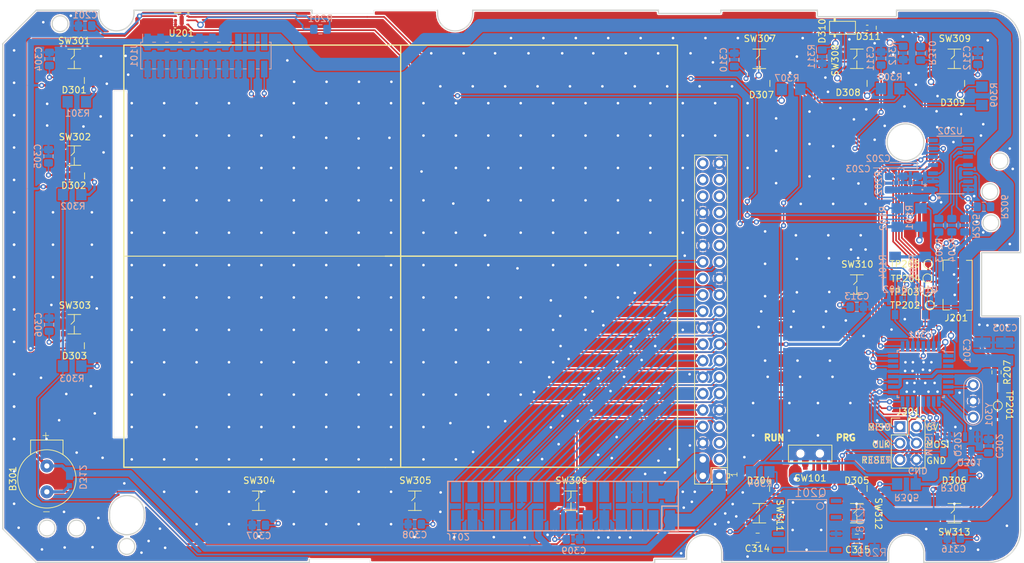
<source format=kicad_pcb>
(kicad_pcb (version 20171130) (host pcbnew "(5.1.5)-3")
  (layers (0 Top signal) (31 Bottom signal) (34 B.Paste user) (35 F.Paste user hide) (36 B.SilkS user) (37 F.SilkS user hide) (38 B.Mask user) (39 F.Mask user hide) (44 Edge.Cuts user))
  (net 0 "")
  (net 1 GND)
  (net 2 5V)
  (net 3 +3V3)
  (net 4 /UARTB)
  (net 5 /UARTA)
  (net 6 /SCL)
  (net 7 /SDA)
  (net 8 "Net-(J101-Pad15)")
  (net 9 "Net-(J101-Pad17)")
  (net 10 "Net-(Pi101-Pad36)")
  (net 11 "Net-(Pi101-Pad33)")
  (net 12 "Net-(Pi101-Pad32)")
  (net 13 "Net-(Pi101-Pad31)")
  (net 14 "Net-(Pi101-Pad29)")
  (net 15 /EECLK)
  (net 16 /EEDATA)
  (net 17 /RT_CS)
  (net 18 /TFT_CS)
  (net 19 /SCLK)
  (net 20 /TFT_DC)
  (net 21 /MISO)
  (net 22 /MOSI)
  (net 23 /RT_INIT)
  (net 24 /Pi16)
  (net 25 /Pi15)
  (net 26 /Pi13)
  (net 27 /Pi12)
  (net 28 /Pi11)
  (net 29 /Pi7)
  (net 30 /SCL5)
  (net 31 /SDA5)
  (net 32 /Pi5V)
  (net 33 "Net-(Pi101-Pad40)")
  (net 34 "Net-(Pi101-Pad38)")
  (net 35 "Net-(Pi101-Pad37)")
  (net 36 "Net-(B301-PadN)")
  (net 37 "Net-(C302-Pad1)")
  (net 38 "/Micro Controller Devices/SWU")
  (net 39 "/Micro Controller Devices/SW+")
  (net 40 "/Micro Controller Devices/SW-")
  (net 41 "/Micro Controller Devices/SWA")
  (net 42 "/Micro Controller Devices/SWB")
  (net 43 "/Micro Controller Devices/SWC")
  (net 44 "/Micro Controller Devices/SWZ")
  (net 45 "/Micro Controller Devices/SWR")
  (net 46 "/Micro Controller Devices/SWM")
  (net 47 "/Micro Controller Devices/SWE")
  (net 48 "/Micro Controller Devices/SWW")
  (net 49 "/Micro Controller Devices/SWP")
  (net 50 "/Micro Controller Devices/SWF")
  (net 51 "Net-(D301-PadC)")
  (net 52 "Net-(D302-PadC)")
  (net 53 "Net-(D303-PadC)")
  (net 54 "Net-(D304-PadC)")
  (net 55 "Net-(D305-PadC)")
  (net 56 "Net-(D306-PadC)")
  (net 57 "Net-(D307-PadC)")
  (net 58 "Net-(D308-PadC)")
  (net 59 "Net-(D309-PadC)")
  (net 60 "Net-(D310-Pad3)")
  (net 61 "/Micro Controller Devices/R_G")
  (net 62 "Net-(D310-Pad2)")
  (net 63 "/Micro Controller Devices/ORANGE")
  (net 64 "Net-(D311-PadC)")
  (net 65 +BATT)
  (net 66 /VCC_SENSE)
  (net 67 /CH_STAT)
  (net 68 "/I2C Devices/ED")
  (net 69 "/I2C Devices/EC")
  (net 70 "/I2C Devices/EB")
  (net 71 "/I2C Devices/EA")
  (net 72 "/Micro Controller Devices/RST")
  (net 73 "/Micro Controller Devices/LED_PWM")
  (net 74 "/Micro Controller Devices/BUZZ")
  (net 75 "/I2C Devices/OPTINT")
  (net 76 "Net-(R202-Pad1)")
  (net 77 "Net-(R203-Pad1)")
  (net 78 "Net-(R204-Pad1)")
  (net 79 "Net-(R205-Pad1)")
  (net 80 "Net-(R206-Pad1)")
  (net 81 "Net-(R207-Pad1)")
  (net 82 "Net-(SW101-Pad1)")
  (net 83 "Net-(U202-Pad8)")
  (net 84 "Net-(U202-Pad7)")
  (net 85 "/I2C Devices/TINT")
  (net 86 "Net-(U301-Pad8)")
  (net 87 "Net-(U301-Pad7)")
  (net 88 "/I2C Devices/TGUARD")
  (net 89 "Net-(Pi101-Pad5)")
  (net 90 "Net-(Pi101-Pad3)")
  (net 91 "Net-(J102-Pad3)")
  (net 92 "Net-(J102-Pad5)")
  (net 93 "/Micro Controller Devices/PI_PWR_SW")
  (net 94 +5VP)
  (net 95 "/Micro Controller Devices/PI_RESET_TOGGLE")
  (net 96 "Net-(Q201-Pad4)")
  (module UltraLibrarian:AT42QT1070-SSUR (layer Bottom) (at 176.6 69.45)
    (fp_text reference U202 (at -0.05 -5.25) (layer B.SilkS) (effects (justify mirror)))
    (fp_text value AT42QT1070-SSUR)
    (fp_text user * (at -1.75 5.35) (layer B.SilkS) (effects (justify mirror)))
    (fp_text user * (at -3.9 3.45) (layer B.SilkS) (effects (justify mirror)))
    (pad 14 smd rect (at 2.7 3.81) (size 1.5 0.6) (layers Bottom B.Paste B.Mask) (net 1 GND))
    (pad 13 smd rect (at 2.7 2.54) (size 1.5 0.6) (layers Bottom B.Paste B.Mask) (net 81 "Net-(R207-Pad1)"))
    (pad 12 smd rect (at 2.7 1.27) (size 1.5 0.6) (layers Bottom B.Paste B.Mask) (net 80 "Net-(R206-Pad1)"))
    (pad 11 smd rect (at 2.7 0) (size 1.5 0.6) (layers Bottom B.Paste B.Mask) (net 79 "Net-(R205-Pad1)"))
    (pad 10 smd rect (at 2.7 -1.27) (size 1.5 0.6) (layers Bottom B.Paste B.Mask) (net 78 "Net-(R204-Pad1)"))
    (pad 9 smd rect (at 2.7 -2.54) (size 1.5 0.6) (layers Bottom B.Paste B.Mask) (net 77 "Net-(R203-Pad1)"))
    (pad 8 smd rect (at 2.7 -3.81) (size 1.5 0.6) (layers Bottom B.Paste B.Mask) (net 83 "Net-(U202-Pad8)"))
    (pad 7 smd rect (at -2.7 -3.81) (size 1.5 0.6) (layers Bottom B.Paste B.Mask) (net 84 "Net-(U202-Pad7)"))
    (pad 6 smd rect (at -2.7 -2.54) (size 1.5 0.6) (layers Bottom B.Paste B.Mask) (net 6 /SCL))
    (pad 5 smd rect (at -2.7 -1.27) (size 1.5 0.6) (layers Bottom B.Paste B.Mask) (net 85 "/I2C Devices/TINT"))
    (pad 4 smd rect (at -2.7 0) (size 1.5 0.6) (layers Bottom B.Paste B.Mask) (net 76 "Net-(R202-Pad1)"))
    (pad 3 smd rect (at -2.7 1.27) (size 1.5 0.6) (layers Bottom B.Paste B.Mask) (net 7 /SDA))
    (pad 2 smd rect (at -2.7 2.54) (size 1.5 0.6) (layers Bottom B.Paste B.Mask) (net 1 GND))
    (pad 1 smd rect (at -2.7 3.81) (size 1.5 0.6) (layers Bottom B.Paste B.Mask) (net 3 +3V3))
  )
  (module TestPoint:TestPoint_Pad_D1.0mm (layer Top) (at 173.15 84.75)
    (fp_text reference TP205 (at -3.6 0) (layer F.SilkS))
    (fp_text value TestPoint hide)
    (pad 1 smd circle (at 0 0) (size 1 1) (layers Top F.Mask) (net 68 "/I2C Devices/ED"))
  )
  (module TestPoint:TestPoint_Pad_D1.0mm (layer Top) (at 173.05 86.95)
    (fp_text reference TP204 (at -3.35 0.05) (layer F.SilkS))
    (fp_text value TestPoint hide)
    (pad 1 smd circle (at 0 0) (size 1 1) (layers Top F.Mask) (net 69 "/I2C Devices/EC"))
  )
  (module TestPoint:TestPoint_Pad_D1.0mm (layer Top) (at 173.05 89.05)
    (fp_text reference TP203 (at -3.55 0) (layer F.SilkS))
    (fp_text value TestPoint hide)
    (pad 1 smd circle (at 0 0) (size 1 1) (layers Top F.Mask) (net 70 "/I2C Devices/EB"))
  )
  (module TestPoint:TestPoint_Pad_D1.0mm (layer Top) (at 173.4 91.1)
    (fp_text reference TP202 (at -3.8 0) (layer F.SilkS))
    (fp_text value TestPoint hide)
    (pad 1 smd circle (at 0 0) (size 1 1) (layers Top F.Mask) (net 71 "/I2C Devices/EA"))
  )
  (module TestPoint:TestPoint_Pad_D1.0mm (layer Top) (at 183.9 106.6)
    (fp_text reference TP201 (at 1.8 -0.05 270 unlocked) (layer F.SilkS))
    (fp_text value TestPoint hide)
    (pad 1 smd circle (at 0 0) (size 1 1) (layers Top F.Mask) (net 88 "/I2C Devices/TGUARD"))
  )
  (module Resistor_SMD:R_0805_2012Metric_Pad1.15x1.40mm_HandSolder (layer Top) (at 183.7 101.45 270)
    (fp_text reference R207 (at 0 -1.65 90) (layer F.SilkS))
    (fp_text value 10K)
    (pad 2 smd roundrect (at 1.025 0 270) (size 1.15 1.4) (layers Top F.Paste F.Mask) (roundrect_rratio 0.217391) (net 88 "/I2C Devices/TGUARD"))
    (pad 1 smd roundrect (at -1.025 0 270) (size 1.15 1.4) (layers Top F.Paste F.Mask) (roundrect_rratio 0.217391) (net 81 "Net-(R207-Pad1)"))
  )
  (module Resistor_SMD:R_0805_2012Metric_Pad1.15x1.40mm_HandSolder (layer Bottom) (at 181.75 75.9 180)
    (fp_text reference R206 (at -3.15 0 270 unlocked) (layer B.SilkS) (effects (justify mirror)))
    (fp_text value 10K)
    (pad 2 smd roundrect (at 1.025 0 180) (size 1.15 1.4) (layers Bottom B.Paste B.Mask) (roundrect_rratio 0.217391) (net 71 "/I2C Devices/EA"))
    (pad 1 smd roundrect (at -1.025 0 180) (size 1.15 1.4) (layers Bottom B.Paste B.Mask) (roundrect_rratio 0.217391) (net 80 "Net-(R206-Pad1)"))
  )
  (module Resistor_SMD:R_0805_2012Metric_Pad1.15x1.40mm_HandSolder (layer Bottom) (at 178.8 78.75 270)
    (fp_text reference R205 (at 0.15 -1.7 270 unlocked) (layer B.SilkS) (effects (justify mirror)))
    (fp_text value 10K)
    (pad 2 smd roundrect (at 1.025 0 270) (size 1.15 1.4) (layers Bottom B.Paste B.Mask) (roundrect_rratio 0.217391) (net 70 "/I2C Devices/EB"))
    (pad 1 smd roundrect (at -1.025 0 270) (size 1.15 1.4) (layers Bottom B.Paste B.Mask) (roundrect_rratio 0.217391) (net 79 "Net-(R205-Pad1)"))
  )
  (module Resistor_SMD:R_0805_2012Metric_Pad1.15x1.40mm_HandSolder (layer Bottom) (at 176.8 78.75 270)
    (fp_text reference R204 (at 3.8 -0.05 90) (layer B.SilkS) (effects (justify mirror)))
    (fp_text value 10K)
    (pad 2 smd roundrect (at 1.025 0 270) (size 1.15 1.4) (layers Bottom B.Paste B.Mask) (roundrect_rratio 0.217391) (net 69 "/I2C Devices/EC"))
    (pad 1 smd roundrect (at -1.025 0 270) (size 1.15 1.4) (layers Bottom B.Paste B.Mask) (roundrect_rratio 0.217391) (net 78 "Net-(R204-Pad1)"))
  )
  (module Resistor_SMD:R_0805_2012Metric_Pad1.15x1.40mm_HandSolder (layer Bottom) (at 174.8 78.75 270)
    (fp_text reference R203 (at 3.85 -0.05 90) (layer B.SilkS) (effects (justify mirror)))
    (fp_text value 10K)
    (pad 2 smd roundrect (at 1.025 0 270) (size 1.15 1.4) (layers Bottom B.Paste B.Mask) (roundrect_rratio 0.217391) (net 68 "/I2C Devices/ED"))
    (pad 1 smd roundrect (at -1.025 0 270) (size 1.15 1.4) (layers Bottom B.Paste B.Mask) (roundrect_rratio 0.217391) (net 77 "Net-(R203-Pad1)"))
  )
  (module Resistor_SMD:R_0805_2012Metric_Pad1.15x1.40mm_HandSolder (layer Bottom) (at 167.15 72.25 270)
    (fp_text reference R202 (at 0 1.65 90) (layer B.SilkS) (effects (justify mirror)))
    (fp_text value 10K)
    (pad 2 smd roundrect (at 1.025 0 270) (size 1.15 1.4) (layers Bottom B.Paste B.Mask) (roundrect_rratio 0.217391) (net 3 +3V3))
    (pad 1 smd roundrect (at -1.025 0 270) (size 1.15 1.4) (layers Bottom B.Paste B.Mask) (roundrect_rratio 0.217391) (net 76 "Net-(R202-Pad1)"))
  )
  (module Capacitor_SMD:C_0805_2012Metric_Pad1.15x1.40mm_HandSolder (layer Bottom) (at 169.3 72.2 270)
    (fp_text reference C203 (at -2.15 6.95 180) (layer B.SilkS) (effects (justify mirror)))
    (fp_text value 1uF)
    (pad 2 smd roundrect (at 1.025 0 270) (size 1.15 1.4) (layers Bottom B.Paste B.Mask) (roundrect_rratio 0.217391) (net 3 +3V3))
    (pad 1 smd roundrect (at -1.025 0 270) (size 1.15 1.4) (layers Bottom B.Paste B.Mask) (roundrect_rratio 0.217391) (net 1 GND))
  )
  (module Capacitor_SMD:C_0805_2012Metric_Pad1.15x1.40mm_HandSolder (layer Bottom) (at 171.5 72.2 90)
    (fp_text reference C202 (at 3.75 -6.05 180) (layer B.SilkS) (effects (justify mirror)))
    (fp_text value 0.1uF)
    (pad 2 smd roundrect (at 1.025 0 90) (size 1.15 1.4) (layers Bottom B.Paste B.Mask) (roundrect_rratio 0.217391) (net 1 GND))
    (pad 1 smd roundrect (at -1.025 0 90) (size 1.15 1.4) (layers Bottom B.Paste B.Mask) (roundrect_rratio 0.217391) (net 3 +3V3))
  )
  (module Capacitor_SMD:C_0805_2012Metric_Pad1.15x1.40mm_HandSolder (layer Bottom) (at 182.45 112.85 90)
    (fp_text reference C302 (at 0 1.65 270 unlocked) (layer B.SilkS) (effects (justify mirror)))
    (fp_text value "10 nF")
    (pad 2 smd roundrect (at 1.025 0 90) (size 1.15 1.4) (layers Bottom B.Paste B.Mask) (roundrect_rratio 0.217391) (net 1 GND))
    (pad 1 smd roundrect (at -1.025 0 90) (size 1.15 1.4) (layers Bottom B.Paste B.Mask) (roundrect_rratio 0.217391) (net 37 "Net-(C302-Pad1)"))
  )
  (module CPU:XDCR_CMT-0904-85T (layer Top) (at 37.2 117.91 270)
    (fp_text reference B301 (at -2.06 4.65 270) (layer F.SilkS) (effects (justify right bottom)))
    (fp_text value BUZZERTHT)
    (fp_text user - (at 5.69 -0.75 180) (layer F.SilkS) (effects (font (size 1.2065 1.2065) (thickness 0.1016)) (justify right bottom)))
    (fp_text user + (at -7.51 -0.45 90) (layer F.SilkS) (effects (font (size 1.2065 1.2065) (thickness 0.1016)) (justify right bottom)))
    (pad N thru_hole circle (at 2 0 270) (size 2 2) (drill 0.8) (layers *.Cu *.Mask) (net 36 "Net-(B301-PadN)"))
    (pad P thru_hole circle (at -2 0 270) (size 2 2) (drill 0.8) (layers *.Cu *.Mask) (net 3 +3V3))
  )
  (module CPU:C1210 (layer Bottom) (at 181.45 98.26 90)
    (fp_text reference C301 (at -1.94 -1.7 90) (layer B.SilkS) (effects (justify right bottom mirror)))
    (fp_text value 1uF)
    (pad 2 smd rect (at 1.4 0 90) (size 1.6 2.7) (layers Bottom B.Paste B.Mask) (net 1 GND))
    (pad 1 smd rect (at -1.4 0 90) (size 1.6 2.7) (layers Bottom B.Paste B.Mask) (net 2 5V))
  )
  (module CPU:C1210 (layer Bottom) (at 184.95 98.26 90)
    (fp_text reference C303 (at 3.06 -1.95 180) (layer B.SilkS) (effects (justify right bottom mirror)))
    (fp_text value 10uF)
    (pad 2 smd rect (at 1.4 0 90) (size 1.6 2.7) (layers Bottom B.Paste B.Mask) (net 1 GND))
    (pad 1 smd rect (at -1.4 0 90) (size 1.6 2.7) (layers Bottom B.Paste B.Mask) (net 2 5V))
  )
  (module CPU:LED-0603 (layer Top) (at 41.4 56.4)
    (fp_text reference D301 (at 0.015502 2.05) (layer F.SilkS) (effects (justify bottom)))
    (fp_text value LED0603)
    (pad A smd roundrect (at -0.877 0 270) (size 1 1) (layers Top F.Paste F.Mask) (roundrect_rratio 0.15) (net 2 5V))
    (pad C smd roundrect (at 0.877 0 270) (size 1 1) (layers Top F.Paste F.Mask) (roundrect_rratio 0.15) (net 51 "Net-(D301-PadC)"))
  )
  (module CPU:MICRO_SMP (layer Bottom) (at 40.7 118.31 270)
    (fp_text reference D312 (at -0.66 -2.05 270 unlocked) (layer B.SilkS) (effects (justify mirror)))
    (fp_text value DIODE hide)
    (pad A smd rect (at 0.65 0 270) (size 0.8 0.8) (layers Bottom B.Paste B.Mask) (net 36 "Net-(B301-PadN)"))
    (pad K smd rect (at -1.25 0 180) (size 1.1 2) (layers Bottom B.Paste B.Mask) (net 3 +3V3))
  )
  (module CPU:INOLUX_IN-S85DATRG (layer Top) (at 159.94 48.26)
    (fp_text reference D310 (at -3.14 0.49 90) (layer F.SilkS))
    (fp_text value RG hide)
    (pad 3 smd rect (at -1.15 0.475 180) (size 1.2 0.6) (layers Top F.Paste F.Mask) (net 60 "Net-(D310-Pad3)"))
    (pad 1 smd rect (at -1.15 -0.475 180) (size 1.2 0.6) (layers Top F.Paste F.Mask) (net 61 "/Micro Controller Devices/R_G"))
    (pad 2 smd rect (at 1.15 -0.475 180) (size 1.2 0.6) (layers Top F.Paste F.Mask) (net 62 "Net-(D310-Pad2)"))
    (pad 4 smd rect (at 1.15 0.475 180) (size 1.2 0.6) (layers Top F.Paste F.Mask) (net 61 "/Micro Controller Devices/R_G"))
  )
  (module CPU:LEDSC160X80X70L45N (layer Top) (at 163.75 48.26 180)
    (fp_text reference D311 (at -2.2 -1.94) (layer F.SilkS) (effects (justify right bottom)))
    (fp_text value 598-8030-107F)
    (pad A smd roundrect (at 0.75 0 180) (size 0.91 0.83) (layers Top F.Paste F.Mask) (roundrect_rratio 0.265) (net 63 "/Micro Controller Devices/ORANGE"))
    (pad C smd roundrect (at -0.75 0 180) (size 0.91 0.83) (layers Top F.Paste F.Mask) (roundrect_rratio 0.265) (net 64 "Net-(D311-PadC)"))
  )
  (module CPU:LED-0603 (layer Top) (at 41.434498 71.12)
    (fp_text reference D302 (at -0.084498 2.08) (layer F.SilkS) (effects (justify bottom)))
    (fp_text value LED0603)
    (pad A smd roundrect (at -0.877 0 270) (size 1 1) (layers Top F.Paste F.Mask) (roundrect_rratio 0.15) (net 2 5V))
    (pad C smd roundrect (at 0.877 0 270) (size 1 1) (layers Top F.Paste F.Mask) (roundrect_rratio 0.15) (net 52 "Net-(D302-PadC)"))
  )
  (module CPU:LED-0603 (layer Top) (at 41.4 97.35)
    (fp_text reference D303 (at 0.065502 2.16 180) (layer F.SilkS) (effects (justify bottom)))
    (fp_text value LED0603)
    (pad A smd roundrect (at -0.877 0 270) (size 1 1) (layers Top F.Paste F.Mask) (roundrect_rratio 0.15) (net 2 5V))
    (pad C smd roundrect (at 0.877 0 270) (size 1 1) (layers Top F.Paste F.Mask) (roundrect_rratio 0.15) (net 53 "Net-(D303-PadC)"))
  )
  (module CPU:LED-0603 (layer Top) (at 147.107664 119.38)
    (fp_text reference D304 (at 0 -0.635) (layer F.SilkS) (effects (justify bottom)))
    (fp_text value LED0603)
    (pad A smd roundrect (at -0.877 0 270) (size 1 1) (layers Top F.Paste F.Mask) (roundrect_rratio 0.15) (net 2 5V))
    (pad C smd roundrect (at 0.877 0 270) (size 1 1) (layers Top F.Paste F.Mask) (roundrect_rratio 0.15) (net 54 "Net-(D304-PadC)"))
  )
  (module CPU:LED-0603 (layer Top) (at 162.149216 119.38)
    (fp_text reference D305 (at 0 -0.635) (layer F.SilkS) (effects (justify bottom)))
    (fp_text value LED0603)
    (pad A smd roundrect (at -0.877 0 270) (size 1 1) (layers Top F.Paste F.Mask) (roundrect_rratio 0.15) (net 2 5V))
    (pad C smd roundrect (at 0.877 0 270) (size 1 1) (layers Top F.Paste F.Mask) (roundrect_rratio 0.15) (net 55 "Net-(D305-PadC)"))
  )
  (module CPU:LED-0603 (layer Top) (at 177.190779 119.38)
    (fp_text reference D306 (at 0 -0.635) (layer F.SilkS) (effects (justify bottom)))
    (fp_text value LED0603)
    (pad A smd roundrect (at -0.877 0 270) (size 1 1) (layers Top F.Paste F.Mask) (roundrect_rratio 0.15) (net 2 5V))
    (pad C smd roundrect (at 0.877 0 270) (size 1 1) (layers Top F.Paste F.Mask) (roundrect_rratio 0.15) (net 56 "Net-(D306-PadC)"))
  )
  (module CPU:LED-0603 (layer Top) (at 147.15 56.85)
    (fp_text reference D307 (at 0.292336 2.35) (layer F.SilkS) (effects (justify bottom)))
    (fp_text value LED0603)
    (pad A smd roundrect (at -0.877 0 270) (size 1 1) (layers Top F.Paste F.Mask) (roundrect_rratio 0.15) (net 2 5V))
    (pad C smd roundrect (at 0.877 0 270) (size 1 1) (layers Top F.Paste F.Mask) (roundrect_rratio 0.15) (net 57 "Net-(D307-PadC)"))
  )
  (module CPU:LED-0603 (layer Top) (at 162.15 56.85)
    (fp_text reference D308 (at -1.35 2) (layer F.SilkS) (effects (justify bottom)))
    (fp_text value LED0603)
    (pad A smd roundrect (at -0.877 0 270) (size 1 1) (layers Top F.Paste F.Mask) (roundrect_rratio 0.15) (net 2 5V))
    (pad C smd roundrect (at 0.877 0 270) (size 1 1) (layers Top F.Paste F.Mask) (roundrect_rratio 0.15) (net 58 "Net-(D308-PadC)"))
  )
  (module CPU:LED-0603 (layer Top) (at 177.190779 56.85)
    (fp_text reference D309 (at -0.240779 3.55 180) (layer F.SilkS) (effects (justify bottom)))
    (fp_text value LED0603)
    (pad A smd roundrect (at -0.877 0 270) (size 1 1) (layers Top F.Paste F.Mask) (roundrect_rratio 0.15) (net 2 5V))
    (pad C smd roundrect (at 0.877 0 270) (size 1 1) (layers Top F.Paste F.Mask) (roundrect_rratio 0.15) (net 59 "Net-(D309-PadC)"))
  )
  (module CPU:KYOCERA-6227-FPC_FFC (layer Top) (at 176.45 87.972372 270)
    (fp_text reference J201 (at 5.677628 -2.95 180) (layer F.SilkS) (effects (justify right bottom)))
    (fp_text value 1X4SMD-FPC)
    (pad 4 smd rect (at 1.5 1.5 270) (size 0.7 1.35) (layers Top F.Paste F.Mask) (net 71 "/I2C Devices/EA"))
    (pad 3 smd rect (at 0.5 1.5 270) (size 0.7 1.35) (layers Top F.Paste F.Mask) (net 70 "/I2C Devices/EB"))
    (pad 2 smd rect (at -0.5 1.5 270) (size 0.7 1.35) (layers Top F.Paste F.Mask) (net 69 "/I2C Devices/EC"))
    (pad 1 smd rect (at -1.5 1.5 270) (size 0.7 1.35) (layers Top F.Paste F.Mask) (net 68 "/I2C Devices/ED"))
    (pad Y smd rect (at 3.4 -1.275 270) (size 1.5 1.9) (layers Top F.Paste F.Mask))
    (pad X smd rect (at -3.4 -1.275 270) (size 1.5 1.9) (layers Top F.Paste F.Mask))
  )
  (module CPU:R1206 (layer Bottom) (at 41.83 59.69)
    (fp_text reference R301 (at -1.93 2.36) (layer B.SilkS) (effects (justify right bottom mirror)))
    (fp_text value 330 hide)
    (pad 1 smd rect (at -1.422 0) (size 1.6 1.803) (layers Bottom B.Paste B.Mask) (net 37 "Net-(C302-Pad1)"))
    (pad 2 smd rect (at 1.422 0) (size 1.6 1.803) (layers Bottom B.Paste B.Mask) (net 51 "Net-(D301-PadC)"))
  )
  (module CPU:R1206 (layer Bottom) (at 41.1 74)
    (fp_text reference R302 (at -1.9 2.4) (layer B.SilkS) (effects (justify right bottom mirror)))
    (fp_text value 330)
    (pad 1 smd rect (at -1.422 0) (size 1.6 1.803) (layers Bottom B.Paste B.Mask) (net 37 "Net-(C302-Pad1)"))
    (pad 2 smd rect (at 1.422 0) (size 1.6 1.803) (layers Bottom B.Paste B.Mask) (net 52 "Net-(D302-PadC)"))
  )
  (module CPU:R1206 (layer Bottom) (at 41.1 100.5)
    (fp_text reference R303 (at -2.05 2.5) (layer B.SilkS) (effects (justify right bottom mirror)))
    (fp_text value 330)
    (pad 1 smd rect (at -1.422 0) (size 1.6 1.803) (layers Bottom B.Paste B.Mask) (net 37 "Net-(C302-Pad1)"))
    (pad 2 smd rect (at 1.422 0) (size 1.6 1.803) (layers Bottom B.Paste B.Mask) (net 53 "Net-(D303-PadC)"))
  )
  (module CPU:R1206 (layer Bottom) (at 147.24 116.84)
    (fp_text reference R304 (at -2.04 2.36) (layer B.SilkS) (effects (justify right bottom mirror)))
    (fp_text value 330)
    (pad 1 smd rect (at -1.422 0) (size 1.6 1.803) (layers Bottom B.Paste B.Mask) (net 37 "Net-(C302-Pad1)"))
    (pad 2 smd rect (at 1.422 0) (size 1.6 1.803) (layers Bottom B.Paste B.Mask) (net 54 "Net-(D304-PadC)"))
  )
  (module CPU:R1206 (layer Bottom) (at 169.8 118.7 180)
    (fp_text reference R305 (at 2 -1.45 180 unlocked) (layer B.SilkS) (effects (justify left bottom mirror)))
    (fp_text value 330)
    (pad 1 smd rect (at -1.422 0 180) (size 1.6 1.803) (layers Bottom B.Paste B.Mask) (net 37 "Net-(C302-Pad1)"))
    (pad 2 smd rect (at 1.422 0 180) (size 1.6 1.803) (layers Bottom B.Paste B.Mask) (net 55 "Net-(D305-PadC)"))
  )
  (module CPU:R1206 (layer Bottom) (at 177.1 117.3)
    (fp_text reference R306 (at 1.9 1.35 180 unlocked) (layer B.SilkS) (effects (justify right bottom mirror)))
    (fp_text value 330 hide)
    (pad 1 smd rect (at -1.422 0) (size 1.6 1.803) (layers Bottom B.Paste B.Mask) (net 37 "Net-(C302-Pad1)"))
    (pad 2 smd rect (at 1.422 0) (size 1.6 1.803) (layers Bottom B.Paste B.Mask) (net 56 "Net-(D306-PadC)"))
  )
  (module CPU:R1206 (layer Bottom) (at 152 57.75 180)
    (fp_text reference R307 (at -1.397 1.143) (layer B.SilkS) (effects (justify left bottom mirror)))
    (fp_text value 330)
    (pad 1 smd rect (at -1.422 0 180) (size 1.6 1.803) (layers Bottom B.Paste B.Mask) (net 37 "Net-(C302-Pad1)"))
    (pad 2 smd rect (at 1.422 0 180) (size 1.6 1.803) (layers Bottom B.Paste B.Mask) (net 57 "Net-(D307-PadC)"))
  )
  (module CPU:R1206 (layer Bottom) (at 167.3 57.65 180)
    (fp_text reference R308 (at -2 1.2) (layer B.SilkS) (effects (justify left bottom mirror)))
    (fp_text value 330)
    (pad 1 smd rect (at -1.422 0 180) (size 1.6 1.803) (layers Bottom B.Paste B.Mask) (net 37 "Net-(C302-Pad1)"))
    (pad 2 smd rect (at 1.422 0 180) (size 1.6 1.803) (layers Bottom B.Paste B.Mask) (net 58 "Net-(D308-PadC)"))
  )
  (module CPU:R1206 (layer Bottom) (at 181.45 58.772 90)
    (fp_text reference R309 (at -1.878 2.45 90) (layer B.SilkS) (effects (justify right bottom mirror)))
    (fp_text value 330)
    (pad 1 smd rect (at -1.422 0 90) (size 1.6 1.803) (layers Bottom B.Paste B.Mask) (net 37 "Net-(C302-Pad1)"))
    (pad 2 smd rect (at 1.422 0 90) (size 1.6 1.803) (layers Bottom B.Paste B.Mask) (net 59 "Net-(D309-PadC)"))
  )
  (module CPU:PTS540-ULTRA_LOW_PROFILE_SW_SPST (layer Top) (at 41.434498 53.065607)
    (fp_text reference SW301 (at -2.584498 -2.215607) (layer F.SilkS) (effects (justify left bottom)))
    (fp_text value TACTILE_SWITCHPTS540-SMD hide)
    (pad 4 smd rect (at 1.65 1.475) (size 0.8 0.85) (layers Top F.Paste F.Mask) (net 38 "/Micro Controller Devices/SWU"))
    (pad 3 smd rect (at -1.65 1.475) (size 0.8 0.85) (layers Top F.Paste F.Mask) (net 38 "/Micro Controller Devices/SWU"))
    (pad 2 smd rect (at 1.65 -1.475) (size 0.8 0.85) (layers Top F.Paste F.Mask) (net 1 GND))
    (pad 1 smd rect (at -1.65 -1.475) (size 0.8 0.85) (layers Top F.Paste F.Mask) (net 1 GND))
  )
  (module CPU:PTS540-ULTRA_LOW_PROFILE_SW_SPST (layer Top) (at 162.149216 87.906979)
    (fp_text reference SW310 (at -2.5 -2.54) (layer F.SilkS) (effects (justify left bottom)))
    (fp_text value TACTILE_SWITCHPTS540-SMD hide)
    (pad 4 smd rect (at 1.65 1.475) (size 0.8 0.85) (layers Top F.Paste F.Mask) (net 47 "/Micro Controller Devices/SWE"))
    (pad 3 smd rect (at -1.65 1.475) (size 0.8 0.85) (layers Top F.Paste F.Mask) (net 47 "/Micro Controller Devices/SWE"))
    (pad 2 smd rect (at 1.65 -1.475) (size 0.8 0.85) (layers Top F.Paste F.Mask) (net 1 GND))
    (pad 1 smd rect (at -1.65 -1.475) (size 0.8 0.85) (layers Top F.Paste F.Mask) (net 1 GND))
  )
  (module CPU:PTS540-ULTRA_LOW_PROFILE_SW_SPST (layer Top) (at 147.107664 123.204542)
    (fp_text reference SW311 (at 2.592336 -2.204542 270 unlocked) (layer F.SilkS) (effects (justify left bottom)))
    (fp_text value TACTILE_SWITCHPTS540-SMD)
    (pad 4 smd rect (at 1.65 1.475) (size 0.8 0.85) (layers Top F.Paste F.Mask) (net 48 "/Micro Controller Devices/SWW"))
    (pad 3 smd rect (at -1.65 1.475) (size 0.8 0.85) (layers Top F.Paste F.Mask) (net 48 "/Micro Controller Devices/SWW"))
    (pad 2 smd rect (at 1.65 -1.475) (size 0.8 0.85) (layers Top F.Paste F.Mask) (net 1 GND))
    (pad 1 smd rect (at -1.65 -1.475) (size 0.8 0.85) (layers Top F.Paste F.Mask) (net 1 GND))
  )
  (module CPU:PTS540-ULTRA_LOW_PROFILE_SW_SPST (layer Top) (at 162.149216 123.204542)
    (fp_text reference SW312 (at 2.750784 -2.504542 270 unlocked) (layer F.SilkS) (effects (justify left bottom)))
    (fp_text value TACTILE_SWITCHPTS540-SMD hide)
    (pad 4 smd rect (at 1.65 1.475) (size 0.8 0.85) (layers Top F.Paste F.Mask) (net 49 "/Micro Controller Devices/SWP"))
    (pad 3 smd rect (at -1.65 1.475) (size 0.8 0.85) (layers Top F.Paste F.Mask) (net 49 "/Micro Controller Devices/SWP"))
    (pad 2 smd rect (at 1.65 -1.475) (size 0.8 0.85) (layers Top F.Paste F.Mask) (net 1 GND))
    (pad 1 smd rect (at -1.65 -1.475) (size 0.8 0.85) (layers Top F.Paste F.Mask) (net 1 GND))
  )
  (module CPU:PTS540-ULTRA_LOW_PROFILE_SW_SPST (layer Top) (at 177.190779 123.204542)
    (fp_text reference SW313 (at -2.590779 3.495458 180) (layer F.SilkS) (effects (justify left bottom)))
    (fp_text value TACTILE_SWITCHPTS540-SMD hide)
    (pad 4 smd rect (at 1.65 1.475) (size 0.8 0.85) (layers Top F.Paste F.Mask) (net 50 "/Micro Controller Devices/SWF"))
    (pad 3 smd rect (at -1.65 1.475) (size 0.8 0.85) (layers Top F.Paste F.Mask) (net 50 "/Micro Controller Devices/SWF"))
    (pad 2 smd rect (at 1.65 -1.475) (size 0.8 0.85) (layers Top F.Paste F.Mask) (net 1 GND))
    (pad 1 smd rect (at -1.65 -1.475) (size 0.8 0.85) (layers Top F.Paste F.Mask) (net 1 GND))
  )
  (module CPU:PTS540-ULTRA_LOW_PROFILE_SW_SPST (layer Top) (at 41.434498 67.986847)
    (fp_text reference SW302 (at -2.484498 -2.286847) (layer F.SilkS) (effects (justify left bottom)))
    (fp_text value TACTILE_SWITCHPTS540-SMD hide)
    (pad 4 smd rect (at 1.65 1.475) (size 0.8 0.85) (layers Top F.Paste F.Mask) (net 39 "/Micro Controller Devices/SW+"))
    (pad 3 smd rect (at -1.65 1.475) (size 0.8 0.85) (layers Top F.Paste F.Mask) (net 39 "/Micro Controller Devices/SW+"))
    (pad 2 smd rect (at 1.65 -1.475) (size 0.8 0.85) (layers Top F.Paste F.Mask) (net 1 GND))
    (pad 1 smd rect (at -1.65 -1.475) (size 0.8 0.85) (layers Top F.Paste F.Mask) (net 1 GND))
  )
  (module CPU:PTS540-ULTRA_LOW_PROFILE_SW_SPST (layer Top) (at 41.434498 94.028815)
    (fp_text reference SW303 (at -2.484498 -2.328815) (layer F.SilkS) (effects (justify left bottom)))
    (fp_text value TACTILE_SWITCHPTS540-SMD hide)
    (pad 4 smd rect (at 1.65 1.475) (size 0.8 0.85) (layers Top F.Paste F.Mask) (net 40 "/Micro Controller Devices/SW-"))
    (pad 3 smd rect (at -1.65 1.475) (size 0.8 0.85) (layers Top F.Paste F.Mask) (net 40 "/Micro Controller Devices/SW-"))
    (pad 2 smd rect (at 1.65 -1.475) (size 0.8 0.85) (layers Top F.Paste F.Mask) (net 1 GND))
    (pad 1 smd rect (at -1.65 -1.475) (size 0.8 0.85) (layers Top F.Paste F.Mask) (net 1 GND))
  )
  (module CPU:PTS540-ULTRA_LOW_PROFILE_SW_SPST (layer Top) (at 69.89431 121.281309)
    (fp_text reference SW304 (at -2.5 -2.54) (layer F.SilkS) (effects (justify left bottom)))
    (fp_text value TACTILE_SWITCHPTS540-SMD hide)
    (pad 4 smd rect (at 1.65 1.475) (size 0.8 0.85) (layers Top F.Paste F.Mask) (net 41 "/Micro Controller Devices/SWA"))
    (pad 3 smd rect (at -1.65 1.475) (size 0.8 0.85) (layers Top F.Paste F.Mask) (net 41 "/Micro Controller Devices/SWA"))
    (pad 2 smd rect (at 1.65 -1.475) (size 0.8 0.85) (layers Top F.Paste F.Mask) (net 1 GND))
    (pad 1 smd rect (at -1.65 -1.475) (size 0.8 0.85) (layers Top F.Paste F.Mask) (net 1 GND))
  )
  (module CPU:PTS540-ULTRA_LOW_PROFILE_SW_SPST (layer Top) (at 93.970839 121.281309)
    (fp_text reference SW305 (at -2.5 -2.54) (layer F.SilkS) (effects (justify left bottom)))
    (fp_text value TACTILE_SWITCHPTS540-SMD hide)
    (pad 4 smd rect (at 1.65 1.475) (size 0.8 0.85) (layers Top F.Paste F.Mask) (net 42 "/Micro Controller Devices/SWB"))
    (pad 3 smd rect (at -1.65 1.475) (size 0.8 0.85) (layers Top F.Paste F.Mask) (net 42 "/Micro Controller Devices/SWB"))
    (pad 2 smd rect (at 1.65 -1.475) (size 0.8 0.85) (layers Top F.Paste F.Mask) (net 1 GND))
    (pad 1 smd rect (at -1.65 -1.475) (size 0.8 0.85) (layers Top F.Paste F.Mask) (net 1 GND))
  )
  (module CPU:PTS540-ULTRA_LOW_PROFILE_SW_SPST (layer Top) (at 118.047369 121.281309)
    (fp_text reference SW306 (at -2.5 -2.54) (layer F.SilkS) (effects (justify left bottom)))
    (fp_text value TACTILE_SWITCHPTS540-SMD hide)
    (pad 4 smd rect (at 1.65 1.475) (size 0.8 0.85) (layers Top F.Paste F.Mask) (net 43 "/Micro Controller Devices/SWC"))
    (pad 3 smd rect (at -1.65 1.475) (size 0.8 0.85) (layers Top F.Paste F.Mask) (net 43 "/Micro Controller Devices/SWC"))
    (pad 2 smd rect (at 1.65 -1.475) (size 0.8 0.85) (layers Top F.Paste F.Mask) (net 1 GND))
    (pad 1 smd rect (at -1.65 -1.475) (size 0.8 0.85) (layers Top F.Paste F.Mask) (net 1 GND))
  )
  (module CPU:PTS540-ULTRA_LOW_PROFILE_SW_SPST (layer Top) (at 147.107664 53.053472)
    (fp_text reference SW307 (at -2.5 -2.54) (layer F.SilkS) (effects (justify left bottom)))
    (fp_text value TACTILE_SWITCHPTS540-SMD hide)
    (pad 4 smd rect (at 1.65 1.475) (size 0.8 0.85) (layers Top F.Paste F.Mask) (net 44 "/Micro Controller Devices/SWZ"))
    (pad 3 smd rect (at -1.65 1.475) (size 0.8 0.85) (layers Top F.Paste F.Mask) (net 44 "/Micro Controller Devices/SWZ"))
    (pad 2 smd rect (at 1.65 -1.475) (size 0.8 0.85) (layers Top F.Paste F.Mask) (net 1 GND))
    (pad 1 smd rect (at -1.65 -1.475) (size 0.8 0.85) (layers Top F.Paste F.Mask) (net 1 GND))
  )
  (module CPU:PTS540-ULTRA_LOW_PROFILE_SW_SPST (layer Top) (at 162.149216 53.053472)
    (fp_text reference SW308 (at -2.749216 2.796528 270) (layer F.SilkS) (effects (justify left bottom)))
    (fp_text value TACTILE_SWITCHPTS540-SMD hide)
    (pad 4 smd rect (at 1.65 1.475) (size 0.8 0.85) (layers Top F.Paste F.Mask) (net 45 "/Micro Controller Devices/SWR"))
    (pad 3 smd rect (at -1.65 1.475) (size 0.8 0.85) (layers Top F.Paste F.Mask) (net 45 "/Micro Controller Devices/SWR"))
    (pad 2 smd rect (at 1.65 -1.475) (size 0.8 0.85) (layers Top F.Paste F.Mask) (net 1 GND))
    (pad 1 smd rect (at -1.65 -1.475) (size 0.8 0.85) (layers Top F.Paste F.Mask) (net 1 GND))
  )
  (module CPU:PTS540-ULTRA_LOW_PROFILE_SW_SPST (layer Top) (at 177.190779 53.053472)
    (fp_text reference SW309 (at -2.5 -2.54) (layer F.SilkS) (effects (justify left bottom)))
    (fp_text value TACTILE_SWITCHPTS540-SMD hide)
    (pad 4 smd rect (at 1.65 1.475) (size 0.8 0.85) (layers Top F.Paste F.Mask) (net 46 "/Micro Controller Devices/SWM"))
    (pad 3 smd rect (at -1.65 1.475) (size 0.8 0.85) (layers Top F.Paste F.Mask) (net 46 "/Micro Controller Devices/SWM"))
    (pad 2 smd rect (at 1.65 -1.475) (size 0.8 0.85) (layers Top F.Paste F.Mask) (net 1 GND))
    (pad 1 smd rect (at -1.65 -1.475) (size 0.8 0.85) (layers Top F.Paste F.Mask) (net 1 GND))
  )
  (module CPU:SOT23 (layer Bottom) (at 179.8 112.51)
    (fp_text reference Q301 (at 1.8 2.24 180 unlocked) (layer B.SilkS) (effects (justify right bottom mirror)))
    (fp_text value IRLML0040TR)
    (pad 1 smd rect (at -0.95 -1.1) (size 0.6 1.4) (layers Bottom B.Paste B.Mask) (net 73 "/Micro Controller Devices/LED_PWM"))
    (pad 2 smd rect (at 0.95 -1.1) (size 0.6 1.4) (layers Bottom B.Paste B.Mask) (net 1 GND))
    (pad 3 smd rect (at 0 1.1) (size 1 1.4) (layers Bottom B.Paste B.Mask) (net 37 "Net-(C302-Pad1)"))
  )
  (module CPU:DNP0006A (layer Top) (at 58 47.11)
    (fp_text reference U201 (at -0.05 1.99 180) (layer F.SilkS))
    (fp_text value OPT3001 hide)
    (pad 7 smd rect (at 0 0) (size 0.65 1.35) (layers Top F.Mask) (net 1 GND))
    (pad 6 smd roundrect (at 0.95 -0.65) (size 0.5 0.25) (layers Top F.Paste F.Mask) (roundrect_rratio 0.5) (net 7 /SDA))
    (pad 5 smd roundrect (at 0.95 0) (size 0.5 0.25) (layers Top F.Paste F.Mask) (roundrect_rratio 0.5) (net 75 "/I2C Devices/OPTINT"))
    (pad 4 smd roundrect (at 0.95 0.65) (size 0.5 0.25) (layers Top F.Paste F.Mask) (roundrect_rratio 0.5) (net 6 /SCL))
    (pad 3 smd roundrect (at -0.95 0.655) (size 0.5 0.25) (layers Top F.Paste F.Mask) (roundrect_rratio 0.5) (net 1 GND))
    (pad 2 smd roundrect (at -0.95 0) (size 0.5 0.25) (layers Top F.Paste F.Mask) (roundrect_rratio 0.5) (net 1 GND))
    (pad 1 smd roundrect (at -0.95 -0.65) (size 0.5 0.25) (layers Top F.Paste F.Mask) (roundrect_rratio 0.5) (net 3 +3V3))
  )
  (module CPU:SOT23 (layer Bottom) (at 175.5 112.6)
    (fp_text reference Q302 (at 1.6 -2.1 270 unlocked) (layer B.SilkS) (effects (justify right bottom mirror)))
    (fp_text value IRLML0040TR)
    (pad 3 smd rect (at 0 1.1) (size 1 1.4) (layers Bottom B.Paste B.Mask) (net 36 "Net-(B301-PadN)"))
    (pad 2 smd rect (at 0.95 -1.1) (size 0.6 1.4) (layers Bottom B.Paste B.Mask) (net 1 GND))
    (pad 1 smd rect (at -0.95 -1.1) (size 0.6 1.4) (layers Bottom B.Paste B.Mask) (net 74 "/Micro Controller Devices/BUZZ"))
  )
  (module Connector_PinHeader_2.00mm:PinHeader_2x10_P2.00mm_Vertical_SMD (layer Bottom) (at 61.74 52.54752 270)
    (fp_text reference J101 (at 0 11.06 270) (layer B.SilkS) (effects (justify mirror)))
    (fp_text value Conn_02x10_Odd_Even)
    (pad 1 smd rect (at -2.085 9 270) (size 2.58 1) (layers Bottom B.Paste B.Mask) (net 2 5V))
    (pad 2 smd rect (at 2.085 9 270) (size 2.58 1) (layers Bottom B.Paste B.Mask) (net 1 GND))
    (pad 3 smd rect (at -2.085 7 270) (size 2.58 1) (layers Bottom B.Paste B.Mask) (net 2 5V))
    (pad 4 smd rect (at 2.085 7 270) (size 2.58 1) (layers Bottom B.Paste B.Mask) (net 1 GND))
    (pad 5 smd rect (at -2.085 5 270) (size 2.58 1) (layers Bottom B.Paste B.Mask) (net 2 5V))
    (pad 6 smd rect (at 2.085 5 270) (size 2.58 1) (layers Bottom B.Paste B.Mask) (net 1 GND))
    (pad 7 smd rect (at -2.085 3 270) (size 2.58 1) (layers Bottom B.Paste B.Mask) (net 2 5V))
    (pad 8 smd rect (at 2.085 3 270) (size 2.58 1) (layers Bottom B.Paste B.Mask) (net 1 GND))
    (pad 9 smd rect (at -2.085 1 270) (size 2.58 1) (layers Bottom B.Paste B.Mask) (net 2 5V))
    (pad 10 smd rect (at 2.085 1 270) (size 2.58 1) (layers Bottom B.Paste B.Mask) (net 1 GND))
    (pad 11 smd rect (at -2.085 -1 270) (size 2.58 1) (layers Bottom B.Paste B.Mask) (net 2 5V))
    (pad 12 smd rect (at 2.085 -1 270) (size 2.58 1) (layers Bottom B.Paste B.Mask) (net 1 GND))
    (pad 13 smd rect (at -2.085 -3 270) (size 2.58 1) (layers Bottom B.Paste B.Mask) (net 2 5V))
    (pad 14 smd rect (at 2.085 -3 270) (size 2.58 1) (layers Bottom B.Paste B.Mask) (net 1 GND))
    (pad 15 smd rect (at -2.085 -5 270) (size 2.58 1) (layers Bottom B.Paste B.Mask) (net 8 "Net-(J101-Pad15)"))
    (pad 16 smd rect (at 2.085 -5 270) (size 2.58 1) (layers Bottom B.Paste B.Mask) (net 1 GND))
    (pad 17 smd rect (at -2.085 -7 270) (size 2.58 1) (layers Bottom B.Paste B.Mask) (net 9 "Net-(J101-Pad17)"))
    (pad 18 smd rect (at 2.085 -7 270) (size 2.58 1) (layers Bottom B.Paste B.Mask) (net 65 +BATT))
    (pad 19 smd rect (at -2.085 -9 270) (size 2.58 1) (layers Bottom B.Paste B.Mask) (net 66 /VCC_SENSE))
    (pad 20 smd rect (at 2.085 -9 270) (size 2.58 1) (layers Bottom B.Paste B.Mask) (net 67 /CH_STAT))
  )
  (module Crystal:Resonator-3Pin_W7.0mm_H2.5mm (layer Bottom) (at 180.1 108.4 90)
    (fp_text reference Y301 (at 0.4 2.45 270) (layer B.SilkS) (effects (justify mirror)))
    (fp_text value Resonator_Small hide)
    (pad 1 thru_hole circle (at 0 0 90) (size 1.7 1.7) (drill 1) (layers *.Cu *.Mask) (net 87 "Net-(U301-Pad7)"))
    (pad 2 thru_hole circle (at 2.5 0 90) (size 1.7 1.7) (drill 1) (layers *.Cu *.Mask) (net 1 GND))
    (pad 3 thru_hole circle (at 5 0 90) (size 1.7 1.7) (drill 1) (layers *.Cu *.Mask) (net 86 "Net-(U301-Pad8)"))
  )
  (module CPU:RASPBERRYPI_Zero-No_Mounting_Holes (layer Top) (at 166.164221 125.809999 90)
    (fp_text reference Pi101 hide)
    (fp_text value RPI-ZERO hide)
    (fp_text user 1 (at 8.0525 -22.3725 90) (layer F.SilkS) (effects (font (size 0.9652 0.9652) (thickness 0.1016)) (justify left bottom)))
    (pad 40 thru_hole circle (at 56.63 -27.77 90) (size 1.778 1.778) (drill 1) (layers *.Cu *.Mask) (net 33 "Net-(Pi101-Pad40)"))
    (pad 39 thru_hole circle (at 56.63 -25.23 90) (size 1.778 1.778) (drill 1) (layers *.Cu *.Mask) (net 1 GND))
    (pad 38 thru_hole circle (at 54.09 -27.77 90) (size 1.778 1.778) (drill 1) (layers *.Cu *.Mask) (net 34 "Net-(Pi101-Pad38)"))
    (pad 37 thru_hole circle (at 54.09 -25.23 90) (size 1.778 1.778) (drill 1) (layers *.Cu *.Mask) (net 35 "Net-(Pi101-Pad37)"))
    (pad 36 thru_hole circle (at 51.55 -27.77 90) (size 1.778 1.778) (drill 1) (layers *.Cu *.Mask) (net 10 "Net-(Pi101-Pad36)"))
    (pad 35 thru_hole circle (at 51.55 -25.23 90) (size 1.778 1.778) (drill 1) (layers *.Cu *.Mask) (net 6 /SCL))
    (pad 34 thru_hole circle (at 49.01 -27.77 90) (size 1.778 1.778) (drill 1) (layers *.Cu *.Mask) (net 1 GND))
    (pad 33 thru_hole circle (at 49.01 -25.23 90) (size 1.778 1.778) (drill 1) (layers *.Cu *.Mask) (net 11 "Net-(Pi101-Pad33)"))
    (pad 32 thru_hole circle (at 46.47 -27.77 90) (size 1.778 1.778) (drill 1) (layers *.Cu *.Mask) (net 12 "Net-(Pi101-Pad32)"))
    (pad 31 thru_hole circle (at 46.47 -25.23 90) (size 1.778 1.778) (drill 1) (layers *.Cu *.Mask) (net 13 "Net-(Pi101-Pad31)"))
    (pad 30 thru_hole circle (at 43.93 -27.77 90) (size 1.778 1.778) (drill 1) (layers *.Cu *.Mask) (net 1 GND))
    (pad 29 thru_hole circle (at 43.93 -25.23 90) (size 1.778 1.778) (drill 1) (layers *.Cu *.Mask) (net 14 "Net-(Pi101-Pad29)"))
    (pad 28 thru_hole circle (at 41.39 -27.77 90) (size 1.778 1.778) (drill 1) (layers *.Cu *.Mask) (net 15 /EECLK))
    (pad 27 thru_hole circle (at 41.39 -25.23 90) (size 1.778 1.778) (drill 1) (layers *.Cu *.Mask) (net 16 /EEDATA))
    (pad 26 thru_hole circle (at 38.85 -27.77 90) (size 1.778 1.778) (drill 1) (layers *.Cu *.Mask) (net 17 /RT_CS))
    (pad 25 thru_hole circle (at 38.85 -25.23 90) (size 1.778 1.778) (drill 1) (layers *.Cu *.Mask) (net 1 GND))
    (pad 24 thru_hole circle (at 36.31 -27.77 90) (size 1.778 1.778) (drill 1) (layers *.Cu *.Mask) (net 18 /TFT_CS))
    (pad 23 thru_hole circle (at 36.31 -25.23 90) (size 1.778 1.778) (drill 1) (layers *.Cu *.Mask) (net 19 /SCLK))
    (pad 22 thru_hole circle (at 33.77 -27.77 90) (size 1.778 1.778) (drill 1) (layers *.Cu *.Mask) (net 20 /TFT_DC))
    (pad 21 thru_hole circle (at 33.77 -25.23 90) (size 1.778 1.778) (drill 1) (layers *.Cu *.Mask) (net 21 /MISO))
    (pad 20 thru_hole circle (at 31.23 -27.77 90) (size 1.778 1.778) (drill 1) (layers *.Cu *.Mask) (net 1 GND))
    (pad 19 thru_hole circle (at 31.23 -25.23 90) (size 1.778 1.778) (drill 1) (layers *.Cu *.Mask) (net 22 /MOSI))
    (pad 18 thru_hole circle (at 28.69 -27.77 90) (size 1.778 1.778) (drill 1) (layers *.Cu *.Mask) (net 23 /RT_INIT))
    (pad 17 thru_hole circle (at 28.69 -25.23 90) (size 1.778 1.778) (drill 1) (layers *.Cu *.Mask) (net 3 +3V3))
    (pad 16 thru_hole circle (at 26.15 -27.77 90) (size 1.778 1.778) (drill 1) (layers *.Cu *.Mask) (net 24 /Pi16))
    (pad 15 thru_hole circle (at 26.15 -25.23 90) (size 1.778 1.778) (drill 1) (layers *.Cu *.Mask) (net 25 /Pi15))
    (pad 14 thru_hole circle (at 23.61 -27.77 90) (size 1.778 1.778) (drill 1) (layers *.Cu *.Mask) (net 1 GND))
    (pad 13 thru_hole circle (at 23.61 -25.23 90) (size 1.778 1.778) (drill 1) (layers *.Cu *.Mask) (net 26 /Pi13))
    (pad 12 thru_hole circle (at 21.07 -27.77 90) (size 1.778 1.778) (drill 1) (layers *.Cu *.Mask) (net 7 /SDA))
    (pad 11 thru_hole circle (at 21.07 -25.23 90) (size 1.778 1.778) (drill 1) (layers *.Cu *.Mask) (net 28 /Pi11))
    (pad 10 thru_hole circle (at 18.53 -27.77 90) (size 1.778 1.778) (drill 1) (layers *.Cu *.Mask) (net 4 /UARTB))
    (pad 9 thru_hole circle (at 18.53 -25.23 90) (size 1.778 1.778) (drill 1) (layers *.Cu *.Mask) (net 1 GND))
    (pad 8 thru_hole circle (at 15.99 -27.77 90) (size 1.778 1.778) (drill 1) (layers *.Cu *.Mask) (net 5 /UARTA))
    (pad 7 thru_hole circle (at 15.99 -25.23 90) (size 1.778 1.778) (drill 1) (layers *.Cu *.Mask) (net 29 /Pi7))
    (pad 6 thru_hole circle (at 13.45 -27.77 90) (size 1.778 1.778) (drill 1) (layers *.Cu *.Mask) (net 1 GND))
    (pad 5 thru_hole circle (at 13.45 -25.23 90) (size 1.778 1.778) (drill 1) (layers *.Cu *.Mask) (net 89 "Net-(Pi101-Pad5)"))
    (pad 4 thru_hole circle (at 10.91 -27.77 90) (size 1.778 1.778) (drill 1) (layers *.Cu *.Mask) (net 32 /Pi5V))
    (pad 3 thru_hole circle (at 10.91 -25.23 90) (size 1.778 1.778) (drill 1) (layers *.Cu *.Mask) (net 90 "Net-(Pi101-Pad3)"))
    (pad 2 thru_hole circle (at 8.37 -27.77 90) (size 1.778 1.778) (drill 1) (layers *.Cu *.Mask) (net 32 /Pi5V))
    (pad 1 thru_hole rect (at 8.37 -25.23 90) (size 1.778 1.778) (drill 1) (layers *.Cu *.Mask) (net 3 +3V3))
  )
  (module Capacitor_SMD:C_0805_2012Metric_Pad1.15x1.40mm_HandSolder (layer Bottom) (at 37.6 53.075 270)
    (fp_text reference C304 (at 0 1.65 90) (layer B.SilkS) (effects (justify mirror)))
    (fp_text value 0.1uF)
    (pad 1 smd roundrect (at -1.025 0 270) (size 1.15 1.4) (layers Bottom B.Paste B.Mask) (roundrect_rratio 0.217391) (net 1 GND))
    (pad 2 smd roundrect (at 1.025 0 270) (size 1.15 1.4) (layers Bottom B.Paste B.Mask) (roundrect_rratio 0.217391) (net 38 "/Micro Controller Devices/SWU"))
  )
  (module Capacitor_SMD:C_0805_2012Metric_Pad1.15x1.40mm_HandSolder (layer Bottom) (at 37.45 68.1 270)
    (fp_text reference C305 (at 0 1.65 90) (layer B.SilkS) (effects (justify mirror)))
    (fp_text value 0.1uF)
    (pad 2 smd roundrect (at 1.025 0 270) (size 1.15 1.4) (layers Bottom B.Paste B.Mask) (roundrect_rratio 0.217391) (net 39 "/Micro Controller Devices/SW+"))
    (pad 1 smd roundrect (at -1.025 0 270) (size 1.15 1.4) (layers Bottom B.Paste B.Mask) (roundrect_rratio 0.217391) (net 1 GND))
  )
  (module Capacitor_SMD:C_0805_2012Metric_Pad1.15x1.40mm_HandSolder (layer Bottom) (at 37.55 94.1 270)
    (fp_text reference C306 (at 0 1.65 90) (layer B.SilkS) (effects (justify mirror)))
    (fp_text value 0.1uF)
    (pad 1 smd roundrect (at -1.025 0 270) (size 1.15 1.4) (layers Bottom B.Paste B.Mask) (roundrect_rratio 0.217391) (net 1 GND))
    (pad 2 smd roundrect (at 1.025 0 270) (size 1.15 1.4) (layers Bottom B.Paste B.Mask) (roundrect_rratio 0.217391) (net 40 "/Micro Controller Devices/SW-"))
  )
  (module Capacitor_SMD:C_0805_2012Metric_Pad1.15x1.40mm_HandSolder (layer Bottom) (at 69.9 125.05)
    (fp_text reference C307 (at 0 1.65) (layer B.SilkS) (effects (justify mirror)))
    (fp_text value 0.1uF)
    (pad 2 smd roundrect (at 1.025 0) (size 1.15 1.4) (layers Bottom B.Paste B.Mask) (roundrect_rratio 0.217391) (net 41 "/Micro Controller Devices/SWA"))
    (pad 1 smd roundrect (at -1.025 0) (size 1.15 1.4) (layers Bottom B.Paste B.Mask) (roundrect_rratio 0.217391) (net 1 GND))
  )
  (module Capacitor_SMD:C_0805_2012Metric_Pad1.15x1.40mm_HandSolder (layer Bottom) (at 93.95 124.9)
    (fp_text reference C308 (at 0 1.65) (layer B.SilkS) (effects (justify mirror)))
    (fp_text value 0.1uF)
    (pad 1 smd roundrect (at -1.025 0) (size 1.15 1.4) (layers Bottom B.Paste B.Mask) (roundrect_rratio 0.217391) (net 1 GND))
    (pad 2 smd roundrect (at 1.025 0) (size 1.15 1.4) (layers Bottom B.Paste B.Mask) (roundrect_rratio 0.217391) (net 42 "/Micro Controller Devices/SWB"))
  )
  (module Capacitor_SMD:C_0805_2012Metric_Pad1.15x1.40mm_HandSolder (layer Bottom) (at 118.35 127.25 180)
    (fp_text reference C309 (at -0.15 -1.75) (layer B.SilkS) (effects (justify mirror)))
    (fp_text value 0.1uF)
    (pad 2 smd roundrect (at 1.025 0 180) (size 1.15 1.4) (layers Bottom B.Paste B.Mask) (roundrect_rratio 0.217391) (net 43 "/Micro Controller Devices/SWC"))
    (pad 1 smd roundrect (at -1.025 0 180) (size 1.15 1.4) (layers Bottom B.Paste B.Mask) (roundrect_rratio 0.217391) (net 1 GND))
  )
  (module Capacitor_SMD:C_0805_2012Metric_Pad1.15x1.40mm_HandSolder (layer Bottom) (at 143.25 53.2 270)
    (fp_text reference C310 (at 0 1.65 90) (layer B.SilkS) (effects (justify mirror)))
    (fp_text value 0.1uF)
    (pad 1 smd roundrect (at -1.025 0 270) (size 1.15 1.4) (layers Bottom B.Paste B.Mask) (roundrect_rratio 0.217391) (net 1 GND))
    (pad 2 smd roundrect (at 1.025 0 270) (size 1.15 1.4) (layers Bottom B.Paste B.Mask) (roundrect_rratio 0.217391) (net 44 "/Micro Controller Devices/SWZ"))
  )
  (module Capacitor_SMD:C_0805_2012Metric_Pad1.15x1.40mm_HandSolder (layer Bottom) (at 165.9 53 270)
    (fp_text reference C311 (at 0 1.65 90) (layer B.SilkS) (effects (justify mirror)))
    (fp_text value 0.1uF)
    (pad 2 smd roundrect (at 1.025 0 270) (size 1.15 1.4) (layers Bottom B.Paste B.Mask) (roundrect_rratio 0.217391) (net 45 "/Micro Controller Devices/SWR"))
    (pad 1 smd roundrect (at -1.025 0 270) (size 1.15 1.4) (layers Bottom B.Paste B.Mask) (roundrect_rratio 0.217391) (net 1 GND))
  )
  (module Capacitor_SMD:C_0805_2012Metric_Pad1.15x1.40mm_HandSolder (layer Bottom) (at 180.8 52.9 270)
    (fp_text reference C312 (at 0 1.65 90) (layer B.SilkS) (effects (justify mirror)))
    (fp_text value 0.1uF)
    (pad 1 smd roundrect (at -1.025 0 270) (size 1.15 1.4) (layers Bottom B.Paste B.Mask) (roundrect_rratio 0.217391) (net 1 GND))
    (pad 2 smd roundrect (at 1.025 0 270) (size 1.15 1.4) (layers Bottom B.Paste B.Mask) (roundrect_rratio 0.217391) (net 46 "/Micro Controller Devices/SWM"))
  )
  (module Capacitor_SMD:C_0805_2012Metric_Pad1.15x1.40mm_HandSolder (layer Bottom) (at 162.15 91.35 180)
    (fp_text reference C313 (at 0 1.65) (layer B.SilkS) (effects (justify mirror)))
    (fp_text value 0.1uF)
    (pad 2 smd roundrect (at 1.025 0 180) (size 1.15 1.4) (layers Bottom B.Paste B.Mask) (roundrect_rratio 0.217391) (net 47 "/Micro Controller Devices/SWE"))
    (pad 1 smd roundrect (at -1.025 0 180) (size 1.15 1.4) (layers Bottom B.Paste B.Mask) (roundrect_rratio 0.217391) (net 1 GND))
  )
  (module Capacitor_SMD:C_0805_2012Metric_Pad1.15x1.40mm_HandSolder (layer Top) (at 146.85 127 180)
    (fp_text reference C314 (at 0.05 -1.65) (layer F.SilkS))
    (fp_text value 0.1uF)
    (pad 1 smd roundrect (at -1.025 0 180) (size 1.15 1.4) (layers Top F.Paste F.Mask) (roundrect_rratio 0.217391) (net 1 GND))
    (pad 2 smd roundrect (at 1.025 0 180) (size 1.15 1.4) (layers Top F.Paste F.Mask) (roundrect_rratio 0.217391) (net 48 "/Micro Controller Devices/SWW"))
  )
  (module Capacitor_SMD:C_0805_2012Metric_Pad1.15x1.40mm_HandSolder (layer Bottom) (at 177.1 127.1)
    (fp_text reference C316 (at 0 1.65) (layer B.SilkS) (effects (justify mirror)))
    (fp_text value 0.1uF)
    (pad 1 smd roundrect (at -1.025 0) (size 1.15 1.4) (layers Bottom B.Paste B.Mask) (roundrect_rratio 0.217391) (net 1 GND))
    (pad 2 smd roundrect (at 1.025 0) (size 1.15 1.4) (layers Bottom B.Paste B.Mask) (roundrect_rratio 0.217391) (net 50 "/Micro Controller Devices/SWF"))
  )
  (module Capacitor_SMD:C_0805_2012Metric_Pad1.15x1.40mm_HandSolder (layer Top) (at 162.15 127.15)
    (fp_text reference C315 (at 0.15 1.7) (layer F.SilkS))
    (fp_text value 0.1uF)
    (pad 2 smd roundrect (at 1.025 0) (size 1.15 1.4) (layers Top F.Paste F.Mask) (roundrect_rratio 0.217391) (net 49 "/Micro Controller Devices/SWP"))
    (pad 1 smd roundrect (at -1.025 0) (size 1.15 1.4) (layers Top F.Paste F.Mask) (roundrect_rratio 0.217391) (net 1 GND))
  )
  (module Capacitor_SMD:C_0805_2012Metric_Pad1.15x1.40mm_HandSolder (layer Bottom) (at 43.1 47.95 180)
    (fp_text reference C201 (at 0 1.65) (layer B.SilkS) (effects (justify mirror)))
    (fp_text value 100nF)
    (pad 1 smd roundrect (at -1.025 0 180) (size 1.15 1.4) (layers Bottom B.Paste B.Mask) (roundrect_rratio 0.217391) (net 3 +3V3))
    (pad 2 smd roundrect (at 1.025 0 180) (size 1.15 1.4) (layers Bottom B.Paste B.Mask) (roundrect_rratio 0.217391) (net 1 GND))
  )
  (module CPU:SOT23 (layer Bottom) (at 172.7 91.45)
    (fp_text reference Q101 (at -2.05 -2.2 180) (layer B.SilkS) (effects (justify right bottom mirror)))
    (fp_text value IRLML0040TR)
    (pad 3 smd rect (at 0 1.1) (size 1 1.4) (layers Bottom B.Paste B.Mask) (net 30 /SCL5))
    (pad 2 smd rect (at 0.95 -1.1) (size 0.6 1.4) (layers Bottom B.Paste B.Mask) (net 6 /SCL))
    (pad 1 smd rect (at -0.95 -1.1) (size 0.6 1.4) (layers Bottom B.Paste B.Mask) (net 3 +3V3))
  )
  (module CPU:SOT23 (layer Bottom) (at 168.05 91.45)
    (fp_text reference Q102 (at -2 -2.2) (layer B.SilkS) (effects (justify right bottom mirror)))
    (fp_text value IRLML0040TR)
    (pad 1 smd rect (at -0.95 -1.1) (size 0.6 1.4) (layers Bottom B.Paste B.Mask) (net 3 +3V3))
    (pad 2 smd rect (at 0.95 -1.1) (size 0.6 1.4) (layers Bottom B.Paste B.Mask) (net 7 /SDA))
    (pad 3 smd rect (at 0 1.1) (size 1 1.4) (layers Bottom B.Paste B.Mask) (net 31 /SDA5))
  )
  (module CPU:R1206 (layer Bottom) (at 172.05 77.55 270)
    (fp_text reference R101 (at 2 1.2 270) (layer B.SilkS) (effects (justify right bottom mirror)))
    (fp_text value 10K)
    (pad 2 smd rect (at 1.422 0 270) (size 1.6 1.803) (layers Bottom B.Paste B.Mask) (net 3 +3V3))
    (pad 1 smd rect (at -1.422 0 270) (size 1.6 1.803) (layers Bottom B.Paste B.Mask) (net 6 /SCL))
  )
  (module CPU:R1206 (layer Bottom) (at 172.7 85.05 90)
    (fp_text reference R103 (at 1.9 -1.35 270) (layer B.SilkS) (effects (justify left bottom mirror)))
    (fp_text value 10K)
    (pad 1 smd rect (at -1.422 0 90) (size 1.6 1.803) (layers Bottom B.Paste B.Mask) (net 30 /SCL5))
    (pad 2 smd rect (at 1.422 0 90) (size 1.6 1.803) (layers Bottom B.Paste B.Mask) (net 2 5V))
  )
  (module CPU:R1206 (layer Bottom) (at 168.4 77.55 270)
    (fp_text reference R102 (at -1.9 1.6 270) (layer B.SilkS) (effects (justify left bottom mirror)))
    (fp_text value 10K)
    (pad 2 smd rect (at 1.422 0 270) (size 1.6 1.803) (layers Bottom B.Paste B.Mask) (net 3 +3V3))
    (pad 1 smd rect (at -1.422 0 270) (size 1.6 1.803) (layers Bottom B.Paste B.Mask) (net 7 /SDA))
  )
  (module CPU:R1206 (layer Bottom) (at 168.05 85.05 90)
    (fp_text reference R104 (at -2.15 -1.3 270) (layer B.SilkS) (effects (justify right bottom mirror)))
    (fp_text value 10K)
    (pad 1 smd rect (at -1.422 0 90) (size 1.6 1.803) (layers Bottom B.Paste B.Mask) (net 31 /SDA5))
    (pad 2 smd rect (at 1.422 0 90) (size 1.6 1.803) (layers Bottom B.Paste B.Mask) (net 2 5V))
  )
  (module Connector_PinHeader_2.54mm:PinHeader_2x03_P2.54mm_Vertical (layer Top) (at 168.8 109.85)
    (fp_text reference J301 (at 1.27 -2.33) (layer F.SilkS))
    (fp_text value Conn_02x03_Odd_Even)
    (pad 1 thru_hole rect (at 0 0) (size 1.7 1.7) (drill 1) (layers *.Cu *.Mask) (net 41 "/Micro Controller Devices/SWA"))
    (pad 2 thru_hole oval (at 2.54 0) (size 1.7 1.7) (drill 1) (layers *.Cu *.Mask) (net 2 5V))
    (pad 3 thru_hole oval (at 0 2.54) (size 1.7 1.7) (drill 1) (layers *.Cu *.Mask) (net 40 "/Micro Controller Devices/SW-"))
    (pad 4 thru_hole oval (at 2.54 2.54) (size 1.7 1.7) (drill 1) (layers *.Cu *.Mask) (net 42 "/Micro Controller Devices/SWB"))
    (pad 5 thru_hole oval (at 0 5.08) (size 1.7 1.7) (drill 1) (layers *.Cu *.Mask) (net 72 "/Micro Controller Devices/RST"))
    (pad 6 thru_hole oval (at 2.54 5.08) (size 1.7 1.7) (drill 1) (layers *.Cu *.Mask) (net 1 GND))
  )
  (module Marco:SWITCH_PCM12SMTR_SPDT (layer Top) (at 154.95 114 180)
    (fp_text reference SW101 (at -0.05 -3.8) (layer F.SilkS))
    (fp_text value SW_SPDT hide)
    (pad 1 smd rect (at -2.25 -1.75 90) (size 1.5 0.7) (layers Top F.Paste F.Mask) (net 82 "Net-(SW101-Pad1)"))
    (pad 2 smd rect (at 0.75 -1.75 90) (size 1.5 0.7) (layers Top F.Paste F.Mask) (net 32 /Pi5V))
    (pad 3 smd rect (at 2.25 -1.75 90) (size 1.5 0.7) (layers Top F.Paste F.Mask) (net 94 +5VP))
    (pad "" np_thru_hole circle (at -1.5 0 180) (size 0.9 0.9) (drill 0.9) (layers *.Cu *.Mask))
    (pad "" np_thru_hole circle (at 1.5 0 180) (size 0.9 0.9) (drill 0.9) (layers *.Cu *.Mask))
    (pad CASE smd rect (at -3.65 -1.1 180) (size 1 0.8) (layers Top F.Paste F.Mask))
    (pad CASE@1 smd rect (at -3.65 1.1 180) (size 1 0.8) (layers Top F.Paste F.Mask))
    (pad CASE@2 smd rect (at 3.65 1.1 180) (size 1 0.8) (layers Top F.Paste F.Mask))
    (pad CASE@3 smd rect (at 3.65 -1.1 180) (size 1 0.8) (layers Top F.Paste F.Mask))
  )
  (module CPU:2X14_SMT_MALE-2 (layer Bottom) (at 118.1 122.11 180)
    (fp_text reference J102 (at 17.45 -4.69 180 unlocked) (layer B.SilkS) (effects (justify mirror)))
    (fp_text value Conn_02x14_Odd_Even_MountingPin hide)
    (pad 2 smd rect (at -15.24 2.159 90) (size 3.048 1.524) (layers Bottom B.Paste B.Mask) (net 32 /Pi5V))
    (pad 1 smd rect (at -15.24 -2.159 90) (size 3.048 1.524) (layers Bottom B.Paste B.Mask) (net 3 +3V3))
    (pad 4 smd rect (at -12.7 2.159 270) (size 3.048 1.524) (layers Bottom B.Paste B.Mask) (net 32 /Pi5V))
    (pad 3 smd rect (at -12.7 -2.159 90) (size 3.048 1.524) (layers Bottom B.Paste B.Mask) (net 91 "Net-(J102-Pad3)"))
    (pad 5 smd rect (at -10.16 -2.159 90) (size 3.048 1.524) (layers Bottom B.Paste B.Mask) (net 92 "Net-(J102-Pad5)"))
    (pad 6 smd rect (at -10.16 2.159 270) (size 3.048 1.524) (layers Bottom B.Paste B.Mask) (net 1 GND))
    (pad 7 smd rect (at -7.62 -2.159 90) (size 3.048 1.524) (layers Bottom B.Paste B.Mask) (net 29 /Pi7))
    (pad 8 smd rect (at -7.62 2.159 270) (size 3.048 1.524) (layers Bottom B.Paste B.Mask) (net 5 /UARTA))
    (pad 9 smd rect (at -5.08 -2.159 90) (size 3.048 1.524) (layers Bottom B.Paste B.Mask) (net 1 GND))
    (pad 10 smd rect (at -5.08 2.159 270) (size 3.048 1.524) (layers Bottom B.Paste B.Mask) (net 4 /UARTB))
    (pad 11 smd rect (at -2.54 -2.159 90) (size 3.048 1.524) (layers Bottom B.Paste B.Mask) (net 28 /Pi11))
    (pad 12 smd rect (at -2.54 2.159 270) (size 3.048 1.524) (layers Bottom B.Paste B.Mask) (net 27 /Pi12))
    (pad 13 smd rect (at 0 -2.159 90) (size 3.048 1.524) (layers Bottom B.Paste B.Mask) (net 26 /Pi13))
    (pad 14 smd rect (at 0 2.159 270) (size 3.048 1.524) (layers Bottom B.Paste B.Mask) (net 1 GND))
    (pad 15 smd rect (at 2.54 -2.159 90) (size 3.048 1.524) (layers Bottom B.Paste B.Mask) (net 25 /Pi15))
    (pad 16 smd rect (at 2.54 2.159 270) (size 3.048 1.524) (layers Bottom B.Paste B.Mask) (net 24 /Pi16))
    (pad 17 smd rect (at 5.08 -2.159 90) (size 3.048 1.524) (layers Bottom B.Paste B.Mask) (net 3 +3V3))
    (pad 18 smd rect (at 5.08 2.159 270) (size 3.048 1.524) (layers Bottom B.Paste B.Mask) (net 23 /RT_INIT))
    (pad 19 smd rect (at 7.62 -2.159 90) (size 3.048 1.524) (layers Bottom B.Paste B.Mask) (net 22 /MOSI))
    (pad 20 smd rect (at 7.62 2.159 270) (size 3.048 1.524) (layers Bottom B.Paste B.Mask) (net 1 GND))
    (pad 21 smd rect (at 10.16 -2.159 90) (size 3.048 1.524) (layers Bottom B.Paste B.Mask) (net 21 /MISO))
    (pad 22 smd rect (at 10.16 2.159 270) (size 3.048 1.524) (layers Bottom B.Paste B.Mask) (net 20 /TFT_DC))
    (pad 23 smd rect (at 12.7 -2.159 90) (size 3.048 1.524) (layers Bottom B.Paste B.Mask) (net 19 /SCLK))
    (pad 24 smd rect (at 12.7 2.159 270) (size 3.048 1.524) (layers Bottom B.Paste B.Mask) (net 18 /TFT_CS))
    (pad 25 smd rect (at 15.24 -2.159 90) (size 3.048 1.524) (layers Bottom B.Paste B.Mask) (net 1 GND))
    (pad 26 smd rect (at 15.24 2.159 270) (size 3.048 1.524) (layers Bottom B.Paste B.Mask) (net 17 /RT_CS))
    (pad 27 smd rect (at 17.78 -2.159 90) (size 3.048 1.524) (layers Bottom B.Paste B.Mask) (net 16 /EEDATA))
    (pad 28 smd rect (at 17.78 2.159 270) (size 3.048 1.524) (layers Bottom B.Paste B.Mask) (net 15 /EECLK))
  )
  (module Resistor_SMD:R_0805_2012Metric_Pad1.15x1.40mm_HandSolder (layer Bottom) (at 79.4 48.5 180)
    (fp_text reference R201 (at 0 1.65) (layer B.SilkS) (effects (justify mirror)))
    (fp_text value 10K)
    (pad 2 smd roundrect (at 1.025 0 180) (size 1.15 1.4) (layers Bottom B.Paste B.Mask) (roundrect_rratio 0.217391) (net 75 "/I2C Devices/OPTINT"))
    (pad 1 smd roundrect (at -1.025 0 180) (size 1.15 1.4) (layers Bottom B.Paste B.Mask) (roundrect_rratio 0.217391) (net 3 +3V3))
  )
  (module Resistor_SMD:R_0805_2012Metric_Pad1.15x1.40mm_HandSolder (layer Bottom) (at 172 52.2 270)
    (fp_text reference R310 (at -0.05 -1.75 270 unlocked) (layer B.SilkS) (effects (justify mirror)))
    (fp_text value 270)
    (pad 1 smd roundrect (at -1.025 0 270) (size 1.15 1.4) (layers Bottom B.Paste B.Mask) (roundrect_rratio 0.217391) (net 62 "Net-(D310-Pad2)"))
    (pad 2 smd roundrect (at 1.025 0 270) (size 1.15 1.4) (layers Bottom B.Paste B.Mask) (roundrect_rratio 0.217391) (net 2 5V))
  )
  (module Resistor_SMD:R_0805_2012Metric_Pad1.15x1.40mm_HandSolder (layer Bottom) (at 156.8 52.71 270)
    (fp_text reference R311 (at 0 1.65 90) (layer B.SilkS) (effects (justify mirror)))
    (fp_text value 270)
    (pad 2 smd roundrect (at 1.025 0 270) (size 1.15 1.4) (layers Bottom B.Paste B.Mask) (roundrect_rratio 0.217391) (net 1 GND))
    (pad 1 smd roundrect (at -1.025 0 270) (size 1.15 1.4) (layers Bottom B.Paste B.Mask) (roundrect_rratio 0.217391) (net 60 "Net-(D310-Pad3)"))
  )
  (module Resistor_SMD:R_0805_2012Metric_Pad1.15x1.40mm_HandSolder (layer Bottom) (at 169.3 52.15 270)
    (fp_text reference R312 (at 0 1.65 90) (layer B.SilkS) (effects (justify mirror)))
    (fp_text value 100)
    (pad 1 smd roundrect (at -1.025 0 270) (size 1.15 1.4) (layers Bottom B.Paste B.Mask) (roundrect_rratio 0.217391) (net 64 "Net-(D311-PadC)"))
    (pad 2 smd roundrect (at 1.025 0 270) (size 1.15 1.4) (layers Bottom B.Paste B.Mask) (roundrect_rratio 0.217391) (net 1 GND))
  )
  (module Marco:8-SMD (layer Bottom) (at 154.5 125.1 90)
    (fp_text reference Q201 (at 5.05 0.5 180) (layer B.SilkS) (effects (font (size 1.27 1.27)) (justify mirror)))
    (fp_text value DMC4050 hide)
    (pad 3 smd rect (at -1.27 4.45) (size 1.65 0.65) (layers Bottom B.Paste B.Mask) (net 2 5V))
    (pad 2 smd rect (at 1.27 4.45) (size 1.65 0.65) (layers Bottom B.Paste B.Mask) (net 93 "/Micro Controller Devices/PI_PWR_SW"))
    (pad 1 smd rect (at 3.81 4.45) (size 1.65 0.65) (layers Bottom B.Paste B.Mask) (net 1 GND))
    (pad 4 smd rect (at -3.81 4.45) (size 1.65 0.65) (layers Bottom B.Paste B.Mask) (net 96 "Net-(Q201-Pad4)"))
    (pad 5 smd rect (at -3.81 -4.45) (size 1.65 0.65) (layers Bottom B.Paste B.Mask) (net 94 +5VP))
    (pad 6 smd rect (at -1.27 -4.45) (size 1.65 0.65) (layers Bottom B.Paste B.Mask) (net 94 +5VP))
    (pad 7 smd rect (at 1.27 -4.45) (size 1.65 0.65) (layers Bottom B.Paste B.Mask) (net 96 "Net-(Q201-Pad4)"))
    (pad 8 smd rect (at 3.81 -4.45) (size 1.65 0.65) (layers Bottom B.Paste B.Mask) (net 96 "Net-(Q201-Pad4)"))
  )
  (module CPU:R1206 (layer Bottom) (at 162.25 124.9 90)
    (fp_text reference R208 (at -1.397 1.143 90) (layer B.SilkS) (effects (font (size 1.2065 1.2065) (thickness 0.1016)) (justify right bottom mirror)))
    (fp_text value 10K)
    (pad 2 smd rect (at 1.422 0 90) (size 1.6 1.803) (layers Bottom B.Paste B.Mask) (net 96 "Net-(Q201-Pad4)"))
    (pad 1 smd rect (at -1.422 0 90) (size 1.6 1.803) (layers Bottom B.Paste B.Mask) (net 2 5V))
  )
  (module CPU:R1206 (layer Bottom) (at 163.472 128.85)
    (fp_text reference R209 (at -1.397 1.143) (layer B.SilkS) (effects (font (size 1.2065 1.2065) (thickness 0.1016)) (justify right bottom mirror)))
    (fp_text value 10K)
    (pad 1 smd rect (at -1.422 0) (size 1.6 1.803) (layers Bottom B.Paste B.Mask) (net 1 GND))
    (pad 2 smd rect (at 1.422 0) (size 1.6 1.803) (layers Bottom B.Paste B.Mask) (net 93 "/Micro Controller Devices/PI_PWR_SW"))
  )
  (module Package_QFP:TQFP-32_7x7mm_P0.8mm (layer Bottom) (at 172 101.71 180)
    (fp_text reference U301 (at 0 6.05) (layer B.SilkS) (effects (justify mirror)))
    (fp_text value ATmega328PB-AU)
    (pad 1 smd rect (at -4.25 2.8 180) (size 1.6 0.55) (layers Bottom B.Paste B.Mask) (net 67 /CH_STAT))
    (pad 2 smd rect (at -4.25 2 180) (size 1.6 0.55) (layers Bottom B.Paste B.Mask) (net 46 "/Micro Controller Devices/SWM"))
    (pad 3 smd rect (at -4.25 1.2 180) (size 1.6 0.55) (layers Bottom B.Paste B.Mask) (net 93 "/Micro Controller Devices/PI_PWR_SW"))
    (pad 4 smd rect (at -4.25 0.4 180) (size 1.6 0.55) (layers Bottom B.Paste B.Mask) (net 2 5V))
    (pad 5 smd rect (at -4.25 -0.4 180) (size 1.6 0.55) (layers Bottom B.Paste B.Mask) (net 1 GND))
    (pad 6 smd rect (at -4.25 -1.2 180) (size 1.6 0.55) (layers Bottom B.Paste B.Mask) (net 95 "/Micro Controller Devices/PI_RESET_TOGGLE"))
    (pad 7 smd rect (at -4.25 -2 180) (size 1.6 0.55) (layers Bottom B.Paste B.Mask) (net 87 "Net-(U301-Pad7)"))
    (pad 8 smd rect (at -4.25 -2.8 180) (size 1.6 0.55) (layers Bottom B.Paste B.Mask) (net 86 "Net-(U301-Pad8)"))
    (pad 9 smd rect (at -2.8 -4.25 90) (size 1.6 0.55) (layers Bottom B.Paste B.Mask) (net 73 "/Micro Controller Devices/LED_PWM"))
    (pad 10 smd rect (at -2 -4.25 90) (size 1.6 0.55) (layers Bottom B.Paste B.Mask) (net 74 "/Micro Controller Devices/BUZZ"))
    (pad 11 smd rect (at -1.2 -4.25 90) (size 1.6 0.55) (layers Bottom B.Paste B.Mask) (net 50 "/Micro Controller Devices/SWF"))
    (pad 12 smd rect (at -0.4 -4.25 90) (size 1.6 0.55) (layers Bottom B.Paste B.Mask) (net 49 "/Micro Controller Devices/SWP"))
    (pad 13 smd rect (at 0.4 -4.25 90) (size 1.6 0.55) (layers Bottom B.Paste B.Mask) (net 48 "/Micro Controller Devices/SWW"))
    (pad 14 smd rect (at 1.2 -4.25 90) (size 1.6 0.55) (layers Bottom B.Paste B.Mask) (net 43 "/Micro Controller Devices/SWC"))
    (pad 15 smd rect (at 2 -4.25 90) (size 1.6 0.55) (layers Bottom B.Paste B.Mask) (net 42 "/Micro Controller Devices/SWB"))
    (pad 16 smd rect (at 2.8 -4.25 90) (size 1.6 0.55) (layers Bottom B.Paste B.Mask) (net 41 "/Micro Controller Devices/SWA"))
    (pad 17 smd rect (at 4.25 -2.8 180) (size 1.6 0.55) (layers Bottom B.Paste B.Mask) (net 40 "/Micro Controller Devices/SW-"))
    (pad 18 smd rect (at 4.25 -2 180) (size 1.6 0.55) (layers Bottom B.Paste B.Mask) (net 2 5V))
    (pad 19 smd rect (at 4.25 -1.2 180) (size 1.6 0.55) (layers Bottom B.Paste B.Mask) (net 39 "/Micro Controller Devices/SW+"))
    (pad 20 smd rect (at 4.25 -0.4 180) (size 1.6 0.55) (layers Bottom B.Paste B.Mask) (net 2 5V))
    (pad 21 smd rect (at 4.25 0.4 180) (size 1.6 0.55) (layers Bottom B.Paste B.Mask) (net 1 GND))
    (pad 22 smd rect (at 4.25 1.2 180) (size 1.6 0.55) (layers Bottom B.Paste B.Mask) (net 38 "/Micro Controller Devices/SWU"))
    (pad 23 smd rect (at 4.25 2 180) (size 1.6 0.55) (layers Bottom B.Paste B.Mask) (net 47 "/Micro Controller Devices/SWE"))
    (pad 24 smd rect (at 4.25 2.8 180) (size 1.6 0.55) (layers Bottom B.Paste B.Mask) (net 65 +BATT))
    (pad 25 smd rect (at 2.8 4.25 90) (size 1.6 0.55) (layers Bottom B.Paste B.Mask) (net 44 "/Micro Controller Devices/SWZ"))
    (pad 26 smd rect (at 2 4.25 90) (size 1.6 0.55) (layers Bottom B.Paste B.Mask) (net 45 "/Micro Controller Devices/SWR"))
    (pad 27 smd rect (at 1.2 4.25 90) (size 1.6 0.55) (layers Bottom B.Paste B.Mask) (net 31 /SDA5))
    (pad 28 smd rect (at 0.4 4.25 90) (size 1.6 0.55) (layers Bottom B.Paste B.Mask) (net 30 /SCL5))
    (pad 29 smd rect (at -0.4 4.25 90) (size 1.6 0.55) (layers Bottom B.Paste B.Mask) (net 72 "/Micro Controller Devices/RST"))
    (pad 30 smd rect (at -1.2 4.25 90) (size 1.6 0.55) (layers Bottom B.Paste B.Mask) (net 61 "/Micro Controller Devices/R_G"))
    (pad 31 smd rect (at -2 4.25 90) (size 1.6 0.55) (layers Bottom B.Paste B.Mask) (net 63 "/Micro Controller Devices/ORANGE"))
    (pad 32 smd rect (at -2.8 4.25 90) (size 1.6 0.55) (layers Bottom B.Paste B.Mask) (net 85 "/I2C Devices/TINT"))
  )
  (gr_text GND (at 174.4 115.1) (layer F.SilkS) (effects (font (size 1 1))))
  (gr_text MOSI (at 174.65 112.6) (layer F.SilkS) (effects (font (size 1 1))))
  (gr_text 5V (at 173.8 109.95) (layer F.SilkS) (effects (font (size 1 1))))
  (gr_text CLK (at 165.9 112.6) (layer F.SilkS) (effects (font (size 1 1))))
  (gr_text MISO (at 165.6 109.95) (layer F.SilkS) (effects (font (size 1 1))))
  (gr_text RESET (at 165.1 115) (layer F.SilkS) (effects (font (size 1 1))))
  (gr_text GND (at 171.55 116.6 180) (layer B.SilkS) (effects (font (size 1 1)) (justify mirror)))
  (gr_text MOSI (at 173.2 112.6 270) (layer B.SilkS) (effects (font (size 1 1)) (justify mirror)))
  (gr_text RESET (at 165.25 115.05) (layer B.SilkS) (effects (font (size 1 1)) (justify mirror)))
  (gr_text CLK (at 166 112.5) (layer B.SilkS) (effects (font (size 1 1)) (justify mirror)))
  (gr_text 5V (at 173.5 109.75) (layer B.SilkS) (effects (font (size 1 1)) (justify mirror)))
  (gr_text MISO (at 165.65 109.9) (layer B.SilkS) (effects (font (size 1 1)) (justify mirror)))
  (gr_line (start 171.45 69.05) (end 171.45 70.2) (layer B.SilkS) (width 0.12))
  (gr_line (start 167.25 69.05) (end 171.45 69.05) (layer B.SilkS) (width 0.12))
  (gr_line (start 169.4 69.9) (end 169.4 70.25) (layer B.SilkS) (width 0.12))
  (gr_line (start 164.7 69.9) (end 169.4 69.9) (layer B.SilkS) (width 0.12))
  (gr_text "PRG\n" (at 160.45 111.55) (layer F.SilkS) (effects (font (size 1 1) (thickness 0.25))))
  (gr_text RUN (at 149.4 111.55) (layer F.SilkS) (effects (font (size 1 1) (thickness 0.25))))
  (gr_line (start 89.414221 83.521838) (end 49.1 83.521838) (layer F.SilkS) (width 0.15))
  (gr_line (start 49.081246 116.111889) (end 89.414221 116.111889) (layer F.SilkS) (width 0.2))
  (gr_line (start 49.081246 50.931785) (end 89.414221 50.931785) (layer F.SilkS) (width 0.2))
  (gr_line (start 87.047327 130.809994) (end 89.414221 130.809994) (layer Edge.Cuts) (width 0.05))
  (gr_line (start 87.625303 45.54752) (end 89.414221 45.54752) (layer Edge.Cuts) (width 0.05))
  (gr_line (start 49.5 111.5) (end 47.5 111.5) (layer Edge.Cuts) (width 0.05))
  (gr_line (start 49.5 58) (end 49.5 111.5) (layer Edge.Cuts) (width 0.05))
  (gr_line (start 47.5 58) (end 49.5 58) (layer Edge.Cuts) (width 0.05))
  (gr_line (start 47.5 111.5) (end 47.5 58) (layer Edge.Cuts) (width 0.05))
  (gr_line (start 30.4 125.630356) (end 30.4 50.727572) (layer Edge.Cuts) (width 0.2))
  (gr_line (start 167.068435 130.809999) (end 141.296401 130.809999) (layer Edge.Cuts) (width 0.2))
  (gr_line (start 130.967859 130.809994) (end 130.967859 130.308609) (layer Edge.Cuts) (width 0.2))
  (gr_line (start 35.580051 45.54752) (end 45.227268 45.54752) (layer Edge.Cuts) (width 0.2))
  (gr_line (start 182.414221 130.809999) (end 172.483621 130.809999) (layer Edge.Cuts) (width 0.2))
  (gr_line (start 30.4 125.630356) (end 35.579642 130.81) (layer Edge.Cuts) (width 0.2))
  (gr_arc (start 49.548908 123.857989) (end 46.875689 123.857989) (angle -180) (layer Edge.Cuts) (width 0.2))
  (gr_line (start 52.222127 123.15561) (end 52.222127 123.857989) (layer Edge.Cuts) (width 0.2))
  (gr_line (start 130.967859 130.308609) (end 135.881154 130.308609) (layer Edge.Cuts) (width 0.2))
  (gr_line (start 35.580051 45.54752) (end 30.4 50.727572) (layer Edge.Cuts) (width 0.2))
  (gr_line (start 46.875689 123.857989) (end 46.875689 123.15561) (layer Edge.Cuts) (width 0.2))
  (gr_line (start 187.414208 50.547542) (end 187.414208 82.97838) (layer Edge.Cuts) (width 0.2))
  (gr_arc (start 49.548908 123.15561) (end 52.222127 123.15561) (angle -180) (layer Edge.Cuts) (width 0.2))
  (gr_line (start 50.642231 45.54752) (end 50.642231 46.04752) (layer Edge.Cuts) (width 0.2))
  (gr_arc (start 138.588778 129.308609) (end 141.296401 129.309999) (angle -180) (layer Edge.Cuts) (width 0.2))
  (gr_arc (start 100.179987 46.04752) (end 97.472506 46.04752) (angle -180) (layer Edge.Cuts) (width 0.2))
  (gr_line (start 97.472506 45.54752) (end 97.472506 46.04752) (layer Edge.Cuts) (width 0.2))
  (gr_arc (start 47.93475 46.04752) (end 45.227268 46.04752) (angle -180) (layer Edge.Cuts) (width 0.2))
  (gr_line (start 168.273204 45.547542) (end 182.414208 45.547542) (layer Edge.Cuts) (width 0.2))
  (gr_line (start 135.881154 130.308609) (end 135.881154 129.308609) (layer Edge.Cuts) (width 0.2))
  (gr_line (start 141.296401 130.809999) (end 141.296401 129.309999) (layer Edge.Cuts) (width 0.2))
  (gr_line (start 172.483621 130.809999) (end 172.483621 129.309999) (layer Edge.Cuts) (width 0.2))
  (gr_line (start 167.068435 130.809999) (end 167.068435 129.309999) (layer Edge.Cuts) (width 0.2))
  (gr_arc (start 182.414221 125.809999) (end 182.414221 130.809999) (angle -90) (layer Edge.Cuts) (width 0.2))
  (gr_line (start 102.887469 45.54752) (end 102.887469 46.04752) (layer Edge.Cuts) (width 0.2))
  (gr_line (start 141.173267 45.547458) (end 156.069477 45.547458) (layer Edge.Cuts) (width 0.2))
  (gr_line (start 50.642231 45.54752) (end 78.09898 45.54752) (layer Edge.Cuts) (width 0.2))
  (gr_line (start 35.579642 130.81) (end 77.691474 130.809996) (layer Edge.Cuts) (width 0.2))
  (gr_line (start 130.967859 130.809994) (end 89.414221 130.809994) (layer Edge.Cuts) (width 0.05))
  (gr_line (start 187.414221 92.755395) (end 187.414221 125.809999) (layer Edge.Cuts) (width 0.2))
  (gr_line (start 102.887469 45.54752) (end 131.546669 45.54752) (layer Edge.Cuts) (width 0.2))
  (gr_line (start 187.414208 82.97838) (end 181.397688 82.97838) (layer Edge.Cuts) (width 0.2))
  (gr_line (start 89.414221 45.54752) (end 97.472506 45.54752) (layer Edge.Cuts) (width 0.05))
  (gr_line (start 91.781246 50.931785) (end 91.781246 116.111889) (layer F.SilkS) (width 0.2))
  (gr_line (start 89.414221 83.521838) (end 134.481246 83.521838) (layer F.SilkS) (width 0.2))
  (gr_arc (start 169.776028 129.309999) (end 172.483621 129.309999) (angle -180) (layer Edge.Cuts) (width 0.2))
  (gr_arc (start 182.414208 50.547542) (end 187.414207 50.547542) (angle -90) (layer Edge.Cuts) (width 0.2))
  (gr_line (start 45.227268 45.54752) (end 45.227268 46.04752) (layer Edge.Cuts) (width 0.2))
  (gr_line (start 87.047327 130.308609) (end 87.047327 130.809994) (layer Edge.Cuts) (width 0.05))
  (gr_line (start 141.173267 46.048843) (end 141.173267 45.547458) (layer Edge.Cuts) (width 0.2))
  (gr_circle (center 41.775 125.498) (end 43.003529 125.498) (layer Edge.Cuts) (width 0.2))
  (gr_line (start 77.691474 130.308609) (end 87.047327 130.308609) (layer Edge.Cuts) (width 0.05))
  (gr_circle (center 184.244 68.816) (end 185.472528 68.816) (layer Edge.Cuts) (width 0.2))
  (gr_line (start 77.691474 130.809996) (end 77.691474 130.308609) (layer Edge.Cuts) (width 0.2))
  (gr_line (start 168.273204 46.547458) (end 168.273204 45.547542) (layer Edge.Cuts) (width 0.2))
  (gr_line (start 156.069477 46.547458) (end 168.273204 46.547458) (layer Edge.Cuts) (width 0.2))
  (gr_line (start 134.481246 116.111889) (end 134.481246 50.931785) (layer F.SilkS) (width 0.2))
  (gr_line (start 78.09898 46.048844) (end 87.625303 46.048844) (layer Edge.Cuts) (width 0.05))
  (gr_line (start 49.081246 50.931785) (end 49.081246 116.111889) (layer F.SilkS) (width 0.2))
  (gr_line (start 156.069477 45.547458) (end 156.069477 46.547458) (layer Edge.Cuts) (width 0.2))
  (gr_line (start 131.546669 46.048844) (end 141.173267 46.048843) (layer Edge.Cuts) (width 0.2))
  (gr_line (start 131.546669 45.54752) (end 131.546669 46.048844) (layer Edge.Cuts) (width 0.2))
  (gr_line (start 87.625303 46.048844) (end 87.625303 45.54752) (layer Edge.Cuts) (width 0.05))
  (gr_line (start 181.397688 92.755395) (end 187.414221 92.755395) (layer Edge.Cuts) (width 0.2))
  (gr_line (start 181.397688 82.97838) (end 181.397688 92.755395) (layer Edge.Cuts) (width 0.2))
  (gr_line (start 78.09898 45.54752) (end 78.09898 46.048844) (layer Edge.Cuts) (width 0.2))
  (gr_circle (center 169.651 65.921) (end 172.488263 65.921) (layer Edge.Cuts) (width 0.2))
  (gr_circle (center 39.242 47.628) (end 40.470529 47.628) (layer Edge.Cuts) (width 0.2))
  (gr_circle (center 182.689 73.551) (end 183.917529 73.551) (layer Edge.Cuts) (width 0.2))
  (gr_circle (center 37.225 125.498) (end 38.453529 125.498) (layer Edge.Cuts) (width 0.2))
  (gr_circle (center 182.829 78.37) (end 184.057529 78.37) (layer Edge.Cuts) (width 0.2))
  (gr_circle (center 49.535 128.339) (end 50.763529 128.339) (layer Edge.Cuts) (width 0.2))
  (gr_line (start 89.414221 116.111889) (end 134.481246 116.111889) (layer F.SilkS) (width 0.2))
  (gr_line (start 134.481246 50.931785) (end 89.414221 50.931785) (layer F.SilkS) (width 0.2))
  (via (at 169.65 99.9) (size 0.8) (drill 0.4) (layers Top Bottom) (net 1))
  (via (at 36.65 47.4) (size 0.8) (drill 0.4) (layers Top Bottom) (net 1))
  (via (at 45.55 52.65) (size 0.8) (drill 0.4) (layers Top Bottom) (net 1))
  (via (at 40.9 46.4) (size 0.8) (drill 0.4) (layers Top Bottom) (net 1))
  (via (at 32.15 51.75) (size 0.8) (drill 0.4) (layers Top Bottom) (net 1))
  (via (at 170.8 99.9) (size 0.8) (drill 0.4) (layers Top Bottom) (net 1))
  (via (at 172.45 99.9) (size 0.8) (drill 0.4) (layers Top Bottom) (net 1))
  (via (at 173.4 101.15) (size 0.8) (drill 0.4) (layers Top Bottom) (net 1))
  (via (at 172.35 101.05) (size 0.8) (drill 0.4) (layers Top Bottom) (net 1))
  (via (at 170.75 101.25) (size 0.8) (drill 0.4) (layers Top Bottom) (net 1))
  (via (at 169.6 101.25) (size 0.8) (drill 0.4) (layers Top Bottom) (net 1))
  (via (at 173.2 104.45) (size 0.8) (drill 0.4) (layers Top Bottom) (net 1))
  (via (at 169.85 104.45) (size 0.8) (drill 0.4) (layers Top Bottom) (net 1))
  (via (at 171.05 103.1) (size 0.8) (drill 0.4) (layers Top Bottom) (net 1))
  (via (at 174.6 104.45) (size 0.8) (drill 0.4) (layers Top Bottom) (net 1))
  (via (at 169.9 103.1) (size 0.8) (drill 0.4) (layers Top Bottom) (net 1))
  (via (at 171 104.45) (size 0.8) (drill 0.4) (layers Top Bottom) (net 1))
  (via (at 174.15 103.1) (size 0.8) (drill 0.4) (layers Top Bottom) (net 1))
  (via (at 172.7 103.1) (size 0.8) (drill 0.4) (layers Top Bottom) (net 1))
  (via (at 179.7 110.1) (size 0.8) (drill 0.4) (layers Top Bottom) (net 1))
  (via (at 177.2 121.75) (size 0.8) (drill 0.4) (layers Top Bottom) (net 1))
  (via (at 162.1 121.75) (size 0.8) (drill 0.4) (layers Top Bottom) (net 1))
  (segment (start 177.220458 121.729542) (end 177.2 121.75) (width 0.25) (layer Top) (net 1))
  (segment (start 178.840779 121.729542) (end 177.220458 121.729542) (width 0.25) (layer Top) (net 1))
  (segment (start 177.179542 121.729542) (end 177.2 121.75) (width 0.25) (layer Top) (net 1))
  (segment (start 175.540779 121.729542) (end 177.179542 121.729542) (width 0.25) (layer Top) (net 1))
  (segment (start 162.120458 121.729542) (end 162.1 121.75) (width 0.25) (layer Top) (net 1))
  (segment (start 163.799216 121.729542) (end 162.120458 121.729542) (width 0.25) (layer Top) (net 1))
  (segment (start 162.079542 121.729542) (end 162.1 121.75) (width 0.25) (layer Top) (net 1))
  (segment (start 160.499216 121.729542) (end 162.079542 121.729542) (width 0.25) (layer Top) (net 1))
  (via (at 185.25 94.2) (size 0.8) (drill 0.4) (layers Top Bottom) (net 1))
  (via (at 183.85 94.25) (size 0.8) (drill 0.4) (layers Top Bottom) (net 1))
  (via (at 182.3 94.2) (size 0.8) (drill 0.4) (layers Top Bottom) (net 1))
  (via (at 181.05 94.1) (size 0.8) (drill 0.4) (layers Top Bottom) (net 1))
  (via (at 175.15 75.2) (size 0.8) (drill 0.4) (layers Top Bottom) (net 1))
  (via (at 185.75 81.65) (size 0.8) (drill 0.4) (layers Top Bottom) (net 1))
  (via (at 181.65 79.85) (size 0.8) (drill 0.4) (layers Top Bottom) (net 1))
  (via (at 178 104.6) (size 0.8) (drill 0.4) (layers Top Bottom) (net 1))
  (segment (start 176.3026 102.1) (end 176.2926 102.11) (width 0.5) (layer Bottom) (net 1))
  (segment (start 169.54 101.31) (end 169.6 101.25) (width 0.5) (layer Bottom) (net 1))
  (segment (start 167.7074 101.31) (end 169.54 101.31) (width 0.5) (layer Bottom) (net 1))
  (via (at 177.35 109.9) (size 0.8) (drill 0.4) (layers Top Bottom) (net 1))
  (via (at 165.05 112.25) (size 0.8) (drill 0.4) (layers Top Bottom) (net 1))
  (via (at 165.3 108.9) (size 0.8) (drill 0.4) (layers Top Bottom) (net 1))
  (via (at 166.3 109.85) (size 0.8) (drill 0.4) (layers Top Bottom) (net 1))
  (via (at 122.3 126.95) (size 0.8) (drill 0.4) (layers Top Bottom) (net 1))
  (via (at 123.8 126.95) (size 0.8) (drill 0.4) (layers Top Bottom) (net 1))
  (via (at 125.55 126.95) (size 0.8) (drill 0.4) (layers Top Bottom) (net 1))
  (via (at 127.2 126.95) (size 0.8) (drill 0.4) (layers Top Bottom) (net 1))
  (via (at 152.9 83.95) (size 0.8) (drill 0.4) (layers Top Bottom) (net 1))
  (via (at 157.85 83.85) (size 0.8) (drill 0.4) (layers Top Bottom) (net 1))
  (via (at 152.9 89.1) (size 0.8) (drill 0.4) (layers Top Bottom) (net 1))
  (via (at 157.9 89.05) (size 0.8) (drill 0.4) (layers Top Bottom) (net 1))
  (via (at 161.25 82.5) (size 0.8) (drill 0.4) (layers Top Bottom) (net 1))
  (via (at 163.5 82.5) (size 0.8) (drill 0.4) (layers Top Bottom) (net 1))
  (via (at 162.35 83.8) (size 0.8) (drill 0.4) (layers Top Bottom) (net 1))
  (via (at 164.9 50.65) (size 0.8) (drill 0.4) (layers Top Bottom) (net 1))
  (via (at 161 50.05) (size 0.8) (drill 0.4) (layers Top Bottom) (net 1))
  (via (at 180.25 74.25) (size 0.8) (drill 0.4) (layers Top Bottom) (net 1))
  (via (at 116.4 92.75) (size 0.8) (drill 0.4) (layers Top Bottom) (net 1))
  (via (at 121.4 92.05) (size 0.8) (drill 0.4) (layers Top Bottom) (net 1))
  (via (at 116.45 97.4) (size 0.8) (drill 0.4) (layers Top Bottom) (net 1))
  (via (at 127.3 97.45) (size 0.8) (drill 0.4) (layers Top Bottom) (net 1))
  (via (at 131.05 97.4) (size 0.8) (drill 0.4) (layers Top Bottom) (net 1))
  (via (at 114.7 102.2) (size 0.8) (drill 0.4) (layers Top Bottom) (net 1))
  (via (at 122.3 102.4) (size 0.8) (drill 0.4) (layers Top Bottom) (net 1))
  (via (at 126.25 102.15) (size 0.8) (drill 0.4) (layers Top Bottom) (net 1))
  (via (at 131.65 104.65) (size 0.8) (drill 0.4) (layers Top Bottom) (net 1))
  (via (at 136.35 101.75) (size 0.8) (drill 0.4) (layers Top Bottom) (net 1))
  (via (at 116.75 108.2) (size 0.8) (drill 0.4) (layers Top Bottom) (net 1))
  (via (at 121.2 107.35) (size 0.8) (drill 0.4) (layers Top Bottom) (net 1))
  (via (at 129 107.35) (size 0.8) (drill 0.4) (layers Top Bottom) (net 1))
  (via (at 116.15 112.55) (size 0.8) (drill 0.4) (layers Top Bottom) (net 1))
  (via (at 122.25 114.2) (size 0.8) (drill 0.4) (layers Top Bottom) (net 1))
  (via (at 125.1 111.45) (size 0.8) (drill 0.4) (layers Top Bottom) (net 1))
  (via (at 136.4 112.75) (size 0.8) (drill 0.4) (layers Top Bottom) (net 1))
  (via (at 132.55 92.3) (size 0.8) (drill 0.4) (layers Top Bottom) (net 1))
  (via (at 50.3 59.9) (size 0.8) (drill 0.4) (layers Top Bottom) (net 1))
  (via (at 55.3 59.9) (size 0.8) (drill 0.4) (layers Top Bottom) (net 1))
  (via (at 60.3 59.9) (size 0.8) (drill 0.4) (layers Top Bottom) (net 1))
  (via (at 65.3 59.9) (size 0.8) (drill 0.4) (layers Top Bottom) (net 1))
  (via (at 75.3 59.9) (size 0.8) (drill 0.4) (layers Top Bottom) (net 1))
  (via (at 80.3 59.9) (size 0.8) (drill 0.4) (layers Top Bottom) (net 1))
  (via (at 85.3 59.9) (size 0.8) (drill 0.4) (layers Top Bottom) (net 1))
  (via (at 90.3 59.9) (size 0.8) (drill 0.4) (layers Top Bottom) (net 1))
  (via (at 95.3 59.9) (size 0.8) (drill 0.4) (layers Top Bottom) (net 1))
  (via (at 100.3 59.9) (size 0.8) (drill 0.4) (layers Top Bottom) (net 1))
  (via (at 105.3 59.9) (size 0.8) (drill 0.4) (layers Top Bottom) (net 1))
  (via (at 110.3 59.9) (size 0.8) (drill 0.4) (layers Top Bottom) (net 1))
  (via (at 115.3 59.9) (size 0.8) (drill 0.4) (layers Top Bottom) (net 1))
  (via (at 120.3 59.9) (size 0.8) (drill 0.4) (layers Top Bottom) (net 1))
  (via (at 125.3 59.9) (size 0.8) (drill 0.4) (layers Top Bottom) (net 1))
  (via (at 130.3 59.9) (size 0.8) (drill 0.4) (layers Top Bottom) (net 1))
  (via (at 135.3 59.9) (size 0.8) (drill 0.4) (layers Top Bottom) (net 1))
  (via (at 140.3 59.9) (size 0.8) (drill 0.4) (layers Top Bottom) (net 1))
  (via (at 145.3 59.9) (size 0.8) (drill 0.4) (layers Top Bottom) (net 1))
  (via (at 50.3 64.9) (size 0.8) (drill 0.4) (layers Top Bottom) (net 1))
  (via (at 55.3 64.9) (size 0.8) (drill 0.4) (layers Top Bottom) (net 1))
  (via (at 60.3 64.9) (size 0.8) (drill 0.4) (layers Top Bottom) (net 1))
  (via (at 65.3 64.9) (size 0.8) (drill 0.4) (layers Top Bottom) (net 1))
  (via (at 70.3 64.9) (size 0.8) (drill 0.4) (layers Top Bottom) (net 1))
  (via (at 75.3 65.15) (size 0.8) (drill 0.4) (layers Top Bottom) (net 1))
  (via (at 80.3 65.25) (size 0.8) (drill 0.4) (layers Top Bottom) (net 1))
  (via (at 85.3 65.35) (size 0.8) (drill 0.4) (layers Top Bottom) (net 1))
  (via (at 90.05 65.25) (size 0.8) (drill 0.4) (layers Top Bottom) (net 1))
  (via (at 95.3 64.9) (size 0.8) (drill 0.4) (layers Top Bottom) (net 1))
  (via (at 100.3 64.9) (size 0.8) (drill 0.4) (layers Top Bottom) (net 1))
  (via (at 105.3 64.9) (size 0.8) (drill 0.4) (layers Top Bottom) (net 1))
  (via (at 110.3 64.9) (size 0.8) (drill 0.4) (layers Top Bottom) (net 1))
  (via (at 115.3 64.9) (size 0.8) (drill 0.4) (layers Top Bottom) (net 1))
  (via (at 120.3 64.9) (size 0.8) (drill 0.4) (layers Top Bottom) (net 1))
  (via (at 125.3 64.9) (size 0.8) (drill 0.4) (layers Top Bottom) (net 1))
  (via (at 130.3 64.9) (size 0.8) (drill 0.4) (layers Top Bottom) (net 1))
  (via (at 135.3 64.9) (size 0.8) (drill 0.4) (layers Top Bottom) (net 1))
  (via (at 140.3 64.9) (size 0.8) (drill 0.4) (layers Top Bottom) (net 1))
  (via (at 145.3 64.9) (size 0.8) (drill 0.4) (layers Top Bottom) (net 1))
  (via (at 50.3 69.9) (size 0.8) (drill 0.4) (layers Top Bottom) (net 1))
  (via (at 55.3 69.9) (size 0.8) (drill 0.4) (layers Top Bottom) (net 1))
  (via (at 60.3 69.9) (size 0.8) (drill 0.4) (layers Top Bottom) (net 1))
  (via (at 65.3 69.9) (size 0.8) (drill 0.4) (layers Top Bottom) (net 1))
  (via (at 70.3 69.9) (size 0.8) (drill 0.4) (layers Top Bottom) (net 1))
  (via (at 75.3 69.9) (size 0.8) (drill 0.4) (layers Top Bottom) (net 1))
  (via (at 80.3 69.9) (size 0.8) (drill 0.4) (layers Top Bottom) (net 1))
  (via (at 85.3 69.9) (size 0.8) (drill 0.4) (layers Top Bottom) (net 1))
  (via (at 90.3 69.9) (size 0.8) (drill 0.4) (layers Top Bottom) (net 1))
  (via (at 95 70.45) (size 0.8) (drill 0.4) (layers Top Bottom) (net 1))
  (via (at 100.3 69.9) (size 0.8) (drill 0.4) (layers Top Bottom) (net 1))
  (via (at 105.3 69.9) (size 0.8) (drill 0.4) (layers Top Bottom) (net 1))
  (via (at 110.3 69.9) (size 0.8) (drill 0.4) (layers Top Bottom) (net 1))
  (via (at 115.3 69.9) (size 0.8) (drill 0.4) (layers Top Bottom) (net 1))
  (via (at 120.3 69.9) (size 0.8) (drill 0.4) (layers Top Bottom) (net 1))
  (via (at 125.3 69.9) (size 0.8) (drill 0.4) (layers Top Bottom) (net 1))
  (via (at 130.3 69.9) (size 0.8) (drill 0.4) (layers Top Bottom) (net 1))
  (via (at 135.3 69.9) (size 0.8) (drill 0.4) (layers Top Bottom) (net 1))
  (via (at 145.3 69.9) (size 0.8) (drill 0.4) (layers Top Bottom) (net 1))
  (via (at 50.3 74.9) (size 0.8) (drill 0.4) (layers Top Bottom) (net 1))
  (via (at 55.3 74.9) (size 0.8) (drill 0.4) (layers Top Bottom) (net 1))
  (via (at 60.3 74.9) (size 0.8) (drill 0.4) (layers Top Bottom) (net 1))
  (via (at 65.3 74.9) (size 0.8) (drill 0.4) (layers Top Bottom) (net 1))
  (via (at 70.3 74.9) (size 0.8) (drill 0.4) (layers Top Bottom) (net 1))
  (via (at 75.3 74.9) (size 0.8) (drill 0.4) (layers Top Bottom) (net 1))
  (via (at 80.3 74.9) (size 0.8) (drill 0.4) (layers Top Bottom) (net 1))
  (via (at 85.3 74.9) (size 0.8) (drill 0.4) (layers Top Bottom) (net 1))
  (via (at 90.3 74.9) (size 0.8) (drill 0.4) (layers Top Bottom) (net 1))
  (via (at 95.3 74.9) (size 0.8) (drill 0.4) (layers Top Bottom) (net 1))
  (via (at 99.9 75.4) (size 0.8) (drill 0.4) (layers Top Bottom) (net 1))
  (via (at 105.3 74.9) (size 0.8) (drill 0.4) (layers Top Bottom) (net 1))
  (via (at 110.3 74.9) (size 0.8) (drill 0.4) (layers Top Bottom) (net 1))
  (via (at 115.3 74.9) (size 0.8) (drill 0.4) (layers Top Bottom) (net 1))
  (via (at 120.3 74.9) (size 0.8) (drill 0.4) (layers Top Bottom) (net 1))
  (via (at 125.3 74.9) (size 0.8) (drill 0.4) (layers Top Bottom) (net 1))
  (via (at 130.3 74.9) (size 0.8) (drill 0.4) (layers Top Bottom) (net 1))
  (via (at 135.3 74.9) (size 0.8) (drill 0.4) (layers Top Bottom) (net 1))
  (via (at 50.3 79.9) (size 0.8) (drill 0.4) (layers Top Bottom) (net 1))
  (via (at 55.3 79.9) (size 0.8) (drill 0.4) (layers Top Bottom) (net 1))
  (via (at 60.3 79.9) (size 0.8) (drill 0.4) (layers Top Bottom) (net 1))
  (via (at 65.3 79.9) (size 0.8) (drill 0.4) (layers Top Bottom) (net 1))
  (via (at 70.3 79.9) (size 0.8) (drill 0.4) (layers Top Bottom) (net 1))
  (via (at 75.3 79.9) (size 0.8) (drill 0.4) (layers Top Bottom) (net 1))
  (via (at 80.3 79.9) (size 0.8) (drill 0.4) (layers Top Bottom) (net 1))
  (via (at 85.3 79.9) (size 0.8) (drill 0.4) (layers Top Bottom) (net 1))
  (via (at 90.3 79.9) (size 0.8) (drill 0.4) (layers Top Bottom) (net 1))
  (via (at 95.3 79.9) (size 0.8) (drill 0.4) (layers Top Bottom) (net 1))
  (via (at 100.3 79.9) (size 0.8) (drill 0.4) (layers Top Bottom) (net 1))
  (via (at 104.8 80.3) (size 0.8) (drill 0.4) (layers Top Bottom) (net 1))
  (via (at 110.3 79.9) (size 0.8) (drill 0.4) (layers Top Bottom) (net 1))
  (via (at 115.3 79.9) (size 0.8) (drill 0.4) (layers Top Bottom) (net 1))
  (via (at 120.3 79.9) (size 0.8) (drill 0.4) (layers Top Bottom) (net 1))
  (via (at 125.3 79.9) (size 0.8) (drill 0.4) (layers Top Bottom) (net 1))
  (via (at 130.3 79.9) (size 0.8) (drill 0.4) (layers Top Bottom) (net 1))
  (via (at 135.3 79.9) (size 0.8) (drill 0.4) (layers Top Bottom) (net 1))
  (via (at 50.3 84.9) (size 0.8) (drill 0.4) (layers Top Bottom) (net 1))
  (via (at 55.3 84.9) (size 0.8) (drill 0.4) (layers Top Bottom) (net 1))
  (via (at 60.3 84.9) (size 0.8) (drill 0.4) (layers Top Bottom) (net 1))
  (via (at 65.3 84.9) (size 0.8) (drill 0.4) (layers Top Bottom) (net 1))
  (via (at 70.3 84.9) (size 0.8) (drill 0.4) (layers Top Bottom) (net 1))
  (via (at 75.3 84.9) (size 0.8) (drill 0.4) (layers Top Bottom) (net 1))
  (via (at 80.3 84.9) (size 0.8) (drill 0.4) (layers Top Bottom) (net 1))
  (via (at 85.3 84.9) (size 0.8) (drill 0.4) (layers Top Bottom) (net 1))
  (via (at 90.3 84.9) (size 0.8) (drill 0.4) (layers Top Bottom) (net 1))
  (via (at 95.3 84.9) (size 0.8) (drill 0.4) (layers Top Bottom) (net 1))
  (via (at 100.3 84.9) (size 0.8) (drill 0.4) (layers Top Bottom) (net 1))
  (via (at 105.3 84.9) (size 0.8) (drill 0.4) (layers Top Bottom) (net 1))
  (via (at 109.8 85.4) (size 0.8) (drill 0.4) (layers Top Bottom) (net 1))
  (via (at 115.3 84.9) (size 0.8) (drill 0.4) (layers Top Bottom) (net 1))
  (via (at 120.3 84.9) (size 0.8) (drill 0.4) (layers Top Bottom) (net 1))
  (via (at 125.3 84.9) (size 0.8) (drill 0.4) (layers Top Bottom) (net 1))
  (via (at 130.3 84.9) (size 0.8) (drill 0.4) (layers Top Bottom) (net 1))
  (via (at 135.6 83.45) (size 0.8) (drill 0.4) (layers Top Bottom) (net 1))
  (via (at 50.3 89.9) (size 0.8) (drill 0.4) (layers Top Bottom) (net 1))
  (via (at 55.3 89.9) (size 0.8) (drill 0.4) (layers Top Bottom) (net 1))
  (via (at 60.3 89.9) (size 0.8) (drill 0.4) (layers Top Bottom) (net 1))
  (via (at 65.3 89.9) (size 0.8) (drill 0.4) (layers Top Bottom) (net 1))
  (via (at 70.3 89.9) (size 0.8) (drill 0.4) (layers Top Bottom) (net 1))
  (via (at 75.3 89.9) (size 0.8) (drill 0.4) (layers Top Bottom) (net 1))
  (via (at 80.3 89.9) (size 0.8) (drill 0.4) (layers Top Bottom) (net 1))
  (via (at 85.3 89.9) (size 0.8) (drill 0.4) (layers Top Bottom) (net 1))
  (via (at 90.3 89.9) (size 0.8) (drill 0.4) (layers Top Bottom) (net 1))
  (via (at 95.3 89.9) (size 0.8) (drill 0.4) (layers Top Bottom) (net 1))
  (via (at 100.3 89.9) (size 0.8) (drill 0.4) (layers Top Bottom) (net 1))
  (via (at 105.3 89.9) (size 0.8) (drill 0.4) (layers Top Bottom) (net 1))
  (via (at 110.3 89.9) (size 0.8) (drill 0.4) (layers Top Bottom) (net 1))
  (via (at 114.95 90.35) (size 0.8) (drill 0.4) (layers Top Bottom) (net 1))
  (via (at 120.3 89.9) (size 0.8) (drill 0.4) (layers Top Bottom) (net 1))
  (via (at 125.3 89.9) (size 0.8) (drill 0.4) (layers Top Bottom) (net 1))
  (via (at 127.9 89.2) (size 0.8) (drill 0.4) (layers Top Bottom) (net 1))
  (via (at 50.3 94.9) (size 0.8) (drill 0.4) (layers Top Bottom) (net 1))
  (via (at 55.3 94.9) (size 0.8) (drill 0.4) (layers Top Bottom) (net 1))
  (via (at 60.3 94.9) (size 0.8) (drill 0.4) (layers Top Bottom) (net 1))
  (via (at 65.3 94.9) (size 0.8) (drill 0.4) (layers Top Bottom) (net 1))
  (via (at 70.3 94.9) (size 0.8) (drill 0.4) (layers Top Bottom) (net 1))
  (via (at 75.3 94.9) (size 0.8) (drill 0.4) (layers Top Bottom) (net 1))
  (via (at 80.3 94.9) (size 0.8) (drill 0.4) (layers Top Bottom) (net 1))
  (via (at 85.3 94.9) (size 0.8) (drill 0.4) (layers Top Bottom) (net 1))
  (via (at 90.3 94.9) (size 0.8) (drill 0.4) (layers Top Bottom) (net 1))
  (via (at 95.3 94.9) (size 0.8) (drill 0.4) (layers Top Bottom) (net 1))
  (via (at 100.3 94.9) (size 0.8) (drill 0.4) (layers Top Bottom) (net 1))
  (via (at 105.3 94.9) (size 0.8) (drill 0.4) (layers Top Bottom) (net 1))
  (via (at 110.3 94.9) (size 0.8) (drill 0.4) (layers Top Bottom) (net 1))
  (via (at 115.3 94.9) (size 0.8) (drill 0.4) (layers Top Bottom) (net 1))
  (via (at 120.3 94.9) (size 0.8) (drill 0.4) (layers Top Bottom) (net 1))
  (via (at 123.05 94.2) (size 0.8) (drill 0.4) (layers Top Bottom) (net 1))
  (via (at 130.1 94.8) (size 0.8) (drill 0.4) (layers Top Bottom) (net 1))
  (via (at 135.3 94.9) (size 0.8) (drill 0.4) (layers Top Bottom) (net 1))
  (via (at 50.3 99.9) (size 0.8) (drill 0.4) (layers Top Bottom) (net 1))
  (via (at 55.3 99.9) (size 0.8) (drill 0.4) (layers Top Bottom) (net 1))
  (via (at 60.3 99.9) (size 0.8) (drill 0.4) (layers Top Bottom) (net 1))
  (via (at 65.3 99.9) (size 0.8) (drill 0.4) (layers Top Bottom) (net 1))
  (via (at 70.3 99.9) (size 0.8) (drill 0.4) (layers Top Bottom) (net 1))
  (via (at 75.3 99.9) (size 0.8) (drill 0.4) (layers Top Bottom) (net 1))
  (via (at 80.3 99.9) (size 0.8) (drill 0.4) (layers Top Bottom) (net 1))
  (via (at 85.3 99.9) (size 0.8) (drill 0.4) (layers Top Bottom) (net 1))
  (via (at 90.3 99.9) (size 0.8) (drill 0.4) (layers Top Bottom) (net 1))
  (via (at 95.3 99.9) (size 0.8) (drill 0.4) (layers Top Bottom) (net 1))
  (via (at 100.3 99.9) (size 0.8) (drill 0.4) (layers Top Bottom) (net 1))
  (via (at 105.3 99.9) (size 0.8) (drill 0.4) (layers Top Bottom) (net 1))
  (via (at 110.3 99.9) (size 0.8) (drill 0.4) (layers Top Bottom) (net 1))
  (via (at 115.3 99.9) (size 0.8) (drill 0.4) (layers Top Bottom) (net 1))
  (via (at 117.7 99.4) (size 0.8) (drill 0.4) (layers Top Bottom) (net 1))
  (via (at 125.15 99.8) (size 0.8) (drill 0.4) (layers Top Bottom) (net 1))
  (via (at 128.95 99.55) (size 0.8) (drill 0.4) (layers Top Bottom) (net 1))
  (via (at 50.3 104.9) (size 0.8) (drill 0.4) (layers Top Bottom) (net 1))
  (via (at 55.3 104.9) (size 0.8) (drill 0.4) (layers Top Bottom) (net 1))
  (via (at 65.3 104.9) (size 0.8) (drill 0.4) (layers Top Bottom) (net 1))
  (via (at 70.3 104.9) (size 0.8) (drill 0.4) (layers Top Bottom) (net 1))
  (via (at 75.3 104.9) (size 0.8) (drill 0.4) (layers Top Bottom) (net 1))
  (via (at 80.3 104.9) (size 0.8) (drill 0.4) (layers Top Bottom) (net 1))
  (via (at 85.3 104.9) (size 0.8) (drill 0.4) (layers Top Bottom) (net 1))
  (via (at 90.3 104.9) (size 0.8) (drill 0.4) (layers Top Bottom) (net 1))
  (via (at 95.3 104.9) (size 0.8) (drill 0.4) (layers Top Bottom) (net 1))
  (via (at 100.3 104.9) (size 0.8) (drill 0.4) (layers Top Bottom) (net 1))
  (via (at 105.3 104.9) (size 0.8) (drill 0.4) (layers Top Bottom) (net 1))
  (via (at 110.3 104.9) (size 0.8) (drill 0.4) (layers Top Bottom) (net 1))
  (via (at 112.35 104.5) (size 0.8) (drill 0.4) (layers Top Bottom) (net 1))
  (via (at 120.1 104.9) (size 0.8) (drill 0.4) (layers Top Bottom) (net 1))
  (via (at 124.15 104.35) (size 0.8) (drill 0.4) (layers Top Bottom) (net 1))
  (via (at 146.15 106.2) (size 0.8) (drill 0.4) (layers Top Bottom) (net 1))
  (via (at 50.3 109.9) (size 0.8) (drill 0.4) (layers Top Bottom) (net 1))
  (via (at 60.3 109.9) (size 0.8) (drill 0.4) (layers Top Bottom) (net 1))
  (via (at 65.3 109.9) (size 0.8) (drill 0.4) (layers Top Bottom) (net 1))
  (via (at 70.3 109.9) (size 0.8) (drill 0.4) (layers Top Bottom) (net 1))
  (via (at 75.3 109.9) (size 0.8) (drill 0.4) (layers Top Bottom) (net 1))
  (via (at 80.3 109.9) (size 0.8) (drill 0.4) (layers Top Bottom) (net 1))
  (via (at 85.3 109.9) (size 0.8) (drill 0.4) (layers Top Bottom) (net 1))
  (via (at 90.3 109.9) (size 0.8) (drill 0.4) (layers Top Bottom) (net 1))
  (via (at 95.3 109.9) (size 0.8) (drill 0.4) (layers Top Bottom) (net 1))
  (via (at 99.45 109.3) (size 0.8) (drill 0.4) (layers Top Bottom) (net 1))
  (via (at 105.3 109.9) (size 0.8) (drill 0.4) (layers Top Bottom) (net 1))
  (via (at 107.9 109) (size 0.8) (drill 0.4) (layers Top Bottom) (net 1))
  (via (at 114.95 109.95) (size 0.8) (drill 0.4) (layers Top Bottom) (net 1))
  (via (at 50.3 114.9) (size 0.8) (drill 0.4) (layers Top Bottom) (net 1))
  (via (at 55.3 114.9) (size 0.8) (drill 0.4) (layers Top Bottom) (net 1))
  (via (at 60.3 114.9) (size 0.8) (drill 0.4) (layers Top Bottom) (net 1))
  (via (at 65.3 114.9) (size 0.8) (drill 0.4) (layers Top Bottom) (net 1))
  (via (at 70.3 114.9) (size 0.8) (drill 0.4) (layers Top Bottom) (net 1))
  (via (at 75.3 114.9) (size 0.8) (drill 0.4) (layers Top Bottom) (net 1))
  (via (at 80.3 114.9) (size 0.8) (drill 0.4) (layers Top Bottom) (net 1))
  (via (at 85.3 114.9) (size 0.8) (drill 0.4) (layers Top Bottom) (net 1))
  (via (at 90.3 114.9) (size 0.8) (drill 0.4) (layers Top Bottom) (net 1))
  (via (at 95.3 114.9) (size 0.8) (drill 0.4) (layers Top Bottom) (net 1))
  (via (at 100.3 114.9) (size 0.8) (drill 0.4) (layers Top Bottom) (net 1))
  (via (at 102.95 113.75) (size 0.8) (drill 0.4) (layers Top Bottom) (net 1))
  (via (at 109.9 115) (size 0.8) (drill 0.4) (layers Top Bottom) (net 1))
  (via (at 134.65 114.95) (size 0.8) (drill 0.4) (layers Top Bottom) (net 1))
  (via (at 144.8 114.55) (size 0.8) (drill 0.4) (layers Top Bottom) (net 1))
  (via (at 55.3 119.9) (size 0.8) (drill 0.4) (layers Top Bottom) (net 1))
  (via (at 60.3 119.9) (size 0.8) (drill 0.4) (layers Top Bottom) (net 1))
  (via (at 65.3 119.9) (size 0.8) (drill 0.4) (layers Top Bottom) (net 1))
  (via (at 70.3 119.9) (size 0.8) (drill 0.4) (layers Top Bottom) (net 1))
  (via (at 75.3 119.9) (size 0.8) (drill 0.4) (layers Top Bottom) (net 1))
  (via (at 80.3 119.9) (size 0.8) (drill 0.4) (layers Top Bottom) (net 1))
  (via (at 85.3 119.9) (size 0.8) (drill 0.4) (layers Top Bottom) (net 1))
  (via (at 90.3 119.9) (size 0.8) (drill 0.4) (layers Top Bottom) (net 1))
  (via (at 135.3 119.9) (size 0.8) (drill 0.4) (layers Top Bottom) (net 1))
  (via (at 143 121.8) (size 0.8) (drill 0.4) (layers Top Bottom) (net 1))
  (via (at 144.55 120) (size 0.8) (drill 0.4) (layers Top Bottom) (net 1))
  (via (at 54.65 125.6) (size 0.8) (drill 0.4) (layers Top Bottom) (net 1))
  (via (at 60.3 124.9) (size 0.8) (drill 0.4) (layers Top Bottom) (net 1))
  (via (at 65.3 124.9) (size 0.8) (drill 0.4) (layers Top Bottom) (net 1))
  (via (at 69.9 126.8) (size 0.8) (drill 0.4) (layers Top Bottom) (net 1))
  (via (at 75.3 124.9) (size 0.8) (drill 0.4) (layers Top Bottom) (net 1))
  (via (at 80.3 124.9) (size 0.8) (drill 0.4) (layers Top Bottom) (net 1))
  (via (at 85.3 124.9) (size 0.8) (drill 0.4) (layers Top Bottom) (net 1))
  (via (at 90.3 124.9) (size 0.8) (drill 0.4) (layers Top Bottom) (net 1))
  (via (at 140.3 124.9) (size 0.8) (drill 0.4) (layers Top Bottom) (net 1))
  (via (at 143.55 123.7) (size 0.8) (drill 0.4) (layers Top Bottom) (net 1))
  (via (at 51.8 129.3) (size 0.8) (drill 0.4) (layers Top Bottom) (net 1))
  (via (at 135.05 129.4) (size 0.8) (drill 0.4) (layers Top Bottom) (net 1))
  (via (at 145.3 129.9) (size 0.8) (drill 0.4) (layers Top Bottom) (net 1))
  (via (at 151.75 106.2) (size 0.8) (drill 0.4) (layers Top Bottom) (net 1))
  (via (at 156.15 106.2) (size 0.8) (drill 0.4) (layers Top Bottom) (net 1))
  (via (at 161.15 106.2) (size 0.8) (drill 0.4) (layers Top Bottom) (net 1))
  (via (at 146.15 111.2) (size 0.8) (drill 0.4) (layers Top Bottom) (net 1))
  (via (at 151.7 110.45) (size 0.8) (drill 0.4) (layers Top Bottom) (net 1))
  (via (at 156.15 111.2) (size 0.8) (drill 0.4) (layers Top Bottom) (net 1))
  (via (at 161.15 111.2) (size 0.8) (drill 0.4) (layers Top Bottom) (net 1))
  (via (at 133.3 113.3) (size 0.8) (drill 0.4) (layers Top Bottom) (net 1))
  (via (at 131.55 115.1) (size 0.8) (drill 0.4) (layers Top Bottom) (net 1))
  (via (at 129.5 117.15) (size 0.8) (drill 0.4) (layers Top Bottom) (net 1))
  (via (at 132.55 116.95) (size 0.8) (drill 0.4) (layers Top Bottom) (net 1))
  (via (at 137.15 119.9) (size 0.8) (drill 0.4) (layers Top Bottom) (net 1))
  (via (at 135.45 122.35) (size 0.8) (drill 0.4) (layers Top Bottom) (net 1))
  (via (at 136.7 121.45) (size 0.8) (drill 0.4) (layers Top Bottom) (net 1))
  (via (at 142.35 124.6) (size 0.8) (drill 0.4) (layers Top Bottom) (net 1))
  (via (at 141.85 123.25) (size 0.8) (drill 0.4) (layers Top Bottom) (net 1))
  (via (at 97.95 120) (size 0.8) (drill 0.4) (layers Top Bottom) (net 1))
  (via (at 97.9 123) (size 0.8) (drill 0.4) (layers Top Bottom) (net 1))
  (via (at 55.45 128.55) (size 0.8) (drill 0.4) (layers Top Bottom) (net 1))
  (via (at 52.9 127.5) (size 0.8) (drill 0.4) (layers Top Bottom) (net 1))
  (via (at 49.15 118.6) (size 0.8) (drill 0.4) (layers Top Bottom) (net 1))
  (via (at 113.6 114.85) (size 0.8) (drill 0.4) (layers Top Bottom) (net 1))
  (via (at 119.1 108.95) (size 0.8) (drill 0.4) (layers Top Bottom) (net 1))
  (via (at 114.45 126.55) (size 0.8) (drill 0.4) (layers Top Bottom) (net 1))
  (via (at 110.9 126.95) (size 0.8) (drill 0.4) (layers Top Bottom) (net 1))
  (via (at 106.15 126.9) (size 0.8) (drill 0.4) (layers Top Bottom) (net 1))
  (via (at 100.05 126.9) (size 0.8) (drill 0.4) (layers Top Bottom) (net 1))
  (via (at 93.9 126.9) (size 0.8) (drill 0.4) (layers Top Bottom) (net 1))
  (via (at 32.15 56.75) (size 0.8) (drill 0.4) (layers Top Bottom) (net 1))
  (via (at 32.15 61.75) (size 0.8) (drill 0.4) (layers Top Bottom) (net 1))
  (via (at 32.15 66.75) (size 0.8) (drill 0.4) (layers Top Bottom) (net 1))
  (via (at 32.15 71.75) (size 0.8) (drill 0.4) (layers Top Bottom) (net 1))
  (via (at 32.15 76.75) (size 0.8) (drill 0.4) (layers Top Bottom) (net 1))
  (via (at 32.15 81.75) (size 0.8) (drill 0.4) (layers Top Bottom) (net 1))
  (via (at 32.15 86.75) (size 0.8) (drill 0.4) (layers Top Bottom) (net 1))
  (via (at 32.15 91.75) (size 0.8) (drill 0.4) (layers Top Bottom) (net 1))
  (via (at 32.15 96.75) (size 0.8) (drill 0.4) (layers Top Bottom) (net 1))
  (via (at 32.15 101.75) (size 0.8) (drill 0.4) (layers Top Bottom) (net 1))
  (via (at 32.15 106.75) (size 0.8) (drill 0.4) (layers Top Bottom) (net 1))
  (via (at 32.15 111.75) (size 0.8) (drill 0.4) (layers Top Bottom) (net 1))
  (via (at 32.15 116.75) (size 0.8) (drill 0.4) (layers Top Bottom) (net 1))
  (via (at 32.15 121.75) (size 0.8) (drill 0.4) (layers Top Bottom) (net 1))
  (via (at 32.85 125.45) (size 0.8) (drill 0.4) (layers Top Bottom) (net 1))
  (via (at 36.45 128.8) (size 0.8) (drill 0.4) (layers Top Bottom) (net 1))
  (via (at 39.95 128.5) (size 0.8) (drill 0.4) (layers Top Bottom) (net 1))
  (via (at 44.25 128.45) (size 0.8) (drill 0.4) (layers Top Bottom) (net 1))
  (via (at 45.15 123.95) (size 0.8) (drill 0.4) (layers Top Bottom) (net 1))
  (via (at 39.85 123) (size 0.8) (drill 0.4) (layers Top Bottom) (net 1))
  (via (at 36.3 102.3) (size 0.8) (drill 0.4) (layers Top Bottom) (net 1))
  (via (at 44 103.6) (size 0.8) (drill 0.4) (layers Top Bottom) (net 1))
  (via (at 32.15 106.75) (size 0.8) (drill 0.4) (layers Top Bottom) (net 1))
  (via (at 39.1 108.85) (size 0.8) (drill 0.4) (layers Top Bottom) (net 1))
  (via (at 44.6 107.8) (size 0.8) (drill 0.4) (layers Top Bottom) (net 1))
  (via (at 32.15 111.75) (size 0.8) (drill 0.4) (layers Top Bottom) (net 1))
  (via (at 37.15 111.75) (size 0.8) (drill 0.4) (layers Top Bottom) (net 1))
  (via (at 45.8 114.65) (size 0.8) (drill 0.4) (layers Top Bottom) (net 1))
  (via (at 41.8 113.85) (size 0.8) (drill 0.4) (layers Top Bottom) (net 1))
  (via (at 40.2 104.8) (size 0.8) (drill 0.4) (layers Top Bottom) (net 1))
  (via (at 38.15 76.75) (size 0.8) (drill 0.4) (layers Top Bottom) (net 1))
  (via (at 44.15 76.75) (size 0.8) (drill 0.4) (layers Top Bottom) (net 1))
  (via (at 32.15 81.75) (size 0.8) (drill 0.4) (layers Top Bottom) (net 1))
  (via (at 38.15 81.75) (size 0.8) (drill 0.4) (layers Top Bottom) (net 1))
  (via (at 44.15 81.75) (size 0.8) (drill 0.4) (layers Top Bottom) (net 1))
  (via (at 32.15 86.75) (size 0.8) (drill 0.4) (layers Top Bottom) (net 1))
  (via (at 38.15 86.75) (size 0.8) (drill 0.4) (layers Top Bottom) (net 1))
  (via (at 44.15 86.75) (size 0.8) (drill 0.4) (layers Top Bottom) (net 1))
  (via (at 32.15 91.75) (size 0.8) (drill 0.4) (layers Top Bottom) (net 1))
  (via (at 37.9 91.05) (size 0.8) (drill 0.4) (layers Top Bottom) (net 1))
  (via (at 44.9 91.6) (size 0.8) (drill 0.4) (layers Top Bottom) (net 1))
  (via (at 37.25 60) (size 0.8) (drill 0.4) (layers Top Bottom) (net 1))
  (via (at 37.25 63.35) (size 0.8) (drill 0.4) (layers Top Bottom) (net 1))
  (via (at 42.85 63.5) (size 0.8) (drill 0.4) (layers Top Bottom) (net 1))
  (via (at 45.5 61.95) (size 0.8) (drill 0.4) (layers Top Bottom) (net 1))
  (via (at 46.45 56.9) (size 0.8) (drill 0.4) (layers Top Bottom) (net 1))
  (via (at 45.95 67.5) (size 0.8) (drill 0.4) (layers Top Bottom) (net 1))
  (via (at 49.35 52.6) (size 0.8) (drill 0.4) (layers Top Bottom) (net 1))
  (via (at 49.75 55.5) (size 0.8) (drill 0.4) (layers Top Bottom) (net 1))
  (via (at 75.35 56.6) (size 0.8) (drill 0.4) (layers Top Bottom) (net 1))
  (via (at 85.35 56.6) (size 0.8) (drill 0.4) (layers Top Bottom) (net 1))
  (via (at 90.35 56.6) (size 0.8) (drill 0.4) (layers Top Bottom) (net 1))
  (via (at 80.35 56.6) (size 0.8) (drill 0.4) (layers Top Bottom) (net 1))
  (via (at 74.3 53.3) (size 0.8) (drill 0.4) (layers Top Bottom) (net 1))
  (via (at 107.9 57.3) (size 0.8) (drill 0.4) (layers Top Bottom) (net 1))
  (via (at 97.9 57.3) (size 0.8) (drill 0.4) (layers Top Bottom) (net 1))
  (via (at 142.9 57.3) (size 0.8) (drill 0.4) (layers Top Bottom) (net 1))
  (via (at 112.9 57.3) (size 0.8) (drill 0.4) (layers Top Bottom) (net 1))
  (via (at 122.9 57.3) (size 0.8) (drill 0.4) (layers Top Bottom) (net 1))
  (via (at 137.9 57.3) (size 0.8) (drill 0.4) (layers Top Bottom) (net 1))
  (via (at 102.9 57.3) (size 0.8) (drill 0.4) (layers Top Bottom) (net 1))
  (via (at 117.9 57.3) (size 0.8) (drill 0.4) (layers Top Bottom) (net 1))
  (via (at 132.9 57.3) (size 0.8) (drill 0.4) (layers Top Bottom) (net 1))
  (via (at 127.9 57.3) (size 0.8) (drill 0.4) (layers Top Bottom) (net 1))
  (via (at 123.8 49.85) (size 0.8) (drill 0.4) (layers Top Bottom) (net 1))
  (via (at 143.8 49.85) (size 0.8) (drill 0.4) (layers Top Bottom) (net 1))
  (via (at 113.8 49.85) (size 0.8) (drill 0.4) (layers Top Bottom) (net 1))
  (via (at 138.8 49.85) (size 0.8) (drill 0.4) (layers Top Bottom) (net 1))
  (via (at 153.8 49.85) (size 0.8) (drill 0.4) (layers Top Bottom) (net 1))
  (via (at 118.8 49.85) (size 0.8) (drill 0.4) (layers Top Bottom) (net 1))
  (via (at 133.8 49.85) (size 0.8) (drill 0.4) (layers Top Bottom) (net 1))
  (via (at 148.8 49.85) (size 0.8) (drill 0.4) (layers Top Bottom) (net 1))
  (via (at 108.8 49.85) (size 0.8) (drill 0.4) (layers Top Bottom) (net 1))
  (via (at 128.8 49.85) (size 0.8) (drill 0.4) (layers Top Bottom) (net 1))
  (via (at 131.5 52.2) (size 0.8) (drill 0.4) (layers Top Bottom) (net 1))
  (via (at 101.5 52.2) (size 0.8) (drill 0.4) (layers Top Bottom) (net 1))
  (via (at 121.5 52.2) (size 0.8) (drill 0.4) (layers Top Bottom) (net 1))
  (via (at 136.5 52.2) (size 0.8) (drill 0.4) (layers Top Bottom) (net 1))
  (via (at 126.5 52.2) (size 0.8) (drill 0.4) (layers Top Bottom) (net 1))
  (via (at 96.5 52.2) (size 0.8) (drill 0.4) (layers Top Bottom) (net 1))
  (via (at 111.5 52.2) (size 0.8) (drill 0.4) (layers Top Bottom) (net 1))
  (via (at 139.95 53.6) (size 0.8) (drill 0.4) (layers Top Bottom) (net 1))
  (via (at 149.7 62.25) (size 0.8) (drill 0.4) (layers Top Bottom) (net 1))
  (via (at 149.7 67.25) (size 0.8) (drill 0.4) (layers Top Bottom) (net 1))
  (via (at 149.7 72.25) (size 0.8) (drill 0.4) (layers Top Bottom) (net 1))
  (via (at 154.85 71.2) (size 0.8) (drill 0.4) (layers Top Bottom) (net 1))
  (via (at 154.85 61.2) (size 0.8) (drill 0.4) (layers Top Bottom) (net 1))
  (via (at 154.85 66.2) (size 0.8) (drill 0.4) (layers Top Bottom) (net 1))
  (via (at 153.5 75.45) (size 0.8) (drill 0.4) (layers Top Bottom) (net 1))
  (via (at 158.5 75.45) (size 0.8) (drill 0.4) (layers Top Bottom) (net 1))
  (via (at 163.5 75.45) (size 0.8) (drill 0.4) (layers Top Bottom) (net 1))
  (via (at 158.5 66.55) (size 0.8) (drill 0.4) (layers Top Bottom) (net 1))
  (via (at 158.5 71.55) (size 0.8) (drill 0.4) (layers Top Bottom) (net 1))
  (via (at 162.4 72.3) (size 0.8) (drill 0.4) (layers Top Bottom) (net 1))
  (via (at 152.9 52.7) (size 0.8) (drill 0.4) (layers Top Bottom) (net 1))
  (via (at 151.85 55.2) (size 0.8) (drill 0.4) (layers Top Bottom) (net 1))
  (via (at 148 89.7) (size 0.8) (drill 0.4) (layers Top Bottom) (net 1))
  (via (at 148 79.7) (size 0.8) (drill 0.4) (layers Top Bottom) (net 1))
  (via (at 148 84.7) (size 0.8) (drill 0.4) (layers Top Bottom) (net 1))
  (via (at 152.75 80.3) (size 0.8) (drill 0.4) (layers Top Bottom) (net 1))
  (via (at 157.75 80.3) (size 0.8) (drill 0.4) (layers Top Bottom) (net 1))
  (via (at 162.75 80.3) (size 0.8) (drill 0.4) (layers Top Bottom) (net 1))
  (via (at 152.4 92.05) (size 0.8) (drill 0.4) (layers Top Bottom) (net 1))
  (via (at 157.4 92.05) (size 0.8) (drill 0.4) (layers Top Bottom) (net 1))
  (via (at 147.4 92.05) (size 0.8) (drill 0.4) (layers Top Bottom) (net 1))
  (via (at 147 94.45) (size 0.8) (drill 0.4) (layers Top Bottom) (net 1))
  (via (at 157 94.45) (size 0.8) (drill 0.4) (layers Top Bottom) (net 1))
  (via (at 152 94.45) (size 0.8) (drill 0.4) (layers Top Bottom) (net 1))
  (via (at 158 99.65) (size 0.8) (drill 0.4) (layers Top Bottom) (net 1))
  (via (at 148 99.65) (size 0.8) (drill 0.4) (layers Top Bottom) (net 1))
  (via (at 153 99.65) (size 0.8) (drill 0.4) (layers Top Bottom) (net 1))
  (via (at 158.4 102.15) (size 0.8) (drill 0.4) (layers Top Bottom) (net 1))
  (via (at 148.4 102.15) (size 0.8) (drill 0.4) (layers Top Bottom) (net 1))
  (via (at 153.4 102.15) (size 0.8) (drill 0.4) (layers Top Bottom) (net 1))
  (via (at 160.45 93.45) (size 0.8) (drill 0.4) (layers Top Bottom) (net 1))
  (via (at 163.2 95.85) (size 0.8) (drill 0.4) (layers Top Bottom) (net 1))
  (via (at 167.5 94.85) (size 0.8) (drill 0.4) (layers Top Bottom) (net 1))
  (via (at 154.4 128.85) (size 0.8) (drill 0.4) (layers Top Bottom) (net 1))
  (via (at 152.3 121.55) (size 0.8) (drill 0.4) (layers Top Bottom) (net 1))
  (via (at 157.3 121.55) (size 0.8) (drill 0.4) (layers Top Bottom) (net 1))
  (via (at 170.4 121.3) (size 0.8) (drill 0.4) (layers Top Bottom) (net 1))
  (via (at 172.85 125.65) (size 0.8) (drill 0.4) (layers Top Bottom) (net 1))
  (via (at 185.3 125.15) (size 0.8) (drill 0.4) (layers Top Bottom) (net 1))
  (via (at 180.85 128.85) (size 0.8) (drill 0.4) (layers Top Bottom) (net 1))
  (via (at 156.65 125.8) (size 0.8) (drill 0.4) (layers Top Bottom) (net 1))
  (via (at 152.25 125.8) (size 0.8) (drill 0.4) (layers Top Bottom) (net 1))
  (via (at 159.6 60.65) (size 0.8) (drill 0.4) (layers Top Bottom) (net 1))
  (via (at 163.6 60.85) (size 0.8) (drill 0.4) (layers Top Bottom) (net 1))
  (via (at 161.7 62.4) (size 0.8) (drill 0.4) (layers Top Bottom) (net 1))
  (via (at 157.7 58.15) (size 0.8) (drill 0.4) (layers Top Bottom) (net 1))
  (via (at 157.3 55.95) (size 0.8) (drill 0.4) (layers Top Bottom) (net 1))
  (via (at 169.5 60.4) (size 0.8) (drill 0.4) (layers Top Bottom) (net 1))
  (via (at 166.45 63.4) (size 0.8) (drill 0.4) (layers Top Bottom) (net 1))
  (via (at 164.9 65.55) (size 0.8) (drill 0.4) (layers Top Bottom) (net 1))
  (via (at 174.45 61.15) (size 0.8) (drill 0.4) (layers Top Bottom) (net 1))
  (via (at 178.25 61.6) (size 0.8) (drill 0.4) (layers Top Bottom) (net 1))
  (via (at 181.65 63.15) (size 0.8) (drill 0.4) (layers Top Bottom) (net 1))
  (via (at 176.3 63.7) (size 0.8) (drill 0.4) (layers Top Bottom) (net 1))
  (via (at 174.55 63.6) (size 0.8) (drill 0.4) (layers Top Bottom) (net 1))
  (via (at 177.05 65.9) (size 0.8) (drill 0.4) (layers Top Bottom) (net 1))
  (via (at 181.3 64.9) (size 0.8) (drill 0.4) (layers Top Bottom) (net 1))
  (via (at 185.75 66.9) (size 0.8) (drill 0.4) (layers Top Bottom) (net 1))
  (via (at 186.2 70.05) (size 0.8) (drill 0.4) (layers Top Bottom) (net 1))
  (via (at 174.6 58.8) (size 0.8) (drill 0.4) (layers Top Bottom) (net 1))
  (via (at 171.25 57.05) (size 0.8) (drill 0.4) (layers Top Bottom) (net 1))
  (via (at 170.15 55.25) (size 0.8) (drill 0.4) (layers Top Bottom) (net 1))
  (via (at 182.35 50.2) (size 0.8) (drill 0.4) (layers Top Bottom) (net 1))
  (via (at 176.9 93.4) (size 0.8) (drill 0.4) (layers Top Bottom) (net 1))
  (via (at 177.25 89.5) (size 0.8) (drill 0.4) (layers Top Bottom) (net 1))
  (via (at 177.15 86.35) (size 0.8) (drill 0.4) (layers Top Bottom) (net 1))
  (via (at 177.15 82.6) (size 0.8) (drill 0.4) (layers Top Bottom) (net 1))
  (via (at 169.55 93.25) (size 0.8) (drill 0.4) (layers Top Bottom) (net 1))
  (via (at 180.65 78.2) (size 0.8) (drill 0.4) (layers Top Bottom) (net 1))
  (via (at 169.25 49.6) (size 0.8) (drill 0.4) (layers Top Bottom) (net 1))
  (via (at 167.75 52.4) (size 0.8) (drill 0.4) (layers Top Bottom) (net 1))
  (via (at 167.8 55.15) (size 0.8) (drill 0.4) (layers Top Bottom) (net 1))
  (via (at 124.35 114.7) (size 0.8) (drill 0.4) (layers Top Bottom) (net 1))
  (via (at 106.35 52.2) (size 0.8) (drill 0.4) (layers Top Bottom) (net 1))
  (via (at 116.7 52.2) (size 0.8) (drill 0.4) (layers Top Bottom) (net 1))
  (via (at 173.65 99.9) (size 0.8) (drill 0.4) (layers Top Bottom) (net 1))
  (segment (start 160.872206 120.28001) (end 161.272216 119.88) (width 0.4) (layer Top) (net 2))
  (segment (start 146.630674 120.28001) (end 160.872206 120.28001) (width 0.4) (layer Top) (net 2))
  (segment (start 146.230664 119.88) (end 146.630674 120.28001) (width 0.4) (layer Top) (net 2))
  (segment (start 146.230664 119.38) (end 146.230664 119.88) (width 0.4) (layer Top) (net 2))
  (segment (start 176.313779 119.88) (end 176.313779 119.38) (width 0.4) (layer Top) (net 2))
  (segment (start 175.913769 120.28001) (end 176.313779 119.88) (width 0.4) (layer Top) (net 2))
  (segment (start 161.272216 119.88) (end 161.672226 120.28001) (width 0.4) (layer Top) (net 2))
  (segment (start 161.672226 120.28001) (end 175.913769 120.28001) (width 0.4) (layer Top) (net 2))
  (segment (start 161.272216 119.38) (end 161.272216 119.88) (width 0.4) (layer Top) (net 2))
  (segment (start 34.68748 50.46252) (end 34.7 50.47504) (width 1) (layer Bottom) (net 2))
  (via (at 34.7 97.75) (size 0.8) (drill 0.4) (layers Top Bottom) (net 2))
  (segment (start 40.057498 71.12) (end 38.377498 72.8) (width 0.4) (layer Top) (net 2))
  (segment (start 40.557498 71.12) (end 40.057498 71.12) (width 0.4) (layer Top) (net 2))
  (via (at 36.65 72.8) (size 0.8) (drill 0.4) (layers Top Bottom) (net 2))
  (segment (start 38.377498 72.8) (end 36.65 72.8) (width 0.4) (layer Top) (net 2))
  (segment (start 35.784315 73.1) (end 34.7 73.1) (width 0.4) (layer Bottom) (net 2))
  (segment (start 36.084315 72.8) (end 35.784315 73.1) (width 0.4) (layer Bottom) (net 2))
  (segment (start 36.65 72.8) (end 36.084315 72.8) (width 0.4) (layer Bottom) (net 2))
  (segment (start 34.7 73.1) (end 34.7 97.75) (width 1) (layer Bottom) (net 2))
  (segment (start 40.557498 57.15) (end 40.057498 57.15) (width 0.4) (layer Top) (net 2))
  (via (at 36.4 57.15) (size 0.8) (drill 0.4) (layers Top Bottom) (net 2))
  (segment (start 40.057498 57.15) (end 36.4 57.15) (width 0.4) (layer Top) (net 2))
  (segment (start 35.834315 57.15) (end 34.7 57.15) (width 0.4) (layer Bottom) (net 2))
  (segment (start 36.4 57.15) (end 35.834315 57.15) (width 0.4) (layer Bottom) (net 2))
  (segment (start 34.7 50.47504) (end 34.7 57.15) (width 1) (layer Bottom) (net 2))
  (segment (start 34.7 57.15) (end 34.7 73.1) (width 1) (layer Bottom) (net 2))
  (segment (start 180.7 101.31) (end 181.1 100.91) (width 0.5) (layer Bottom) (net 2))
  (segment (start 181.1 100.91) (end 181.1 99.61) (width 0.5) (layer Bottom) (net 2))
  (segment (start 176.2926 101.31) (end 180.7 101.31) (width 0.5) (layer Bottom) (net 2))
  (segment (start 175.44 101.31) (end 176.2926 101.31) (width 0.5) (layer Bottom) (net 2))
  (segment (start 167.7074 102.11) (end 168.8424 102.11) (width 0.5) (layer Bottom) (net 2))
  (segment (start 168.8424 102.11) (end 168.874801 102.142401) (width 0.5) (layer Bottom) (net 2))
  (segment (start 168.8424 103.499402) (end 168.8424 102.11) (width 0.5) (layer Bottom) (net 2))
  (segment (start 168.631802 103.71) (end 168.8424 103.499402) (width 0.5) (layer Bottom) (net 2))
  (segment (start 167.7074 103.71) (end 168.631802 103.71) (width 0.5) (layer Bottom) (net 2))
  (segment (start 101.847823 50.065087) (end 95.515087 50.065087) (width 2) (layer Bottom) (net 2))
  (segment (start 104.01291 47.9) (end 101.847823 50.065087) (width 2) (layer Bottom) (net 2))
  (via (at 147 55.6) (size 1) (drill 0.6) (layers Top Bottom) (net 2))
  (segment (start 146.230664 57.15) (end 146.230664 56.369336) (width 0.25) (layer Top) (net 2))
  (segment (start 146.230664 56.369336) (end 147 55.6) (width 0.25) (layer Top) (net 2))
  (segment (start 147 47.95) (end 147.1 47.85) (width 0.25) (layer Bottom) (net 2))
  (segment (start 147 55.6) (end 147 47.95) (width 0.25) (layer Bottom) (net 2))
  (segment (start 147.1 47.85) (end 104.01291 47.9) (width 2) (layer Bottom) (net 2))
  (via (at 159.15 56.05) (size 1) (drill 0.6) (layers Top Bottom) (net 2))
  (segment (start 161.272216 57.15) (end 160.25 57.15) (width 0.25) (layer Top) (net 2))
  (segment (start 160.25 57.15) (end 159.15 56.05) (width 0.25) (layer Top) (net 2))
  (segment (start 160.25 54.242894) (end 160.25 47.9) (width 0.25) (layer Bottom) (net 2))
  (segment (start 159.15 56.05) (end 159.15 55.342894) (width 0.25) (layer Bottom) (net 2))
  (segment (start 159.15 55.342894) (end 160.25 54.242894) (width 0.25) (layer Bottom) (net 2))
  (segment (start 160.25 47.9) (end 147.1 47.85) (width 2) (layer Bottom) (net 2))
  (segment (start 176.313779 57.15) (end 174.15 57.15) (width 0.25) (layer Top) (net 2))
  (via (at 173.6 56.6) (size 1) (drill 0.6) (layers Top Bottom) (net 2))
  (segment (start 174.15 57.15) (end 173.6 56.6) (width 0.25) (layer Top) (net 2))
  (segment (start 173.6 56.6) (end 173.6 55.892894) (width 0.25) (layer Bottom) (net 2))
  (segment (start 173.6 55.892894) (end 173.4 55.692894) (width 0.25) (layer Bottom) (net 2))
  (segment (start 173.4 47.9) (end 160.25 47.9) (width 2) (layer Bottom) (net 2))
  (segment (start 168.05 83.628) (end 172.7 83.628) (width 0.5) (layer Bottom) (net 2))
  (segment (start 176.313779 119.38) (end 173.93 119.38) (width 0.5) (layer Top) (net 2))
  (segment (start 173.93 119.38) (end 173.890264 119.419736) (width 0.5) (layer Top) (net 2))
  (via (at 173.890264 119.55) (size 0.8) (drill 0.4) (layers Top Bottom) (net 2))
  (segment (start 173.890264 119.419736) (end 173.890264 119.55) (width 0.5) (layer Top) (net 2))
  (segment (start 168.600001 123.350001) (end 167.650001 123.350001) (width 2) (layer Bottom) (net 2))
  (segment (start 161.949999 117.649999) (end 157.649999 117.649999) (width 2) (layer Bottom) (net 2))
  (segment (start 167.650001 123.350001) (end 161.949999 117.649999) (width 2) (layer Bottom) (net 2))
  (segment (start 157.649999 117.649999) (end 157.375001 117.649999) (width 1) (layer Bottom) (net 2))
  (segment (start 157.375001 117.649999) (end 157.375 117.65) (width 1) (layer Bottom) (net 2))
  (segment (start 154.500001 117.649999) (end 154.22501 117.92499) (width 2) (layer Bottom) (net 2))
  (segment (start 157.375001 117.649999) (end 154.500001 117.649999) (width 2) (layer Bottom) (net 2))
  (via (at 152.7 117.925) (size 2) (drill 0.6) (layers Top Bottom) (net 2))
  (segment (start 154.22501 117.92499) (end 152.70001 117.92499) (width 2) (layer Bottom) (net 2))
  (segment (start 152.70001 117.92499) (end 152.7 117.925) (width 2) (layer Bottom) (net 2))
  (segment (start 152.649999 117.460001) (end 152.649999 116.700001) (width 2) (layer Top) (net 2))
  (segment (start 152.7 117.925) (end 152.7 117.510002) (width 2) (layer Top) (net 2))
  (segment (start 152.7 117.510002) (end 152.649999 117.460001) (width 2) (layer Top) (net 2))
  (segment (start 174 120.225421) (end 174 123.35) (width 0.25) (layer Bottom) (net 2))
  (segment (start 173.890264 120.115685) (end 174 120.225421) (width 0.25) (layer Bottom) (net 2))
  (segment (start 173.890264 119.55) (end 173.890264 120.115685) (width 0.25) (layer Bottom) (net 2))
  (segment (start 174 123.35) (end 168.600001 123.350001) (width 2) (layer Bottom) (net 2))
  (segment (start 155.500011 116.539202) (end 154.114213 117.925) (width 0.4) (layer Top) (net 2))
  (segment (start 155.500011 113.691987) (end 155.500011 116.539202) (width 0.4) (layer Top) (net 2))
  (segment (start 157.091999 112.099999) (end 155.500011 113.691987) (width 0.4) (layer Top) (net 2))
  (segment (start 163.500003 116.180001) (end 159.420001 112.099999) (width 0.4) (layer Top) (net 2))
  (segment (start 159.420001 112.099999) (end 157.091999 112.099999) (width 0.4) (layer Top) (net 2))
  (segment (start 171.940001 116.180001) (end 163.500003 116.180001) (width 0.4) (layer Top) (net 2))
  (segment (start 154.114213 117.925) (end 152.7 117.925) (width 0.4) (layer Top) (net 2))
  (segment (start 172.590001 115.530001) (end 171.940001 116.180001) (width 0.4) (layer Top) (net 2))
  (segment (start 172.590001 111.100001) (end 172.590001 115.530001) (width 0.4) (layer Top) (net 2))
  (segment (start 171.34 109.85) (end 172.590001 111.100001) (width 0.4) (layer Top) (net 2))
  (segment (start 34.71252 50.46252) (end 34.7 50.47504) (width 1) (layer Bottom) (net 2))
  (segment (start 52.74 50.46252) (end 34.71252 50.46252) (width 1) (layer Bottom) (net 2))
  (segment (start 65.279999 47.972519) (end 73.772519 47.972519) (width 2) (layer Bottom) (net 2))
  (segment (start 64.74 50.46252) (end 64.74 48.512518) (width 2) (layer Bottom) (net 2))
  (segment (start 64.74 48.512518) (end 65.279999 47.972519) (width 2) (layer Bottom) (net 2))
  (segment (start 76.399999 51.268001) (end 79.031998 53.9) (width 2) (layer Bottom) (net 2))
  (segment (start 73.772519 47.972519) (end 76.399999 50.599999) (width 2) (layer Bottom) (net 2))
  (segment (start 76.399999 50.599999) (end 76.399999 51.268001) (width 2) (layer Bottom) (net 2))
  (segment (start 91.680174 53.9) (end 95.515087 50.065087) (width 2) (layer Bottom) (net 2))
  (segment (start 79.031998 53.9) (end 91.680174 53.9) (width 2) (layer Bottom) (net 2))
  (segment (start 52.74 50.46252) (end 54.74 50.46252) (width 2) (layer Bottom) (net 2))
  (segment (start 54.74 50.46252) (end 56.74 50.46252) (width 2) (layer Bottom) (net 2))
  (segment (start 56.74 50.46252) (end 58.74 50.46252) (width 2) (layer Bottom) (net 2))
  (segment (start 58.74 50.46252) (end 60.74 50.46252) (width 2) (layer Bottom) (net 2))
  (segment (start 60.74 50.46252) (end 62.74 50.46252) (width 2) (layer Bottom) (net 2))
  (segment (start 62.74 50.46252) (end 64.74 50.46252) (width 2) (layer Bottom) (net 2))
  (segment (start 181.45 99.66) (end 181.45 99.75) (width 2) (layer Bottom) (net 2))
  (segment (start 181.54 99.66) (end 184.95 99.66) (width 2) (layer Bottom) (net 2))
  (segment (start 181.45 99.75) (end 181.54 99.66) (width 2) (layer Bottom) (net 2))
  (segment (start 173.4 53.15) (end 173.325 53.225) (width 0.25) (layer Bottom) (net 2))
  (segment (start 173.325 53.225) (end 172 53.225) (width 0.25) (layer Bottom) (net 2))
  (segment (start 173.4 53.15) (end 173.4 47.9) (width 0.25) (layer Bottom) (net 2))
  (segment (start 173.4 55.692894) (end 173.4 53.15) (width 0.25) (layer Bottom) (net 2))
  (segment (start 183.3 47.9) (end 173.4 47.9) (width 2) (layer Bottom) (net 2))
  (segment (start 184.95 49.55) (end 183.3 47.9) (width 2) (layer Bottom) (net 2))
  (segment (start 185 50.74554) (end 184.95 50.69554) (width 2) (layer Bottom) (net 2))
  (segment (start 184.95 50.69554) (end 184.95 49.55) (width 2) (layer Bottom) (net 2))
  (segment (start 185 64.436057) (end 185 50.74554) (width 2) (layer Bottom) (net 2))
  (segment (start 182.823068 70.962182) (end 182.813788 70.963789) (width 2) (layer Bottom) (net 2))
  (segment (start 182.806111 70.945225) (end 182.823068 70.962182) (width 2) (layer Bottom) (net 2))
  (segment (start 181.701142 69.851142) (end 181.701142 67.734915) (width 2) (layer Bottom) (net 2))
  (segment (start 182.813788 70.963789) (end 181.701142 69.851142) (width 2) (layer Bottom) (net 2))
  (segment (start 181.701142 67.734915) (end 185 64.436057) (width 2) (layer Bottom) (net 2))
  (segment (start 185.372387 79.413024) (end 185.372387 72.616611) (width 2) (layer Bottom) (net 2))
  (segment (start 180.749999 81.67837) (end 183.107041 81.67837) (width 2) (layer Bottom) (net 2))
  (segment (start 178.899999 83.52837) (end 180.749999 81.67837) (width 2) (layer Bottom) (net 2))
  (segment (start 184.201399 71.445623) (end 184.090378 71.398707) (width 2) (layer Bottom) (net 2))
  (segment (start 185.372387 72.616611) (end 184.201399 71.445623) (width 2) (layer Bottom) (net 2))
  (segment (start 183.107041 81.67837) (end 185.372387 79.413024) (width 2) (layer Bottom) (net 2))
  (segment (start 179.939998 99.66) (end 178.899999 98.620001) (width 2) (layer Bottom) (net 2))
  (segment (start 181.45 99.66) (end 179.939998 99.66) (width 2) (layer Bottom) (net 2))
  (segment (start 184.95 120.3) (end 184.95 99.66) (width 2) (layer Bottom) (net 2))
  (segment (start 174 123.35) (end 181.899999 123.350001) (width 2) (layer Bottom) (net 2))
  (segment (start 181.899999 123.350001) (end 184.95 120.3) (width 2) (layer Bottom) (net 2))
  (segment (start 183.001908 71.141022) (end 182.806111 70.945225) (width 1.8) (layer Bottom) (net 2))
  (segment (start 183.582761 71.241546) (end 183.001908 71.141022) (width 1.8) (layer Bottom) (net 2))
  (segment (start 183.997322 71.241546) (end 183.582761 71.241546) (width 1.8) (layer Bottom) (net 2))
  (segment (start 184.201399 71.445623) (end 183.997322 71.241546) (width 1.8) (layer Bottom) (net 2))
  (segment (start 173.024999 91.310001) (end 173.114998 91.4) (width 0.25) (layer Bottom) (net 2))
  (segment (start 173.024999 89.388591) (end 173.024999 91.310001) (width 0.25) (layer Bottom) (net 2))
  (segment (start 173.926501 88.487089) (end 173.024999 89.388591) (width 0.25) (layer Bottom) (net 2))
  (segment (start 173.926501 83.703001) (end 173.926501 88.487089) (width 0.25) (layer Bottom) (net 2))
  (segment (start 172.7 83.628) (end 173.8515 83.628) (width 0.25) (layer Bottom) (net 2))
  (segment (start 173.114998 91.4) (end 178.9 91.4) (width 0.25) (layer Bottom) (net 2))
  (segment (start 173.8515 83.628) (end 173.926501 83.703001) (width 0.25) (layer Bottom) (net 2))
  (segment (start 178.9 91.4) (end 178.899999 83.52837) (width 2) (layer Bottom) (net 2))
  (segment (start 178.899999 98.620001) (end 178.9 91.4) (width 2) (layer Bottom) (net 2))
  (segment (start 40.523 57.115502) (end 40.523 56.4) (width 0.25) (layer Top) (net 2))
  (segment (start 40.557498 57.15) (end 40.523 57.115502) (width 0.25) (layer Top) (net 2))
  (segment (start 40.123 97.75) (end 40.523 97.35) (width 0.25) (layer Top) (net 2))
  (segment (start 34.7 97.75) (end 40.123 97.75) (width 0.25) (layer Top) (net 2))
  (segment (start 174.498002 101.31) (end 176.25 101.31) (width 0.5) (layer Bottom) (net 2))
  (segment (start 168.8424 102.11) (end 173.698002 102.11) (width 0.5) (layer Bottom) (net 2))
  (segment (start 173.698002 102.11) (end 174.498002 101.31) (width 0.5) (layer Bottom) (net 2))
  (segment (start 140.934221 120.328999) (end 140.934221 117.439999) (width 2) (layer Bottom) (net 3))
  (segment (start 136.99422 124.269) (end 140.934221 120.328999) (width 2) (layer Bottom) (net 3))
  (segment (start 133.34 124.269) (end 136.99422 124.269) (width 2) (layer Bottom) (net 3))
  (segment (start 49.229712 49.181867) (end 51.5 46.911579) (width 0.25) (layer Bottom) (net 3))
  (segment (start 45.931867 49.181867) (end 49.229712 49.181867) (width 0.25) (layer Bottom) (net 3))
  (segment (start 44.125 47.95) (end 44.7 47.95) (width 0.25) (layer Bottom) (net 3))
  (segment (start 44.7 47.95) (end 45.931867 49.181867) (width 0.25) (layer Bottom) (net 3))
  (via (at 51.5 46.45) (size 0.8) (drill 0.4) (layers Top Bottom) (net 3))
  (segment (start 51.5 46.911579) (end 51.5 46.45) (width 0.25) (layer Bottom) (net 3))
  (segment (start 57.04 46.45) (end 57.05 46.46) (width 0.25) (layer Top) (net 3))
  (segment (start 51.5 46.45) (end 57.04 46.45) (width 0.25) (layer Top) (net 3))
  (segment (start 39.55 115.91) (end 40.7 117.06) (width 0.5) (layer Bottom) (net 3))
  (segment (start 37.2 115.91) (end 39.55 115.91) (width 0.5) (layer Bottom) (net 3))
  (segment (start 80.822 48.5) (end 80.822 48.3985) (width 0.5) (layer Bottom) (net 3))
  (segment (start 49.188715 49.406037) (end 34.756037 49.406037) (width 0.5) (layer Top) (net 3))
  (segment (start 51.100001 47.494751) (end 49.188715 49.406037) (width 0.5) (layer Top) (net 3))
  (segment (start 51.5 46.45) (end 51.100001 46.849999) (width 0.5) (layer Top) (net 3))
  (segment (start 51.100001 46.849999) (end 51.100001 47.494751) (width 0.5) (layer Top) (net 3))
  (segment (start 33.849999 50.312075) (end 33.849999 112.559999) (width 0.5) (layer Top) (net 3))
  (segment (start 36.200001 114.910001) (end 37.2 115.91) (width 0.5) (layer Top) (net 3))
  (segment (start 33.849999 112.559999) (end 36.200001 114.910001) (width 0.5) (layer Top) (net 3))
  (segment (start 34.756037 49.406037) (end 33.849999 50.312075) (width 0.5) (layer Top) (net 3))
  (segment (start 140.934221 97.119999) (end 151.219999 97.119999) (width 0.5) (layer Top) (net 3))
  (via (at 151.219999 97.119999) (size 0.8) (drill 0.4) (layers Top Bottom) (net 3))
  (segment (start 151.785684 97.119999) (end 151.219999 97.119999) (width 0.5) (layer Bottom) (net 3))
  (segment (start 159.530001 97.119999) (end 151.785684 97.119999) (width 0.5) (layer Bottom) (net 3))
  (segment (start 166.3 90.35) (end 159.530001 97.119999) (width 0.5) (layer Bottom) (net 3))
  (segment (start 167.1 90.35) (end 166.3 90.35) (width 0.5) (layer Bottom) (net 3))
  (segment (start 171.75 87.885498) (end 169.211501 85.346999) (width 0.25) (layer Bottom) (net 3))
  (segment (start 171.75 90.35) (end 171.75 87.885498) (width 0.25) (layer Bottom) (net 3))
  (segment (start 172.05 78.972) (end 168.55 78.972) (width 1) (layer Bottom) (net 3))
  (segment (start 168.55 78.972) (end 166.528 78.972) (width 0.5) (layer Bottom) (net 3))
  (segment (start 167.1 89.15) (end 166.528 88.578) (width 0.5) (layer Bottom) (net 3))
  (segment (start 169.211501 85.346999) (end 166.603001 85.346999) (width 0.25) (layer Bottom) (net 3))
  (segment (start 166.603001 85.346999) (end 166.5 85.45) (width 0.25) (layer Bottom) (net 3))
  (segment (start 166.528 88.578) (end 166.5 85.45) (width 0.5) (layer Bottom) (net 3))
  (segment (start 166.5 85.45) (end 166.528 78.972) (width 0.5) (layer Bottom) (net 3))
  (segment (start 113.02 126.793) (end 113.02 124.269) (width 1) (layer Bottom) (net 3))
  (segment (start 118.04351 128.65001) (end 114.87701 128.65001) (width 1) (layer Bottom) (net 3))
  (segment (start 114.87701 128.65001) (end 113.02 126.793) (width 1) (layer Bottom) (net 3))
  (segment (start 118.45648 128.45) (end 118.24352 128.45) (width 1) (layer Bottom) (net 3))
  (segment (start 118.24352 128.45) (end 118.04351 128.65001) (width 1) (layer Bottom) (net 3))
  (segment (start 118.65649 128.65001) (end 118.45648 128.45) (width 1) (layer Bottom) (net 3))
  (segment (start 129.964992 128.65001) (end 118.65649 128.65001) (width 1) (layer Bottom) (net 3))
  (segment (start 133.34 125.275002) (end 129.964992 128.65001) (width 1) (layer Bottom) (net 3))
  (segment (start 133.34 124.269) (end 133.34 125.275002) (width 1) (layer Bottom) (net 3))
  (segment (start 80.822 47.3485) (end 80.35 46.8765) (width 0.25) (layer Bottom) (net 3))
  (segment (start 80.822 48.5) (end 80.822 47.3485) (width 0.25) (layer Bottom) (net 3))
  (segment (start 80.35 46.8765) (end 77.6765 46.8765) (width 0.25) (layer Bottom) (net 3))
  (segment (start 77.6765 46.8765) (end 77.25 46.45) (width 0.25) (layer Bottom) (net 3))
  (segment (start 51.899999 46.050001) (end 51.5 46.45) (width 0.25) (layer Bottom) (net 3))
  (segment (start 75.486411 46.050001) (end 51.899999 46.050001) (width 0.25) (layer Bottom) (net 3))
  (segment (start 77.25 46.45) (end 75.88641 46.45) (width 0.25) (layer Bottom) (net 3))
  (segment (start 75.88641 46.45) (end 75.486411 46.050001) (width 0.25) (layer Bottom) (net 3))
  (segment (start 139.72022 98.334) (end 134.066 98.334) (width 0.25) (layer Bottom) (net 3))
  (segment (start 140.934221 97.119999) (end 139.72022 98.334) (width 0.25) (layer Bottom) (net 3))
  (segment (start 114.032 124.269) (end 113.02 124.269) (width 0.25) (layer Bottom) (net 3))
  (segment (start 114.107001 118.292999) (end 114.107001 124.193999) (width 0.25) (layer Bottom) (net 3))
  (segment (start 114.107001 124.193999) (end 114.032 124.269) (width 0.25) (layer Bottom) (net 3))
  (segment (start 134.066 98.334) (end 114.107001 118.292999) (width 0.25) (layer Bottom) (net 3))
  (segment (start 50.01 117.06) (end 40.7 117.06) (width 1) (layer Bottom) (net 3))
  (segment (start 61.6 128.65) (end 50.01 117.06) (width 1) (layer Bottom) (net 3))
  (segment (start 111.69998 128.65) (end 61.6 128.65) (width 1) (layer Bottom) (net 3))
  (segment (start 114.87701 128.65001) (end 111.69999 128.65001) (width 1) (layer Bottom) (net 3))
  (segment (start 111.69999 128.65001) (end 111.69998 128.65) (width 1) (layer Bottom) (net 3))
  (segment (start 169.25 73.275) (end 169.3 73.225) (width 1) (layer Bottom) (net 3))
  (segment (start 167.15 73.275) (end 169.25 73.275) (width 1) (layer Bottom) (net 3))
  (segment (start 169.3 73.225) (end 171.5 73.225) (width 1) (layer Bottom) (net 3))
  (segment (start 171.535 73.26) (end 171.5 73.225) (width 1) (layer Bottom) (net 3))
  (segment (start 173.9 73.26) (end 171.535 73.26) (width 1) (layer Bottom) (net 3))
  (segment (start 172.05 78.972) (end 172.05 80.272) (width 0.5) (layer Bottom) (net 3))
  (segment (start 172.05 80.272) (end 172.05 80.9) (width 0.5) (layer Bottom) (net 3))
  (via (at 171.8 81.05) (size 1) (drill 0.6) (layers Top Bottom) (net 3))
  (segment (start 172.05 80.9) (end 171.9 81.05) (width 0.5) (layer Bottom) (net 3))
  (segment (start 171.9 81.05) (end 171.8 81.05) (width 0.5) (layer Bottom) (net 3))
  (segment (start 171.8 81.05) (end 171.8 76.5) (width 0.5) (layer Top) (net 3))
  (segment (start 173.9 73.26) (end 173.9 74.55) (width 0.5) (layer Bottom) (net 3))
  (via (at 173.9 74.55) (size 1) (drill 0.6) (layers Top Bottom) (net 3))
  (segment (start 171.8 75.942894) (end 171.8 76.5) (width 0.5) (layer Top) (net 3))
  (segment (start 173.192894 74.55) (end 171.8 75.942894) (width 0.5) (layer Top) (net 3))
  (segment (start 173.9 74.55) (end 173.192894 74.55) (width 0.5) (layer Top) (net 3))
  (segment (start 167.1 89.15) (end 167.1 90.35) (width 0.5) (layer Bottom) (net 3))
  (segment (start 137.136986 107.279999) (end 138.394221 107.279999) (width 0.25) (layer Bottom) (net 4))
  (segment (start 134.077001 107.279999) (end 137.136986 107.279999) (width 0.25) (layer Bottom) (net 4))
  (segment (start 123.18 118.177) (end 134.077001 107.279999) (width 0.25) (layer Bottom) (net 4))
  (segment (start 123.18 119.951) (end 123.18 118.177) (width 0.25) (layer Bottom) (net 4))
  (segment (start 137.136986 109.819999) (end 138.394221 109.819999) (width 0.25) (layer Bottom) (net 5))
  (segment (start 134.077001 109.819999) (end 137.136986 109.819999) (width 0.25) (layer Bottom) (net 5))
  (segment (start 125.72 118.177) (end 134.077001 109.819999) (width 0.25) (layer Bottom) (net 5))
  (segment (start 125.72 119.951) (end 125.72 118.177) (width 0.25) (layer Bottom) (net 5))
  (segment (start 59.815 48.625) (end 87.575 48.625) (width 0.25) (layer Top) (net 6))
  (segment (start 58.95 47.76) (end 59.815 48.625) (width 0.25) (layer Top) (net 6))
  (segment (start 87.575 48.625) (end 87.775 48.625) (width 0.25) (layer Top) (net 6))
  (segment (start 87.775 48.625) (end 97.9 58.75) (width 0.25) (layer Top) (net 6))
  (via (at 100.55 58.75) (size 0.8) (drill 0.4) (layers Top Bottom) (net 6))
  (segment (start 97.9 58.75) (end 100.55 58.75) (width 0.25) (layer Top) (net 6))
  (segment (start 144.15 59.23328) (end 144.15 76.2) (width 0.25) (layer Bottom) (net 6))
  (segment (start 100.55 58.75) (end 143.66672 58.75) (width 0.25) (layer Bottom) (net 6))
  (segment (start 143.66672 58.75) (end 144.15 59.23328) (width 0.25) (layer Bottom) (net 6))
  (segment (start 173.9 66.91) (end 173.269803 66.91) (width 0.25) (layer Bottom) (net 6))
  (segment (start 173.9 66.91) (end 174.9 66.91) (width 0.25) (layer Bottom) (net 6))
  (segment (start 173.65 90.35) (end 173.65 89.4) (width 0.25) (layer Bottom) (net 6))
  (segment (start 174.376511 88.673489) (end 173.65 89.4) (width 0.25) (layer Bottom) (net 6))
  (segment (start 172.05 76.128) (end 173.2015 76.128) (width 0.25) (layer Bottom) (net 6))
  (segment (start 174.376511 83.018009) (end 173.55 82.191498) (width 0.25) (layer Bottom) (net 6))
  (segment (start 174.376511 88.673489) (end 174.376511 83.018009) (width 0.25) (layer Bottom) (net 6))
  (segment (start 173.55 76.4765) (end 173.2015 76.128) (width 0.25) (layer Bottom) (net 6))
  (segment (start 173.55 82.191498) (end 173.55 76.4765) (width 0.25) (layer Bottom) (net 6))
  (via (at 175.5 66.9) (size 0.8) (drill 0.4) (layers Top Bottom) (net 6))
  (segment (start 174.9 66.91) (end 175.49 66.91) (width 0.25) (layer Bottom) (net 6))
  (segment (start 175.49 66.91) (end 175.5 66.9) (width 0.25) (layer Bottom) (net 6))
  (segment (start 175.5 67.465685) (end 173.2 69.765685) (width 0.25) (layer Top) (net 6))
  (segment (start 175.5 66.9) (end 175.5 67.465685) (width 0.25) (layer Top) (net 6))
  (segment (start 173.2 69.765685) (end 172.984315 69.765685) (width 0.25) (layer Top) (net 6))
  (via (at 170.4 77.45) (size 0.8) (drill 0.4) (layers Top Bottom) (net 6))
  (segment (start 172.984315 69.765685) (end 170.4 72.35) (width 0.25) (layer Top) (net 6))
  (segment (start 170.4 72.35) (end 170.4 77.45) (width 0.25) (layer Top) (net 6))
  (segment (start 170.728 77.45) (end 172.05 76.128) (width 0.25) (layer Bottom) (net 6))
  (segment (start 170.4 77.45) (end 170.728 77.45) (width 0.25) (layer Bottom) (net 6))
  (segment (start 170.000001 77.849999) (end 169.900001 77.849999) (width 0.25) (layer Bottom) (net 6))
  (segment (start 170.4 77.45) (end 170.000001 77.849999) (width 0.25) (layer Bottom) (net 6))
  (segment (start 169.897001 77.846999) (end 166.203001 77.846999) (width 0.25) (layer Bottom) (net 6))
  (segment (start 169.900001 77.849999) (end 169.897001 77.846999) (width 0.25) (layer Bottom) (net 6))
  (segment (start 165.975001 78.074999) (end 146.925001 78.074999) (width 0.25) (layer Bottom) (net 6))
  (segment (start 166.203001 77.846999) (end 165.975001 78.074999) (width 0.25) (layer Bottom) (net 6))
  (via (at 146.65 78.25) (size 0.8) (drill 0.4) (layers Top Bottom) (net 6))
  (segment (start 146.925001 78.074999) (end 146.825001 78.074999) (width 0.25) (layer Bottom) (net 6))
  (segment (start 146.825001 78.074999) (end 146.65 78.25) (width 0.25) (layer Bottom) (net 6))
  (via (at 144.15 78.5) (size 0.8) (drill 0.4) (layers Top Bottom) (net 6))
  (segment (start 146.65 78.25) (end 144.4 78.25) (width 0.25) (layer Top) (net 6))
  (segment (start 144.4 78.25) (end 144.15 78.5) (width 0.25) (layer Top) (net 6))
  (segment (start 144.15 78.5) (end 144.15 76.2) (width 0.25) (layer Bottom) (net 6))
  (segment (start 168.528 76.15) (end 168.55 76.128) (width 0.25) (layer Bottom) (net 7))
  (segment (start 59.075 46.585) (end 86.635 46.585) (width 0.25) (layer Top) (net 7))
  (segment (start 58.95 46.46) (end 59.075 46.585) (width 0.25) (layer Top) (net 7))
  (via (at 145.25 77.2) (size 0.8) (drill 0.4) (layers Top Bottom) (net 7))
  (segment (start 145.25 77.2) (end 145.25 76.634315) (width 0.25) (layer Top) (net 7))
  (via (at 145.25 75.05) (size 0.8) (drill 0.4) (layers Top Bottom) (net 7))
  (segment (start 145.25 76.634315) (end 145.25 75.05) (width 0.25) (layer Top) (net 7))
  (segment (start 86.635 46.585) (end 89.235 46.585) (width 0.25) (layer Top) (net 7))
  (segment (start 89.235 46.585) (end 98.75 56.1) (width 0.25) (layer Top) (net 7))
  (via (at 136.55 56.1) (size 0.8) (drill 0.4) (layers Top Bottom) (net 7))
  (segment (start 98.75 56.1) (end 136.55 56.1) (width 0.25) (layer Top) (net 7))
  (segment (start 146.55 73.75) (end 145.649999 74.650001) (width 0.25) (layer Bottom) (net 7))
  (segment (start 146.55 59.15) (end 146.55 73.75) (width 0.25) (layer Bottom) (net 7))
  (segment (start 145.649999 74.650001) (end 145.25 75.05) (width 0.25) (layer Bottom) (net 7))
  (segment (start 143.5 56.1) (end 146.55 59.15) (width 0.25) (layer Bottom) (net 7))
  (segment (start 136.55 56.1) (end 143.5 56.1) (width 0.25) (layer Bottom) (net 7))
  (segment (start 174.9 70.72) (end 173.9 70.72) (width 0.25) (layer Bottom) (net 7))
  (segment (start 172.046788 69.66821) (end 172.889999 68.824999) (width 0.25) (layer Bottom) (net 7))
  (segment (start 165.1 74) (end 165.1 70.9) (width 0.25) (layer Bottom) (net 7))
  (segment (start 165.55 74.45) (end 165.1 74) (width 0.25) (layer Bottom) (net 7))
  (segment (start 165.1 70.9) (end 166.33179 69.66821) (width 0.25) (layer Bottom) (net 7))
  (segment (start 166.33179 69.66821) (end 172.046788 69.66821) (width 0.25) (layer Bottom) (net 7))
  (segment (start 174.910001 68.824999) (end 175.35 69.264998) (width 0.25) (layer Bottom) (net 7))
  (segment (start 172.889999 68.824999) (end 174.910001 68.824999) (width 0.25) (layer Bottom) (net 7))
  (segment (start 175.35 70.27) (end 174.9 70.72) (width 0.25) (layer Bottom) (net 7))
  (segment (start 175.35 69.264998) (end 175.35 70.27) (width 0.25) (layer Bottom) (net 7))
  (segment (start 168.11441 77.2) (end 168.714401 76.600009) (width 0.25) (layer Bottom) (net 7))
  (segment (start 145.25 77.2) (end 168.11441 77.2) (width 0.25) (layer Bottom) (net 7))
  (segment (start 167.772 74.45) (end 165.55 74.45) (width 0.25) (layer Bottom) (net 7))
  (segment (start 168.4 75.078) (end 167.772 74.45) (width 0.25) (layer Bottom) (net 7))
  (segment (start 168.4 76.128) (end 168.4 75.078) (width 0.25) (layer Bottom) (net 7))
  (segment (start 169.55 90.35) (end 169.6 90.3) (width 0.25) (layer Bottom) (net 7))
  (segment (start 169 90.35) (end 169.55 90.35) (width 0.25) (layer Bottom) (net 7))
  (segment (start 169.6 90.3) (end 169.6 88.15) (width 0.25) (layer Bottom) (net 7))
  (via (at 169.85 87.9) (size 0.8) (drill 0.4) (layers Top Bottom) (net 7))
  (segment (start 169.6 88.15) (end 169.85 87.9) (width 0.25) (layer Bottom) (net 7))
  (via (at 166.8 76.1) (size 0.8) (drill 0.4) (layers Top Bottom) (net 7))
  (segment (start 169.85 87.9) (end 166.8 84.85) (width 0.25) (layer Top) (net 7))
  (segment (start 166.8 84.85) (end 166.8 76.1) (width 0.25) (layer Top) (net 7))
  (segment (start 168.372 76.1) (end 168.4 76.128) (width 0.25) (layer Bottom) (net 7))
  (segment (start 166.8 76.1) (end 168.372 76.1) (width 0.25) (layer Bottom) (net 7))
  (segment (start 137.136986 84.419999) (end 138.394221 84.419999) (width 0.25) (layer Bottom) (net 15))
  (segment (start 134.077001 84.419999) (end 137.136986 84.419999) (width 0.25) (layer Bottom) (net 15))
  (segment (start 100.32 118.177) (end 134.077001 84.419999) (width 0.25) (layer Bottom) (net 15))
  (segment (start 100.32 119.951) (end 100.32 118.177) (width 0.25) (layer Bottom) (net 15))
  (segment (start 140.045222 85.308998) (end 140.934221 84.419999) (width 0.25) (layer Bottom) (net 16))
  (segment (start 139.72022 85.634) (end 140.045222 85.308998) (width 0.25) (layer Bottom) (net 16))
  (segment (start 134.305998 85.634) (end 139.72022 85.634) (width 0.25) (layer Bottom) (net 16))
  (segment (start 101.407001 118.532997) (end 134.305998 85.634) (width 0.25) (layer Bottom) (net 16))
  (segment (start 101.407001 124.193999) (end 101.407001 118.532997) (width 0.25) (layer Bottom) (net 16))
  (segment (start 101.332 124.269) (end 101.407001 124.193999) (width 0.25) (layer Bottom) (net 16))
  (segment (start 100.32 124.269) (end 101.332 124.269) (width 0.25) (layer Bottom) (net 16))
  (segment (start 137.136986 86.959999) (end 138.394221 86.959999) (width 0.25) (layer Bottom) (net 17))
  (segment (start 134.077001 86.959999) (end 137.136986 86.959999) (width 0.25) (layer Bottom) (net 17))
  (segment (start 102.86 118.177) (end 134.077001 86.959999) (width 0.25) (layer Bottom) (net 17))
  (segment (start 102.86 119.951) (end 102.86 118.177) (width 0.25) (layer Bottom) (net 17))
  (segment (start 137.136986 89.499999) (end 138.394221 89.499999) (width 0.25) (layer Bottom) (net 18))
  (segment (start 134.077001 89.499999) (end 137.136986 89.499999) (width 0.25) (layer Bottom) (net 18))
  (segment (start 105.4 118.177) (end 134.077001 89.499999) (width 0.25) (layer Bottom) (net 18))
  (segment (start 105.4 119.951) (end 105.4 118.177) (width 0.25) (layer Bottom) (net 18))
  (segment (start 140.045222 88.611) (end 140.934221 89.499999) (width 0.25) (layer Bottom) (net 19))
  (segment (start 139.72022 88.285998) (end 140.045222 88.611) (width 0.25) (layer Bottom) (net 19))
  (segment (start 134.194 88.285998) (end 139.72022 88.285998) (width 0.25) (layer Bottom) (net 19))
  (segment (start 104.312999 118.166999) (end 134.194 88.285998) (width 0.25) (layer Bottom) (net 19))
  (segment (start 104.312999 124.193999) (end 104.312999 118.166999) (width 0.25) (layer Bottom) (net 19))
  (segment (start 104.388 124.269) (end 104.312999 124.193999) (width 0.25) (layer Bottom) (net 19))
  (segment (start 105.4 124.269) (end 104.388 124.269) (width 0.25) (layer Bottom) (net 19))
  (segment (start 137.136986 92.039999) (end 138.394221 92.039999) (width 0.25) (layer Bottom) (net 20))
  (segment (start 134.077001 92.039999) (end 137.136986 92.039999) (width 0.25) (layer Bottom) (net 20))
  (segment (start 107.94 118.177) (end 134.077001 92.039999) (width 0.25) (layer Bottom) (net 20))
  (segment (start 107.94 119.951) (end 107.94 118.177) (width 0.25) (layer Bottom) (net 20))
  (segment (start 139.72022 93.254) (end 140.045222 92.928998) (width 0.25) (layer Bottom) (net 21))
  (segment (start 133.49941 93.254) (end 139.72022 93.254) (width 0.25) (layer Bottom) (net 21))
  (segment (start 140.045222 92.928998) (end 140.934221 92.039999) (width 0.25) (layer Bottom) (net 21))
  (segment (start 109.392999 123.828001) (end 109.392999 117.360411) (width 0.25) (layer Bottom) (net 21))
  (segment (start 108.952 124.269) (end 109.392999 123.828001) (width 0.25) (layer Bottom) (net 21))
  (segment (start 109.392999 117.360411) (end 133.49941 93.254) (width 0.25) (layer Bottom) (net 21))
  (segment (start 107.94 124.269) (end 108.952 124.269) (width 0.25) (layer Bottom) (net 21))
  (segment (start 139.72022 95.794) (end 140.045222 95.468998) (width 0.25) (layer Bottom) (net 22))
  (segment (start 134.305998 95.794) (end 139.72022 95.794) (width 0.25) (layer Bottom) (net 22))
  (segment (start 140.045222 95.468998) (end 140.934221 94.579999) (width 0.25) (layer Bottom) (net 22))
  (segment (start 111.932999 118.166999) (end 134.305998 95.794) (width 0.25) (layer Bottom) (net 22))
  (segment (start 111.932999 121.369003) (end 111.932999 118.166999) (width 0.25) (layer Bottom) (net 22))
  (segment (start 110.48 122.822002) (end 111.932999 121.369003) (width 0.25) (layer Bottom) (net 22))
  (segment (start 110.48 124.269) (end 110.48 122.822002) (width 0.25) (layer Bottom) (net 22))
  (segment (start 134.077001 97.119999) (end 137.136986 97.119999) (width 0.25) (layer Bottom) (net 23))
  (segment (start 137.136986 97.119999) (end 138.394221 97.119999) (width 0.25) (layer Bottom) (net 23))
  (segment (start 113.02 118.177) (end 134.077001 97.119999) (width 0.25) (layer Bottom) (net 23))
  (segment (start 113.02 119.951) (end 113.02 118.177) (width 0.25) (layer Bottom) (net 23))
  (segment (start 137.136986 99.659999) (end 138.394221 99.659999) (width 0.25) (layer Bottom) (net 24))
  (segment (start 134.077001 99.659999) (end 137.136986 99.659999) (width 0.25) (layer Bottom) (net 24))
  (segment (start 115.56 118.177) (end 134.077001 99.659999) (width 0.25) (layer Bottom) (net 24))
  (segment (start 115.56 119.951) (end 115.56 118.177) (width 0.25) (layer Bottom) (net 24))
  (segment (start 140.045222 100.548998) (end 140.934221 99.659999) (width 0.25) (layer Bottom) (net 25))
  (segment (start 139.72022 100.874) (end 140.045222 100.548998) (width 0.25) (layer Bottom) (net 25))
  (segment (start 134.305998 100.874) (end 139.72022 100.874) (width 0.25) (layer Bottom) (net 25))
  (segment (start 117.012999 118.166999) (end 134.305998 100.874) (width 0.25) (layer Bottom) (net 25))
  (segment (start 117.012999 122.054001) (end 117.012999 118.166999) (width 0.25) (layer Bottom) (net 25))
  (segment (start 115.56 123.507) (end 117.012999 122.054001) (width 0.25) (layer Bottom) (net 25))
  (segment (start 115.56 124.269) (end 115.56 123.507) (width 0.25) (layer Bottom) (net 25))
  (segment (start 140.045222 103.088998) (end 140.934221 102.199999) (width 0.25) (layer Bottom) (net 26))
  (segment (start 134.305998 103.414) (end 139.72022 103.414) (width 0.25) (layer Bottom) (net 26))
  (segment (start 139.72022 103.414) (end 140.045222 103.088998) (width 0.25) (layer Bottom) (net 26))
  (segment (start 119.187001 118.532997) (end 134.305998 103.414) (width 0.25) (layer Bottom) (net 26))
  (segment (start 119.187001 124.193999) (end 119.187001 118.532997) (width 0.25) (layer Bottom) (net 26))
  (segment (start 119.112 124.269) (end 119.187001 124.193999) (width 0.25) (layer Bottom) (net 26))
  (segment (start 118.1 124.269) (end 119.112 124.269) (width 0.25) (layer Bottom) (net 26))
  (segment (start 139.608222 106.065998) (end 140.045222 105.628998) (width 0.25) (layer Bottom) (net 28))
  (segment (start 134.194 106.065998) (end 139.608222 106.065998) (width 0.25) (layer Bottom) (net 28))
  (segment (start 122.092999 118.166999) (end 134.194 106.065998) (width 0.25) (layer Bottom) (net 28))
  (segment (start 122.092999 123.828001) (end 122.092999 118.166999) (width 0.25) (layer Bottom) (net 28))
  (segment (start 121.652 124.269) (end 122.092999 123.828001) (width 0.25) (layer Bottom) (net 28))
  (segment (start 140.045222 105.628998) (end 140.934221 104.739999) (width 0.25) (layer Bottom) (net 28))
  (segment (start 120.64 124.269) (end 121.652 124.269) (width 0.25) (layer Bottom) (net 28))
  (segment (start 140.045222 108.931) (end 140.934221 109.819999) (width 0.25) (layer Bottom) (net 29))
  (segment (start 139.72022 108.605998) (end 140.045222 108.931) (width 0.25) (layer Bottom) (net 29))
  (segment (start 124.632999 118.166999) (end 134.194 108.605998) (width 0.25) (layer Bottom) (net 29))
  (segment (start 124.632999 124.193999) (end 124.632999 118.166999) (width 0.25) (layer Bottom) (net 29))
  (segment (start 124.708 124.269) (end 124.632999 124.193999) (width 0.25) (layer Bottom) (net 29))
  (segment (start 125.72 124.269) (end 124.708 124.269) (width 0.25) (layer Bottom) (net 29))
  (segment (start 134.194 108.605998) (end 139.72022 108.605998) (width 0.25) (layer Bottom) (net 29))
  (segment (start 171.6 97.4174) (end 171.6 95.4) (width 0.25) (layer Bottom) (net 30))
  (segment (start 172.7 94.3) (end 172.7 92.55) (width 0.25) (layer Bottom) (net 30))
  (segment (start 171.6 95.4) (end 172.7 94.3) (width 0.25) (layer Bottom) (net 30))
  (segment (start 172.574989 87.647011) (end 172.7 87.522) (width 0.25) (layer Bottom) (net 30))
  (segment (start 172.7 87.522) (end 172.7 86.472) (width 0.25) (layer Bottom) (net 30))
  (segment (start 172.7 91.621412) (end 172.574989 91.496401) (width 0.25) (layer Bottom) (net 30))
  (segment (start 172.574989 91.496401) (end 172.574989 87.647011) (width 0.25) (layer Bottom) (net 30))
  (segment (start 172.7 92.55) (end 172.7 91.621412) (width 0.25) (layer Bottom) (net 30))
  (segment (start 170.8 96.5324) (end 170.8 97.4174) (width 0.25) (layer Bottom) (net 31))
  (segment (start 170.8 96.25) (end 170.8 96.5324) (width 0.25) (layer Bottom) (net 31))
  (segment (start 168.05 93.5) (end 170.8 96.25) (width 0.25) (layer Bottom) (net 31))
  (segment (start 168.05 92.55) (end 168.05 93.5) (width 0.25) (layer Bottom) (net 31))
  (segment (start 168.05 91.6) (end 168.05 86.472) (width 0.25) (layer Bottom) (net 31))
  (segment (start 168.05 92.55) (end 168.05 91.6) (width 0.25) (layer Bottom) (net 31))
  (segment (start 138.394221 118.697234) (end 138.394221 117.439999) (width 1) (layer Top) (net 32))
  (segment (start 142.383222 119.029) (end 138.725987 119.029) (width 1) (layer Top) (net 32))
  (segment (start 149.612223 111.799999) (end 142.383222 119.029) (width 1) (layer Top) (net 32))
  (segment (start 152.952001 111.799999) (end 149.612223 111.799999) (width 1) (layer Top) (net 32))
  (segment (start 154.600001 113.447999) (end 152.952001 111.799999) (width 1) (layer Top) (net 32))
  (segment (start 138.725987 119.029) (end 138.394221 118.697234) (width 1) (layer Top) (net 32))
  (segment (start 154.600001 114.552001) (end 154.600001 113.447999) (width 1) (layer Top) (net 32))
  (segment (start 154.2 114.952002) (end 154.600001 114.552001) (width 1) (layer Top) (net 32))
  (segment (start 154.2 115.75) (end 154.2 114.952002) (width 1) (layer Top) (net 32))
  (segment (start 133.34 119.951) (end 131.038009 119.951) (width 2) (layer Bottom) (net 32))
  (segment (start 137.438992 115.011008) (end 133.34 119.11) (width 2) (layer Bottom) (net 32))
  (segment (start 133.34 119.11) (end 133.34 119.951) (width 2) (layer Bottom) (net 32))
  (segment (start 138.394221 117.439999) (end 138.394221 115.011008) (width 2) (layer Bottom) (net 32))
  (segment (start 138.394221 115.011008) (end 137.438992 115.011008) (width 2) (layer Bottom) (net 32))
  (segment (start 39.75 119.91) (end 40.7 118.96) (width 0.5) (layer Bottom) (net 36))
  (segment (start 37.2 119.91) (end 39.75 119.91) (width 0.5) (layer Bottom) (net 36))
  (via (at 159.9 114.3) (size 0.8) (drill 0.4) (layers Top Bottom) (net 36))
  (segment (start 175.5 113.7) (end 160.5 113.7) (width 0.25) (layer Bottom) (net 36))
  (segment (start 160.5 113.7) (end 159.9 114.3) (width 0.25) (layer Bottom) (net 36))
  (via (at 158.7 119.25) (size 0.8) (drill 0.4) (layers Top Bottom) (net 36))
  (via (at 142.6 126.05) (size 0.8) (drill 0.4) (layers Top Bottom) (net 36))
  (segment (start 143.805001 126.118001) (end 142.668001 126.118001) (width 0.25) (layer Bottom) (net 36))
  (segment (start 142.668001 126.118001) (end 142.6 126.05) (width 0.25) (layer Bottom) (net 36))
  (segment (start 150.673002 119.25) (end 158.7 119.25) (width 0.25) (layer Bottom) (net 36))
  (segment (start 143.805001 126.118001) (end 150.673002 119.25) (width 0.25) (layer Bottom) (net 36))
  (segment (start 159.9 117.484315) (end 159.9 114.865685) (width 0.25) (layer Top) (net 36))
  (segment (start 158.7 118.684315) (end 159.9 117.484315) (width 0.25) (layer Top) (net 36))
  (segment (start 159.9 114.865685) (end 159.9 114.3) (width 0.25) (layer Top) (net 36))
  (segment (start 158.7 119.25) (end 158.7 118.684315) (width 0.25) (layer Top) (net 36))
  (segment (start 38.614213 119.91) (end 37.2 119.91) (width 0.25) (layer Top) (net 36))
  (segment (start 142.6 126.05) (end 117.823002 126.05) (width 0.25) (layer Top) (net 36))
  (segment (start 117.823002 126.05) (end 115.898001 127.975001) (width 0.25) (layer Top) (net 36))
  (segment (start 115.898001 127.975001) (end 58.754903 127.975001) (width 0.25) (layer Top) (net 36))
  (segment (start 50.689902 119.91) (end 38.614213 119.91) (width 0.25) (layer Top) (net 36))
  (segment (start 58.754903 127.975001) (end 50.689902 119.91) (width 0.25) (layer Top) (net 36))
  (segment (start 40.408 73.27) (end 39.678 74) (width 0.4) (layer Bottom) (net 37))
  (segment (start 40.408 59.69) (end 40.408 73.27) (width 0.4) (layer Bottom) (net 37))
  (segment (start 39.678 74) (end 39.678 100.5) (width 0.4) (layer Bottom) (net 37))
  (segment (start 175.678 116.982) (end 175.678 117.3) (width 0.25) (layer Bottom) (net 37))
  (segment (start 171.222 117.2985) (end 171.222 118.7) (width 0.5) (layer Bottom) (net 37))
  (segment (start 145.818 116.7385) (end 147.118 115.4385) (width 0.5) (layer Bottom) (net 37))
  (segment (start 145.818 116.84) (end 145.818 116.7385) (width 0.5) (layer Bottom) (net 37))
  (segment (start 175.678 117.4015) (end 175.678 117.3) (width 0.5) (layer Bottom) (net 37))
  (segment (start 174.378 118.7015) (end 175.678 117.4015) (width 0.5) (layer Bottom) (net 37))
  (segment (start 174.2795 118.7015) (end 174.378 118.7015) (width 0.5) (layer Bottom) (net 37))
  (segment (start 174.278 118.7) (end 174.2795 118.7015) (width 0.5) (layer Bottom) (net 37))
  (segment (start 171.222 118.7) (end 174.278 118.7) (width 0.5) (layer Bottom) (net 37))
  (segment (start 168.722 58.8015) (end 168.722 57.65) (width 0.25) (layer Bottom) (net 37))
  (segment (start 167.948499 59.575001) (end 168.722 58.8015) (width 0.25) (layer Bottom) (net 37))
  (segment (start 156.297001 59.575001) (end 167.948499 59.575001) (width 0.25) (layer Bottom) (net 37))
  (segment (start 154.472 57.75) (end 156.297001 59.575001) (width 0.25) (layer Bottom) (net 37))
  (segment (start 153.422 57.75) (end 154.472 57.75) (width 0.25) (layer Bottom) (net 37))
  (segment (start 180.2985 60.194) (end 181.45 60.194) (width 0.25) (layer Bottom) (net 37))
  (segment (start 172.316 60.194) (end 180.2985 60.194) (width 0.25) (layer Bottom) (net 37))
  (segment (start 169.772 57.65) (end 172.316 60.194) (width 0.25) (layer Bottom) (net 37))
  (segment (start 168.722 57.65) (end 169.772 57.65) (width 0.25) (layer Bottom) (net 37))
  (via (at 150.85 75.3) (size 0.8) (drill 0.4) (layers Top Bottom) (net 37))
  (segment (start 150.85 75.3) (end 150.85 78.55) (width 0.25) (layer Top) (net 37))
  (via (at 150.85 78.8) (size 0.8) (drill 0.4) (layers Top Bottom) (net 37))
  (segment (start 150.85 78.55) (end 150.85 78.8) (width 0.25) (layer Top) (net 37))
  (segment (start 150.450001 112.649999) (end 147.65 115.45) (width 0.25) (layer Bottom) (net 37))
  (segment (start 150.450001 79.199999) (end 150.450001 112.649999) (width 0.25) (layer Bottom) (net 37))
  (segment (start 150.85 78.8) (end 150.450001 79.199999) (width 0.25) (layer Bottom) (net 37))
  (segment (start 147.118 115.4385) (end 147.65 115.45) (width 0.5) (layer Bottom) (net 37))
  (segment (start 161.729912 115.45) (end 147.65 115.45) (width 0.4) (layer Bottom) (net 37))
  (segment (start 163.578412 117.2985) (end 161.729912 115.45) (width 0.4) (layer Bottom) (net 37))
  (segment (start 171.222 117.2985) (end 163.578412 117.2985) (width 0.4) (layer Bottom) (net 37))
  (segment (start 176.750498 116.65) (end 176.328 116.65) (width 0.4) (layer Bottom) (net 37))
  (segment (start 176.328 116.65) (end 175.678 117.3) (width 0.4) (layer Bottom) (net 37))
  (segment (start 177.850498 115.55) (end 176.750498 116.65) (width 0.4) (layer Bottom) (net 37))
  (segment (start 179.8 113.61) (end 179.8 115.55) (width 0.4) (layer Bottom) (net 37))
  (segment (start 179.8 115.55) (end 177.850498 115.55) (width 0.4) (layer Bottom) (net 37))
  (segment (start 145.818 117.319067) (end 145.818 116.84) (width 0.25) (layer Bottom) (net 37))
  (segment (start 133.537067 129.6) (end 145.818 117.319067) (width 0.25) (layer Bottom) (net 37))
  (segment (start 50.852374 120.052374) (end 60.4 129.6) (width 0.25) (layer Bottom) (net 37))
  (segment (start 39.678 101.6515) (end 35.874999 105.454501) (width 0.25) (layer Bottom) (net 37))
  (segment (start 48.265539 120.052374) (end 50.852374 120.052374) (width 0.25) (layer Bottom) (net 37))
  (segment (start 35.874999 105.454501) (end 35.874999 120.546001) (width 0.25) (layer Bottom) (net 37))
  (segment (start 35.874999 120.546001) (end 36.563999 121.235001) (width 0.25) (layer Bottom) (net 37))
  (segment (start 39.678 100.5) (end 39.678 101.6515) (width 0.25) (layer Bottom) (net 37))
  (segment (start 60.4 129.6) (end 133.537067 129.6) (width 0.25) (layer Bottom) (net 37))
  (segment (start 47.082912 121.235001) (end 48.265539 120.052374) (width 0.25) (layer Bottom) (net 37))
  (segment (start 36.563999 121.235001) (end 47.082912 121.235001) (width 0.25) (layer Bottom) (net 37))
  (segment (start 180.065 113.875) (end 179.8 113.61) (width 0.25) (layer Bottom) (net 37))
  (segment (start 182.45 113.875) (end 180.065 113.875) (width 0.25) (layer Bottom) (net 37))
  (segment (start 153.422 72.728) (end 153.422 57.75) (width 0.25) (layer Bottom) (net 37))
  (segment (start 150.85 75.3) (end 153.422 72.728) (width 0.25) (layer Bottom) (net 37))
  (segment (start 39.784498 55.215607) (end 39.100105 55.9) (width 0.25) (layer Top) (net 38))
  (segment (start 39.784498 54.540607) (end 39.784498 55.215607) (width 0.25) (layer Top) (net 38))
  (via (at 37.6 55.9) (size 0.8) (drill 0.4) (layers Top Bottom) (net 38))
  (segment (start 39.100105 55.9) (end 37.6 55.9) (width 0.25) (layer Top) (net 38))
  (segment (start 37.6 55.9) (end 37.6 54.1) (width 0.25) (layer Bottom) (net 38))
  (segment (start 40.434498 54.540607) (end 43.084498 54.540607) (width 0.25) (layer Top) (net 38))
  (segment (start 39.784498 54.540607) (end 40.434498 54.540607) (width 0.25) (layer Top) (net 38))
  (via (at 164.65 100.5) (size 0.8) (drill 0.4) (layers Top Bottom) (net 38))
  (segment (start 167.7074 100.51) (end 164.66 100.51) (width 0.25) (layer Bottom) (net 38))
  (segment (start 164.66 100.51) (end 164.65 100.5) (width 0.25) (layer Bottom) (net 38))
  (segment (start 46.535595 54.540607) (end 43.084498 54.540607) (width 0.25) (layer Top) (net 38))
  (segment (start 87.794988 95.8) (end 46.535595 54.540607) (width 0.25) (layer Top) (net 38))
  (segment (start 159.976998 95.8) (end 87.794988 95.8) (width 0.25) (layer Top) (net 38))
  (segment (start 164.65 100.5) (end 164.65 100.473002) (width 0.25) (layer Top) (net 38))
  (segment (start 164.65 100.473002) (end 159.976998 95.8) (width 0.25) (layer Top) (net 38))
  (segment (start 39.784498 70.136847) (end 38.921345 71) (width 0.25) (layer Top) (net 39))
  (segment (start 39.784498 69.461847) (end 39.784498 70.136847) (width 0.25) (layer Top) (net 39))
  (via (at 37.45 71) (size 0.8) (drill 0.4) (layers Top Bottom) (net 39))
  (segment (start 38.921345 71) (end 37.45 71) (width 0.25) (layer Top) (net 39))
  (segment (start 37.45 71) (end 37.45 69.125) (width 0.25) (layer Bottom) (net 39))
  (segment (start 43.084498 69.461847) (end 39.784498 69.461847) (width 0.25) (layer Top) (net 39))
  (segment (start 167.7074 102.91) (end 165.71 102.91) (width 0.25) (layer Bottom) (net 39))
  (via (at 165.71 102.91) (size 0.8) (drill 0.4) (layers Top Bottom) (net 39))
  (segment (start 47.14999 72.877339) (end 43.734498 69.461847) (width 0.25) (layer Top) (net 39))
  (segment (start 47.14999 111.644978) (end 47.14999 72.877339) (width 0.25) (layer Top) (net 39))
  (segment (start 47.7864 112.281388) (end 47.14999 111.644978) (width 0.25) (layer Top) (net 39))
  (segment (start 43.734498 69.461847) (end 43.084498 69.461847) (width 0.25) (layer Top) (net 39))
  (segment (start 165.71 102.91) (end 161.134 98.334) (width 0.25) (layer Top) (net 39))
  (segment (start 49.2136 112.281388) (end 47.7864 112.281388) (width 0.25) (layer Top) (net 39))
  (segment (start 49.2136 112.281388) (end 63.05 98.444988) (width 0.25) (layer Top) (net 39))
  (segment (start 63.05 98.444988) (end 63.05 98.35) (width 0.25) (layer Top) (net 39))
  (segment (start 161.134 98.334) (end 63.05 98.35) (width 0.25) (layer Top) (net 39))
  (segment (start 63.05 98.35) (end 63.066 98.334) (width 0.25) (layer Top) (net 39))
  (segment (start 37.55 95.125) (end 37.55 95.7) (width 0.25) (layer Bottom) (net 40))
  (via (at 37.55 96.8) (size 0.8) (drill 0.4) (layers Top Bottom) (net 40))
  (segment (start 37.55 95.7) (end 37.55 96.8) (width 0.25) (layer Bottom) (net 40))
  (segment (start 39.784498 96.178815) (end 39.784498 95.503815) (width 0.25) (layer Top) (net 40))
  (segment (start 39.163313 96.8) (end 39.784498 96.178815) (width 0.25) (layer Top) (net 40))
  (segment (start 37.55 96.8) (end 39.163313 96.8) (width 0.25) (layer Top) (net 40))
  (segment (start 43.084498 95.503815) (end 39.784498 95.503815) (width 0.25) (layer Top) (net 40))
  (segment (start 166.8224 104.51) (end 166.8124 104.5) (width 0.25) (layer Bottom) (net 40))
  (segment (start 167.7074 104.51) (end 166.8224 104.51) (width 0.25) (layer Bottom) (net 40))
  (via (at 165.65 104.5) (size 0.8) (drill 0.4) (layers Top Bottom) (net 40))
  (segment (start 166.8124 104.5) (end 165.65 104.5) (width 0.25) (layer Bottom) (net 40))
  (segment (start 167.597919 112.39) (end 164.4 109.192081) (width 0.25) (layer Bottom) (net 40))
  (segment (start 168.8 112.39) (end 167.597919 112.39) (width 0.25) (layer Bottom) (net 40))
  (segment (start 164.4 109.192081) (end 164.4 104.9) (width 0.25) (layer Bottom) (net 40))
  (segment (start 164.4 104.9) (end 164.85 104.45) (width 0.25) (layer Bottom) (net 40))
  (segment (start 164.9 104.5) (end 165.65 104.5) (width 0.25) (layer Bottom) (net 40))
  (segment (start 164.85 104.45) (end 164.9 104.5) (width 0.25) (layer Bottom) (net 40))
  (segment (start 165.084315 104.5) (end 165.65 104.5) (width 0.25) (layer Top) (net 40))
  (segment (start 161.570313 100.985998) (end 165.084315 104.5) (width 0.25) (layer Top) (net 40))
  (segment (start 64.314002 100.985998) (end 161.570313 100.985998) (width 0.25) (layer Top) (net 40))
  (segment (start 52.568602 112.731398) (end 64.314002 100.985998) (width 0.25) (layer Top) (net 40))
  (segment (start 43.734498 95.503815) (end 46.69998 98.469297) (width 0.25) (layer Top) (net 40))
  (segment (start 46.699981 111.831379) (end 47.6 112.731398) (width 0.25) (layer Top) (net 40))
  (segment (start 43.084498 95.503815) (end 43.734498 95.503815) (width 0.25) (layer Top) (net 40))
  (segment (start 46.69998 98.469297) (end 46.699981 111.831379) (width 0.25) (layer Top) (net 40))
  (segment (start 47.6 112.731398) (end 52.568602 112.731398) (width 0.25) (layer Top) (net 40))
  (segment (start 71.54431 123.431309) (end 72.9 124.786999) (width 0.25) (layer Top) (net 41))
  (segment (start 71.54431 122.756309) (end 71.54431 123.431309) (width 0.25) (layer Top) (net 41))
  (via (at 72.9 124.786999) (size 0.8) (drill 0.4) (layers Top Bottom) (net 41))
  (segment (start 72.636999 125.05) (end 72.9 124.786999) (width 0.25) (layer Bottom) (net 41))
  (segment (start 70.925 125.05) (end 72.636999 125.05) (width 0.25) (layer Bottom) (net 41))
  (segment (start 168.6706 106.0026) (end 168.668 106) (width 0.25) (layer Bottom) (net 41))
  (segment (start 169.2 106.0026) (end 168.6706 106.0026) (width 0.25) (layer Bottom) (net 41))
  (via (at 167.2 106) (size 0.8) (drill 0.4) (layers Top Bottom) (net 41))
  (segment (start 168.668 106) (end 167.2 106) (width 0.25) (layer Bottom) (net 41))
  (segment (start 167.2 106) (end 165.63641 106) (width 0.25) (layer Top) (net 41))
  (segment (start 163.03641 103.4) (end 162.9 103.4) (width 0.25) (layer Top) (net 41))
  (segment (start 165.63641 106) (end 163.03641 103.4) (width 0.25) (layer Top) (net 41))
  (segment (start 68.24431 122.756309) (end 71.54431 122.756309) (width 0.25) (layer Top) (net 41))
  (segment (start 71.54431 122.756309) (end 86.732921 122.756309) (width 0.25) (layer Top) (net 41))
  (segment (start 86.732921 122.756309) (end 88.789221 120.700009) (width 0.25) (layer Top) (net 41))
  (segment (start 162.886 103.414) (end 103.70882 103.414) (width 0.25) (layer Top) (net 41))
  (segment (start 162.9 103.4) (end 162.886 103.414) (width 0.25) (layer Top) (net 41))
  (segment (start 167.7 109.85) (end 165.5 107.65) (width 0.25) (layer Bottom) (net 41))
  (segment (start 168.8 109.85) (end 167.7 109.85) (width 0.25) (layer Bottom) (net 41))
  (segment (start 165.5 107.65) (end 165.5 106.25) (width 0.25) (layer Bottom) (net 41))
  (segment (start 165.75 106) (end 167.2 106) (width 0.25) (layer Bottom) (net 41))
  (segment (start 165.5 106.25) (end 165.75 106) (width 0.25) (layer Bottom) (net 41))
  (segment (start 88.789221 118.333599) (end 103.70882 103.414) (width 0.25) (layer Top) (net 41))
  (segment (start 88.789221 120.700009) (end 88.789221 118.333599) (width 0.25) (layer Top) (net 41))
  (segment (start 94.975 124.9) (end 96.75 124.9) (width 0.25) (layer Bottom) (net 42))
  (via (at 96.75 124.9) (size 0.8) (drill 0.4) (layers Top Bottom) (net 42))
  (segment (start 96.75 124.334315) (end 96.75 124.9) (width 0.25) (layer Top) (net 42))
  (segment (start 96.270839 122.756309) (end 96.75 123.23547) (width 0.25) (layer Top) (net 42))
  (segment (start 96.75 123.23547) (end 96.75 124.334315) (width 0.25) (layer Top) (net 42))
  (segment (start 170 106.0026) (end 170 106.8876) (width 0.25) (layer Bottom) (net 42))
  (segment (start 169.924999 106.962601) (end 167.162601 106.962601) (width 0.25) (layer Bottom) (net 42))
  (segment (start 170 106.8876) (end 169.924999 106.962601) (width 0.25) (layer Bottom) (net 42))
  (segment (start 167.162601 106.962601) (end 167.161178 106.964024) (width 0.25) (layer Bottom) (net 42))
  (via (at 167.161178 106.999248) (size 0.8) (drill 0.4) (layers Top Bottom) (net 42))
  (segment (start 167.161178 106.964024) (end 167.161178 106.999248) (width 0.25) (layer Bottom) (net 42))
  (segment (start 94.895838 122.645838) (end 95 122.75) (width 0.25) (layer Top) (net 42))
  (segment (start 95.620839 122.756309) (end 95 122.75) (width 0.25) (layer Top) (net 42))
  (segment (start 95 122.75) (end 92.320839 122.756309) (width 0.25) (layer Top) (net 42))
  (segment (start 167.161178 106.999248) (end 165.999248 106.999248) (width 0.25) (layer Top) (net 42))
  (segment (start 165.999248 106.999248) (end 163.5 104.5) (width 0.25) (layer Top) (net 42))
  (segment (start 141.434002 106.065998) (end 104.334002 106.065998) (width 0.25) (layer Top) (net 42))
  (segment (start 163.5 104.5) (end 143 104.5) (width 0.25) (layer Top) (net 42))
  (segment (start 143 104.5) (end 141.434002 106.065998) (width 0.25) (layer Top) (net 42))
  (segment (start 104.334002 106.065998) (end 96.85 113.55) (width 0.25) (layer Top) (net 42))
  (segment (start 96.85 122.177148) (end 96.270839 122.756309) (width 0.25) (layer Top) (net 42))
  (segment (start 96.270839 122.756309) (end 95.620839 122.756309) (width 0.25) (layer Top) (net 42))
  (segment (start 96.85 113.55) (end 96.85 122.177148) (width 0.25) (layer Top) (net 42))
  (segment (start 170 111.05) (end 170 106.0026) (width 0.25) (layer Bottom) (net 42))
  (segment (start 171.34 112.39) (end 170 111.05) (width 0.25) (layer Bottom) (net 42))
  (segment (start 117.325 127.25) (end 116.75 127.25) (width 0.25) (layer Bottom) (net 43))
  (via (at 115.55 127.25) (size 0.8) (drill 0.4) (layers Top Bottom) (net 43))
  (segment (start 116.75 127.25) (end 115.55 127.25) (width 0.25) (layer Bottom) (net 43))
  (segment (start 115.747369 122.756309) (end 116.397369 122.756309) (width 0.25) (layer Top) (net 43))
  (segment (start 115.55 122.953678) (end 115.747369 122.756309) (width 0.25) (layer Top) (net 43))
  (segment (start 115.55 127.25) (end 115.55 122.953678) (width 0.25) (layer Top) (net 43))
  (segment (start 118.972368 122.681308) (end 118.972368 110.227632) (width 0.25) (layer Top) (net 43))
  (segment (start 119.697369 122.756309) (end 119.047369 122.756309) (width 0.25) (layer Top) (net 43))
  (segment (start 119.047369 122.756309) (end 118.972368 122.681308) (width 0.25) (layer Top) (net 43))
  (segment (start 120.706 108.494) (end 141.556 108.494) (width 0.25) (layer Top) (net 43))
  (segment (start 118.972368 110.227632) (end 120.706 108.494) (width 0.25) (layer Top) (net 43))
  (segment (start 141.556 108.494) (end 144.75 105.3) (width 0.25) (layer Top) (net 43))
  (segment (start 163.66359 105.3) (end 166.31359 107.95) (width 0.25) (layer Top) (net 43))
  (segment (start 144.75 105.3) (end 163.66359 105.3) (width 0.25) (layer Top) (net 43))
  (via (at 170.8 107.95) (size 0.8) (drill 0.4) (layers Top Bottom) (net 43))
  (segment (start 166.31359 107.95) (end 170.8 107.95) (width 0.25) (layer Top) (net 43))
  (segment (start 170.8 107.95) (end 170.8 106.0026) (width 0.25) (layer Bottom) (net 43))
  (segment (start 116.397369 122.756309) (end 119.697369 122.756309) (width 0.25) (layer Top) (net 43))
  (via (at 145.05 56.1) (size 0.8) (drill 0.4) (layers Top Bottom) (net 44))
  (segment (start 145.457664 54.528472) (end 148.757664 54.528472) (width 0.25) (layer Top) (net 44))
  (via (at 165.82501 97.4) (size 0.8) (drill 0.4) (layers Top Bottom) (net 44))
  (segment (start 169.1826 97.4) (end 169.2 97.4174) (width 0.25) (layer Bottom) (net 44))
  (segment (start 165.82501 97.4) (end 169.1826 97.4) (width 0.25) (layer Bottom) (net 44))
  (segment (start 145.457664 55.692336) (end 145.05 56.1) (width 0.25) (layer Top) (net 44))
  (segment (start 145.457664 54.528472) (end 145.457664 55.692336) (width 0.25) (layer Top) (net 44))
  (segment (start 145.05 55.534315) (end 145.05 56.1) (width 0.25) (layer Bottom) (net 44))
  (segment (start 143.95 54.225) (end 145.05 55.325) (width 0.25) (layer Bottom) (net 44))
  (segment (start 145.05 55.325) (end 145.05 55.534315) (width 0.25) (layer Bottom) (net 44))
  (segment (start 143.25 54.225) (end 143.95 54.225) (width 0.25) (layer Bottom) (net 44))
  (segment (start 165.82501 97.4) (end 165.82501 97.27501) (width 0.25) (layer Top) (net 44))
  (segment (start 165.8 97.4) (end 165.82501 97.4) (width 0.25) (layer Top) (net 44))
  (segment (start 161.137346 67.235654) (end 165.550019 71.648327) (width 0.25) (layer Top) (net 44))
  (segment (start 165.550019 71.648327) (end 165.550019 97.150018) (width 0.25) (layer Top) (net 44))
  (segment (start 161.135654 67.235654) (end 161.137346 67.235654) (width 0.25) (layer Top) (net 44))
  (segment (start 148.757664 54.528472) (end 149.407664 54.528472) (width 0.25) (layer Top) (net 44))
  (segment (start 149.407664 54.528472) (end 151.429192 56.55) (width 0.25) (layer Top) (net 44))
  (segment (start 161.135654 65.772064) (end 161.135654 67.235654) (width 0.25) (layer Top) (net 44))
  (segment (start 165.550019 97.150018) (end 165.8 97.4) (width 0.25) (layer Top) (net 44))
  (segment (start 151.429192 56.55) (end 151.91359 56.55) (width 0.25) (layer Top) (net 44))
  (segment (start 151.91359 56.55) (end 161.135654 65.772064) (width 0.25) (layer Top) (net 44))
  (segment (start 163.799216 54.553472) (end 165.045744 55.8) (width 0.25) (layer Top) (net 45))
  (segment (start 163.799216 54.528472) (end 163.799216 54.553472) (width 0.25) (layer Top) (net 45))
  (via (at 165.9 55.8) (size 0.8) (drill 0.4) (layers Top Bottom) (net 45))
  (segment (start 165.045744 55.8) (end 165.9 55.8) (width 0.25) (layer Top) (net 45))
  (segment (start 165.9 55.8) (end 165.9 54.025) (width 0.25) (layer Bottom) (net 45))
  (segment (start 161.149216 54.528472) (end 163.799216 54.528472) (width 0.25) (layer Top) (net 45))
  (segment (start 160.499216 54.528472) (end 161.149216 54.528472) (width 0.25) (layer Top) (net 45))
  (segment (start 169.924999 96.457399) (end 166.792601 96.457399) (width 0.25) (layer Bottom) (net 45))
  (segment (start 170 97.4174) (end 170 96.5324) (width 0.25) (layer Bottom) (net 45))
  (segment (start 170 96.5324) (end 169.924999 96.457399) (width 0.25) (layer Bottom) (net 45))
  (via (at 166.27502 96.399997) (size 0.8) (drill 0.4) (layers Top Bottom) (net 45))
  (segment (start 166.792601 96.457399) (end 166.735199 96.399997) (width 0.25) (layer Bottom) (net 45))
  (segment (start 166.735199 96.399997) (end 166.27502 96.399997) (width 0.25) (layer Bottom) (net 45))
  (segment (start 166.27502 96.399997) (end 166.00003 96.125007) (width 0.25) (layer Top) (net 45))
  (segment (start 166.00003 96.125007) (end 166.00003 70.8) (width 0.25) (layer Top) (net 45))
  (segment (start 166.00003 70.8) (end 166.00003 70.63644) (width 0.25) (layer Top) (net 45))
  (via (at 161.862347 66.887653) (size 0.8) (drill 0.4) (layers Top Bottom) (net 45))
  (segment (start 166.00003 70.63644) (end 162.251243 66.887653) (width 0.25) (layer Top) (net 45))
  (segment (start 162.251243 66.887653) (end 161.862347 66.887653) (width 0.25) (layer Top) (net 45))
  (segment (start 162.262346 66.487654) (end 162.262346 64.937654) (width 0.25) (layer Bottom) (net 45))
  (segment (start 161.862347 66.887653) (end 162.262346 66.487654) (width 0.25) (layer Bottom) (net 45))
  (via (at 165.9 61.3) (size 0.8) (drill 0.4) (layers Top Bottom) (net 45))
  (segment (start 162.262346 64.937654) (end 165.9 61.3) (width 0.25) (layer Bottom) (net 45))
  (segment (start 165.9 60.734315) (end 165.9 55.8) (width 0.25) (layer Top) (net 45))
  (segment (start 165.9 61.3) (end 165.9 60.734315) (width 0.25) (layer Top) (net 45))
  (segment (start 176.3026 99.7) (end 176.2926 99.71) (width 0.25) (layer Bottom) (net 46))
  (via (at 176.675 95.786423) (size 1) (drill 0.6) (layers Top Bottom) (net 46))
  (segment (start 177.1776 99.71) (end 176.2926 99.71) (width 0.25) (layer Bottom) (net 46))
  (segment (start 177.252601 99.634999) (end 177.1776 99.71) (width 0.25) (layer Bottom) (net 46))
  (segment (start 176.675 96.493529) (end 177.252601 97.07113) (width 0.25) (layer Bottom) (net 46))
  (segment (start 177.252601 97.07113) (end 177.252601 99.634999) (width 0.25) (layer Bottom) (net 46))
  (segment (start 176.675 95.786423) (end 176.675 96.493529) (width 0.25) (layer Bottom) (net 46))
  (segment (start 178.840779 55.203472) (end 179.137307 55.5) (width 0.25) (layer Top) (net 46))
  (via (at 180.8 55.5) (size 0.8) (drill 0.4) (layers Top Bottom) (net 46))
  (segment (start 179.137307 55.5) (end 180.8 55.5) (width 0.25) (layer Top) (net 46))
  (segment (start 180.8 55.5) (end 180.8 53.925) (width 0.25) (layer Bottom) (net 46))
  (segment (start 176.190779 54.528472) (end 178.840779 54.528472) (width 0.25) (layer Top) (net 46))
  (segment (start 175.540779 54.528472) (end 176.190779 54.528472) (width 0.25) (layer Top) (net 46))
  (segment (start 178.840779 55.203472) (end 178.840779 54.528472) (width 0.25) (layer Top) (net 46))
  (segment (start 176.675 95.079317) (end 176.675 95.786423) (width 0.25) (layer Top) (net 46))
  (segment (start 171.925031 92.852189) (end 171.925031 93.625031) (width 0.25) (layer Top) (net 46))
  (segment (start 171.925029 92.852187) (end 171.925031 92.852189) (width 0.25) (layer Top) (net 46))
  (segment (start 171.925029 83.529391) (end 171.925029 92.852187) (width 0.25) (layer Top) (net 46))
  (segment (start 172.658879 62.158879) (end 172.95 62.45) (width 0.25) (layer Top) (net 46))
  (segment (start 173.271528 54.528472) (end 172.4 55.4) (width 0.25) (layer Top) (net 46))
  (segment (start 172.95 62.45) (end 172.95 68.812694) (width 0.25) (layer Top) (net 46))
  (segment (start 172.4 55.4) (end 172.658879 55.658879) (width 0.25) (layer Top) (net 46))
  (segment (start 171.925031 93.625031) (end 175.220714 93.625031) (width 0.25) (layer Top) (net 46))
  (segment (start 169.10003 80.70439) (end 171.925029 83.529391) (width 0.25) (layer Top) (net 46))
  (segment (start 175.540779 54.528472) (end 173.271528 54.528472) (width 0.25) (layer Top) (net 46))
  (segment (start 172.95 68.812694) (end 171.712694 70.05) (width 0.25) (layer Top) (net 46))
  (segment (start 171.712694 70.05) (end 169.43641 70.05) (width 0.25) (layer Top) (net 46))
  (segment (start 169.10003 70.38638) (end 169.10003 80.70439) (width 0.25) (layer Top) (net 46))
  (segment (start 175.220714 93.625031) (end 176.675 95.079317) (width 0.25) (layer Top) (net 46))
  (segment (start 172.658879 55.658879) (end 172.658879 62.158879) (width 0.25) (layer Top) (net 46))
  (segment (start 169.43641 70.05) (end 169.10003 70.38638) (width 0.25) (layer Top) (net 46))
  (segment (start 160.499216 89.381979) (end 163.799216 89.381979) (width 0.25) (layer Top) (net 47))
  (segment (start 163.799216 90.056979) (end 164.65 90.907763) (width 0.25) (layer Top) (net 47))
  (segment (start 163.799216 89.381979) (end 163.799216 90.056979) (width 0.25) (layer Top) (net 47))
  (segment (start 164.65 90.907763) (end 164.65 99.4) (width 0.25) (layer Top) (net 47))
  (via (at 164.65 99.4) (size 0.8) (drill 0.4) (layers Top Bottom) (net 47))
  (segment (start 164.96 99.71) (end 164.65 99.4) (width 0.25) (layer Bottom) (net 47))
  (segment (start 167.7074 99.71) (end 164.96 99.71) (width 0.25) (layer Bottom) (net 47))
  (segment (start 160.499216 89.381979) (end 160.499216 90.056979) (width 0.25) (layer Top) (net 47))
  (via (at 159.5 91.05) (size 0.8) (drill 0.4) (layers Top Bottom) (net 47))
  (segment (start 160.493021 90.056979) (end 159.5 91.05) (width 0.25) (layer Top) (net 47))
  (segment (start 160.499216 90.056979) (end 160.493021 90.056979) (width 0.25) (layer Top) (net 47))
  (segment (start 159.8 91.35) (end 159.5 91.05) (width 0.25) (layer Bottom) (net 47))
  (segment (start 161.125 91.35) (end 159.8 91.35) (width 0.25) (layer Bottom) (net 47))
  (segment (start 148.757664 124.679542) (end 149.407664 124.679542) (width 0.25) (layer Top) (net 48))
  (via (at 172.4 108.45) (size 0.8) (drill 0.4) (layers Top Bottom) (net 48))
  (segment (start 148.107664 124.679542) (end 145.457664 124.679542) (width 0.25) (layer Top) (net 48))
  (segment (start 148.757664 124.679542) (end 148.107664 124.679542) (width 0.25) (layer Top) (net 48))
  (segment (start 171.6 106.0026) (end 171.6 107.55) (width 0.25) (layer Bottom) (net 48))
  (segment (start 151.607663 122.479543) (end 149.407664 124.679542) (width 0.25) (layer Top) (net 48))
  (segment (start 179.50078 122.479543) (end 151.607663 122.479543) (width 0.25) (layer Top) (net 48))
  (segment (start 181.825001 120.155322) (end 179.50078 122.479543) (width 0.25) (layer Top) (net 48))
  (segment (start 172.4 108.915685) (end 177.834315 114.35) (width 0.25) (layer Top) (net 48))
  (segment (start 172.4 108.45) (end 172.4 108.915685) (width 0.25) (layer Top) (net 48))
  (segment (start 181.825001 117.001999) (end 181.825001 120.155322) (width 0.25) (layer Top) (net 48))
  (segment (start 177.834315 114.35) (end 179.173002 114.35) (width 0.25) (layer Top) (net 48))
  (segment (start 179.173002 114.35) (end 181.825001 117.001999) (width 0.25) (layer Top) (net 48))
  (segment (start 171.6 108.215685) (end 171.6 107.55) (width 0.25) (layer Bottom) (net 48))
  (segment (start 171.834315 108.45) (end 171.6 108.215685) (width 0.25) (layer Bottom) (net 48))
  (segment (start 172.4 108.45) (end 171.834315 108.45) (width 0.25) (layer Bottom) (net 48))
  (segment (start 145.457664 126.632664) (end 145.825 127) (width 0.25) (layer Top) (net 48))
  (segment (start 145.457664 124.679542) (end 145.457664 126.632664) (width 0.25) (layer Top) (net 48))
  (segment (start 164.449216 124.679542) (end 165.35 125.580326) (width 0.25) (layer Top) (net 49))
  (segment (start 163.799216 124.679542) (end 164.449216 124.679542) (width 0.25) (layer Top) (net 49))
  (segment (start 165.35 125.580326) (end 165.35 127.15) (width 0.25) (layer Top) (net 49))
  (segment (start 163.799216 124.679542) (end 160.499216 124.679542) (width 0.25) (layer Top) (net 49))
  (via (at 173.45 108.45) (size 0.8) (drill 0.4) (layers Top Bottom) (net 49))
  (segment (start 182.27501 116.815598) (end 179.359402 113.89999) (width 0.25) (layer Top) (net 49))
  (segment (start 164.874206 122.929552) (end 179.687181 122.929552) (width 0.25) (layer Top) (net 49))
  (segment (start 163.799216 124.004542) (end 164.874206 122.929552) (width 0.25) (layer Top) (net 49))
  (segment (start 163.799216 124.679542) (end 163.799216 124.004542) (width 0.25) (layer Top) (net 49))
  (segment (start 182.275011 120.341722) (end 182.27501 116.815598) (width 0.25) (layer Top) (net 49))
  (segment (start 179.687181 122.929552) (end 182.275011 120.341722) (width 0.25) (layer Top) (net 49))
  (segment (start 173.45 108.326998) (end 173.45 108.45) (width 0.25) (layer Bottom) (net 49))
  (segment (start 172.4 107.276998) (end 173.45 108.326998) (width 0.25) (layer Bottom) (net 49))
  (segment (start 172.4 106.0026) (end 172.4 107.276998) (width 0.25) (layer Bottom) (net 49))
  (segment (start 173.45 109.015685) (end 178.334305 113.89999) (width 0.25) (layer Top) (net 49))
  (segment (start 178.334305 113.89999) (end 179.359402 113.89999) (width 0.25) (layer Top) (net 49))
  (segment (start 173.45 108.45) (end 173.45 109.015685) (width 0.25) (layer Top) (net 49))
  (segment (start 163.175 127.15) (end 165.35 127.15) (width 0.25) (layer Top) (net 49))
  (segment (start 179.490779 124.679542) (end 180.65 125.838763) (width 0.25) (layer Top) (net 50))
  (segment (start 178.840779 124.679542) (end 179.490779 124.679542) (width 0.25) (layer Top) (net 50))
  (via (at 180.65 127.1) (size 0.8) (drill 0.4) (layers Top Bottom) (net 50))
  (segment (start 180.65 125.838763) (end 180.65 127.1) (width 0.25) (layer Top) (net 50))
  (segment (start 180.65 127.1) (end 178.125 127.1) (width 0.25) (layer Bottom) (net 50))
  (segment (start 178.840779 124.679542) (end 175.540779 124.679542) (width 0.25) (layer Top) (net 50))
  (via (at 174.45 108.5) (size 0.8) (drill 0.4) (layers Top Bottom) (net 50))
  (segment (start 174.45 108.1376) (end 174.45 108.5) (width 0.25) (layer Bottom) (net 50))
  (segment (start 173.2 106.8876) (end 174.45 108.1376) (width 0.25) (layer Bottom) (net 50))
  (segment (start 173.2 106.0026) (end 173.2 106.8876) (width 0.25) (layer Bottom) (net 50))
  (segment (start 174.45 109.379275) (end 174.45 108.5) (width 0.25) (layer Top) (net 50))
  (segment (start 178.520705 113.44998) (end 174.45 109.379275) (width 0.25) (layer Top) (net 50))
  (segment (start 178.840779 124.412364) (end 182.72502 120.528121) (width 0.25) (layer Top) (net 50))
  (segment (start 179.545802 113.44998) (end 178.520705 113.44998) (width 0.25) (layer Top) (net 50))
  (segment (start 178.840779 124.679542) (end 178.840779 124.412364) (width 0.25) (layer Top) (net 50))
  (segment (start 182.72502 120.528121) (end 182.725019 116.629197) (width 0.25) (layer Top) (net 50))
  (segment (start 182.725019 116.629197) (end 179.545802 113.44998) (width 0.25) (layer Top) (net 50))
  (segment (start 42.311498 57.15) (end 44.15 57.15) (width 0.4) (layer Top) (net 51))
  (via (at 44.45 57.8) (size 0.8) (drill 0.4) (layers Top Bottom) (net 51))
  (segment (start 44.15 57.15) (end 44.45 57.45) (width 0.4) (layer Top) (net 51))
  (segment (start 44.45 57.45) (end 44.45 57.8) (width 0.4) (layer Top) (net 51))
  (segment (start 44.45 58.492) (end 43.252 59.69) (width 0.4) (layer Bottom) (net 51))
  (segment (start 44.45 57.8) (end 44.45 58.492) (width 0.4) (layer Bottom) (net 51))
  (segment (start 42.277 57.115502) (end 42.277 56.4) (width 0.25) (layer Top) (net 51))
  (segment (start 42.311498 57.15) (end 42.277 57.115502) (width 0.25) (layer Top) (net 51))
  (segment (start 43.722 74) (end 44.55 73.172) (width 0.4) (layer Bottom) (net 52))
  (segment (start 42.522 74) (end 43.722 74) (width 0.4) (layer Bottom) (net 52))
  (via (at 44.55 72.1) (size 0.8) (drill 0.4) (layers Top Bottom) (net 52))
  (segment (start 44.55 73.172) (end 44.55 72.1) (width 0.4) (layer Bottom) (net 52))
  (segment (start 43.57 71.12) (end 42.311498 71.12) (width 0.4) (layer Top) (net 52))
  (segment (start 44.55 72.1) (end 43.57 71.12) (width 0.4) (layer Top) (net 52))
  (segment (start 42.811498 97.79) (end 44.95 99.928502) (width 0.4) (layer Top) (net 53))
  (via (at 44.95 100.5) (size 0.8) (drill 0.4) (layers Top Bottom) (net 53))
  (segment (start 44.95 99.928502) (end 44.95 100.5) (width 0.4) (layer Top) (net 53))
  (segment (start 44.95 100.5) (end 42.522 100.5) (width 0.4) (layer Bottom) (net 53))
  (segment (start 42.811498 97.384498) (end 42.811498 97.79) (width 0.25) (layer Top) (net 53))
  (segment (start 42.777 97.35) (end 42.811498 97.384498) (width 0.25) (layer Top) (net 53))
  (segment (start 42.277 97.35) (end 42.777 97.35) (width 0.25) (layer Top) (net 53))
  (segment (start 147.984664 119.38) (end 149.47 119.38) (width 0.25) (layer Top) (net 54))
  (via (at 149.8 119.05) (size 0.8) (drill 0.4) (layers Top Bottom) (net 54))
  (segment (start 149.47 119.38) (end 149.8 119.05) (width 0.25) (layer Top) (net 54))
  (segment (start 149.712 116.84) (end 148.662 116.84) (width 0.25) (layer Bottom) (net 54))
  (segment (start 149.8 116.928) (end 149.712 116.84) (width 0.25) (layer Bottom) (net 54))
  (segment (start 149.8 119.05) (end 149.8 116.928) (width 0.25) (layer Bottom) (net 54))
  (segment (start 163.026216 119.38) (end 163.526216 119.38) (width 0.25) (layer Top) (net 55))
  (segment (start 168.4 118.678) (end 168.378 118.7) (width 0.25) (layer Bottom) (net 55))
  (segment (start 163.026216 119.38) (end 165.12 119.38) (width 0.25) (layer Top) (net 55))
  (via (at 165.7 118.7) (size 0.8) (drill 0.4) (layers Top Bottom) (net 55))
  (segment (start 165.12 119.38) (end 165.12 119.28) (width 0.25) (layer Top) (net 55))
  (segment (start 165.12 119.28) (end 165.7 118.7) (width 0.25) (layer Top) (net 55))
  (segment (start 166.265685 118.7) (end 168.378 118.7) (width 0.25) (layer Bottom) (net 55))
  (segment (start 165.7 118.7) (end 166.265685 118.7) (width 0.25) (layer Bottom) (net 55))
  (segment (start 178.567779 119.38) (end 178.587779 119.4) (width 0.25) (layer Top) (net 56))
  (segment (start 178.067779 119.38) (end 178.567779 119.38) (width 0.25) (layer Top) (net 56))
  (segment (start 178.587779 119.4) (end 180 119.4) (width 0.25) (layer Top) (net 56))
  (segment (start 180 119.4) (end 181.05 118.35) (width 0.25) (layer Top) (net 56))
  (segment (start 181.05 118.35) (end 181.05 117.4) (width 0.25) (layer Top) (net 56))
  (via (at 181.1 117.35) (size 0.8) (drill 0.4) (layers Top Bottom) (net 56))
  (segment (start 181.05 117.4) (end 181.1 117.35) (width 0.25) (layer Top) (net 56))
  (segment (start 178.572 117.35) (end 178.522 117.3) (width 0.25) (layer Bottom) (net 56))
  (segment (start 181.1 117.35) (end 178.572 117.35) (width 0.25) (layer Bottom) (net 56))
  (via (at 150.55 59.5) (size 1) (drill 0.6) (layers Top Bottom) (net 57))
  (segment (start 149.834664 59.5) (end 150.55 59.5) (width 0.25) (layer Top) (net 57))
  (segment (start 147.984664 57.15) (end 147.984664 57.65) (width 0.25) (layer Top) (net 57))
  (segment (start 147.984664 57.65) (end 149.834664 59.5) (width 0.25) (layer Top) (net 57))
  (segment (start 150.55 57.778) (end 150.578 57.75) (width 0.25) (layer Bottom) (net 57))
  (segment (start 150.55 59.5) (end 150.55 57.778) (width 0.25) (layer Bottom) (net 57))
  (via (at 163.75 58.75) (size 1) (drill 0.6) (layers Top Bottom) (net 58))
  (segment (start 163.026216 57.15) (end 163.026216 58.026216) (width 0.25) (layer Top) (net 58))
  (segment (start 163.026216 58.026216) (end 163.75 58.75) (width 0.25) (layer Top) (net 58))
  (segment (start 164.85 57.65) (end 165.878 57.65) (width 0.25) (layer Bottom) (net 58))
  (segment (start 163.75 58.75) (end 164.85 57.65) (width 0.25) (layer Bottom) (net 58))
  (via (at 178.1 58.6) (size 1) (drill 0.6) (layers Top Bottom) (net 59))
  (segment (start 178.067779 57.15) (end 178.067779 58.567779) (width 0.25) (layer Top) (net 59))
  (segment (start 178.067779 58.567779) (end 178.1 58.6) (width 0.25) (layer Top) (net 59))
  (segment (start 179.35 57.35) (end 181.45 57.35) (width 0.25) (layer Bottom) (net 59))
  (segment (start 178.1 58.6) (end 179.35 57.35) (width 0.25) (layer Bottom) (net 59))
  (segment (start 157.9515 51.288) (end 158.4395 50.8) (width 0.25) (layer Bottom) (net 60))
  (segment (start 156.8 51.288) (end 157.9515 51.288) (width 0.25) (layer Bottom) (net 60))
  (via (at 158.85 50.65) (size 1) (drill 0.6) (layers Top Bottom) (net 60))
  (segment (start 158.4395 50.8) (end 158.7 50.8) (width 0.25) (layer Bottom) (net 60))
  (segment (start 158.7 50.8) (end 158.85 50.65) (width 0.25) (layer Bottom) (net 60))
  (segment (start 158.85 48.795) (end 158.79 48.735) (width 0.25) (layer Top) (net 60))
  (segment (start 158.85 50.65) (end 158.85 48.795) (width 0.25) (layer Top) (net 60))
  (segment (start 160.59 48.735) (end 161.09 48.735) (width 0.25) (layer Top) (net 61))
  (segment (start 159.64 47.785) (end 160.59 48.735) (width 0.25) (layer Top) (net 61))
  (segment (start 158.79 47.785) (end 159.64 47.785) (width 0.25) (layer Top) (net 61))
  (segment (start 173.2 97.4174) (end 173.2 96.15) (width 0.25) (layer Bottom) (net 61))
  (segment (start 173.2 96.15) (end 173.2 95.8) (width 0.25) (layer Bottom) (net 61))
  (via (at 173.2 95.8) (size 0.8) (drill 0.4) (layers Top Bottom) (net 61))
  (segment (start 170.575001 95.275001) (end 171.1 95.8) (width 0.25) (layer Top) (net 61))
  (segment (start 170.575001 84.088591) (end 170.575001 95.275001) (width 0.25) (layer Top) (net 61))
  (segment (start 161.09 48.735) (end 161.39 48.735) (width 0.25) (layer Top) (net 61))
  (segment (start 171.1 95.8) (end 173.2 95.8) (width 0.25) (layer Top) (net 61))
  (segment (start 167.75 81.26359) (end 170.575001 84.088591) (width 0.25) (layer Top) (net 61))
  (segment (start 167.75 81.26359) (end 167.75 71.75) (width 0.25) (layer Top) (net 61))
  (segment (start 167.75 71.75) (end 155.65 59.65) (width 0.25) (layer Top) (net 61))
  (segment (start 155.65 59.65) (end 155.65 49.05) (width 0.25) (layer Top) (net 61))
  (segment (start 156.915 47.785) (end 158.79 47.785) (width 0.25) (layer Top) (net 61))
  (segment (start 155.65 49.05) (end 156.915 47.785) (width 0.25) (layer Top) (net 61))
  (via (at 172 50) (size 0.8) (drill 0.4) (layers Top Bottom) (net 62))
  (segment (start 172 51.175) (end 172 50) (width 0.25) (layer Bottom) (net 62))
  (segment (start 172 50) (end 169.4 47.4) (width 0.25) (layer Top) (net 62))
  (segment (start 162.325 47.4) (end 161.94 47.785) (width 0.25) (layer Top) (net 62))
  (segment (start 161.94 47.785) (end 161.09 47.785) (width 0.25) (layer Top) (net 62))
  (segment (start 169.4 47.4) (end 162.325 47.4) (width 0.25) (layer Top) (net 62))
  (via (at 174 95.2) (size 0.8) (drill 0.4) (layers Top Bottom) (net 63))
  (segment (start 174 97.4174) (end 174 95.2) (width 0.25) (layer Bottom) (net 63))
  (segment (start 173.600001 94.800001) (end 174 95.2) (width 0.25) (layer Top) (net 63))
  (segment (start 171.250001 94.800001) (end 173.600001 94.800001) (width 0.25) (layer Top) (net 63))
  (segment (start 171.025011 94.575011) (end 171.250001 94.800001) (width 0.25) (layer Top) (net 63))
  (segment (start 162.6 49.075) (end 162.6 51.5) (width 0.25) (layer Top) (net 63))
  (segment (start 160.6 53.5) (end 156.4 53.5) (width 0.25) (layer Top) (net 63))
  (segment (start 168.20001 71.5636) (end 168.20001 81.07719) (width 0.25) (layer Top) (net 63))
  (segment (start 163 48.675) (end 162.6 49.075) (width 0.25) (layer Top) (net 63))
  (segment (start 163 48.26) (end 163 48.675) (width 0.25) (layer Top) (net 63))
  (segment (start 168.20001 81.07719) (end 171.02501 83.90219) (width 0.25) (layer Top) (net 63))
  (segment (start 156.4 53.5) (end 156.1 53.8) (width 0.25) (layer Top) (net 63))
  (segment (start 162.6 51.5) (end 160.6 53.5) (width 0.25) (layer Top) (net 63))
  (segment (start 156.1 53.8) (end 156.1 59.46359) (width 0.25) (layer Top) (net 63))
  (segment (start 156.1 59.46359) (end 168.20001 71.5636) (width 0.25) (layer Top) (net 63))
  (segment (start 171.02501 83.90219) (end 171.025011 94.575011) (width 0.25) (layer Top) (net 63))
  (segment (start 164.955 48.26) (end 167.245 50.55) (width 0.25) (layer Top) (net 64))
  (segment (start 164.5 48.26) (end 164.955 48.26) (width 0.25) (layer Top) (net 64))
  (via (at 167.245 50.55) (size 1) (drill 0.6) (layers Top Bottom) (net 64))
  (segment (start 167.423 50.728) (end 167.245 50.55) (width 0.25) (layer Bottom) (net 64))
  (segment (start 169.3 50.728) (end 167.423 50.728) (width 0.25) (layer Bottom) (net 64))
  (segment (start 167.682904 98.885504) (end 167.7074 98.91) (width 0.25) (layer Bottom) (net 65))
  (segment (start 165.233002 98.91) (end 164.723002 98.4) (width 0.25) (layer Bottom) (net 65))
  (segment (start 167.7074 98.91) (end 165.233002 98.91) (width 0.25) (layer Bottom) (net 65))
  (via (at 163.925 98.4) (size 0.8) (drill 0.4) (layers Top Bottom) (net 65))
  (segment (start 164.723002 98.4) (end 163.925 98.4) (width 0.25) (layer Bottom) (net 65))
  (segment (start 119.127002 93.254) (end 90.123002 64.25) (width 0.25) (layer Top) (net 65))
  (segment (start 158.213315 93.254) (end 119.127002 93.254) (width 0.25) (layer Top) (net 65))
  (segment (start 163.925 98.4) (end 163.359315 98.4) (width 0.25) (layer Top) (net 65))
  (segment (start 163.359315 98.4) (end 158.213315 93.254) (width 0.25) (layer Top) (net 65))
  (segment (start 90.123002 64.25) (end 74.55 64.25) (width 0.25) (layer Top) (net 65))
  (segment (start 74.55 64.25) (end 68.75 58.45) (width 0.25) (layer Top) (net 65))
  (via (at 68.75 58.45) (size 0.8) (drill 0.4) (layers Top Bottom) (net 65))
  (segment (start 68.74 58.44) (end 68.75 58.45) (width 0.25) (layer Bottom) (net 65))
  (segment (start 68.74 54.63252) (end 68.74 58.44) (width 0.25) (layer Bottom) (net 65))
  (via (at 175.8 96.8) (size 1) (drill 0.6) (layers Top Bottom) (net 67))
  (segment (start 175.85 96.75) (end 175.8 96.8) (width 0.25) (layer Top) (net 67))
  (segment (start 175.8 98.4174) (end 176.2926 98.91) (width 0.25) (layer Bottom) (net 67))
  (segment (start 175.8 96.8) (end 175.8 98.4174) (width 0.25) (layer Bottom) (net 67))
  (segment (start 70.74 54.63252) (end 70.74 58.39) (width 0.25) (layer Bottom) (net 67))
  (via (at 70.74 58.39) (size 0.8) (drill 0.4) (layers Top Bottom) (net 67))
  (segment (start 70.74 58.39) (end 70.74 59.74) (width 0.25) (layer Top) (net 67))
  (segment (start 70.74 59.74) (end 74.7 63.7) (width 0.25) (layer Top) (net 67))
  (segment (start 74.7 63.7) (end 90.35 63.7) (width 0.25) (layer Top) (net 67))
  (segment (start 117.475998 90.825998) (end 149.225998 90.825998) (width 0.25) (layer Top) (net 67))
  (segment (start 90.35 63.7) (end 117.475998 90.825998) (width 0.25) (layer Top) (net 67))
  (segment (start 149.225998 90.825998) (end 152.201996 87.85) (width 0.25) (layer Top) (net 67))
  (segment (start 175.300001 97.299999) (end 175.8 96.8) (width 0.25) (layer Top) (net 67))
  (segment (start 174.474999 98.125001) (end 175.300001 97.299999) (width 0.25) (layer Top) (net 67))
  (segment (start 165.100009 97.748001) (end 165.477009 98.125001) (width 0.25) (layer Top) (net 67))
  (segment (start 165.10001 89.272771) (end 165.100009 97.748001) (width 0.25) (layer Top) (net 67))
  (segment (start 165.477009 98.125001) (end 174.474999 98.125001) (width 0.25) (layer Top) (net 67))
  (segment (start 163.677239 87.85) (end 165.10001 89.272771) (width 0.25) (layer Top) (net 67))
  (segment (start 152.201996 87.85) (end 163.677239 87.85) (width 0.25) (layer Top) (net 67))
  (segment (start 174.8 80.35) (end 174.5 80.65) (width 0.25) (layer Bottom) (net 68))
  (segment (start 174.8 79.775) (end 174.8 80.35) (width 0.25) (layer Bottom) (net 68))
  (segment (start 174.5 80.65) (end 174.5 81.9) (width 0.25) (layer Bottom) (net 68))
  (via (at 174.65 82.05) (size 0.8) (drill 0.4) (layers Top Bottom) (net 68))
  (segment (start 174.5 81.9) (end 174.65 82.05) (width 0.25) (layer Bottom) (net 68))
  (segment (start 174.65 86.172372) (end 174.95 86.472372) (width 0.25) (layer Top) (net 68))
  (segment (start 174.65 82.05) (end 174.65 86.172372) (width 0.25) (layer Top) (net 68))
  (segment (start 173.2 85) (end 173.477628 85) (width 0.25) (layer Top) (net 68))
  (segment (start 173.15 85.457106) (end 173.15 84.75) (width 0.25) (layer Top) (net 68))
  (segment (start 174.025 86.472372) (end 173.15 85.597372) (width 0.25) (layer Top) (net 68))
  (segment (start 173.15 85.597372) (end 173.15 85.457106) (width 0.25) (layer Top) (net 68))
  (segment (start 174.95 86.472372) (end 174.025 86.472372) (width 0.25) (layer Top) (net 68))
  (segment (start 175.950001 87.397371) (end 175.950001 85.862371) (width 0.25) (layer Top) (net 69))
  (segment (start 174.95 87.472372) (end 175.875 87.472372) (width 0.25) (layer Top) (net 69))
  (segment (start 175.950001 85.862371) (end 175.58763 85.5) (width 0.25) (layer Top) (net 69))
  (segment (start 175.875 87.472372) (end 175.950001 87.397371) (width 0.25) (layer Top) (net 69))
  (segment (start 175.45 85.5) (end 175.10001 85.15001) (width 0.25) (layer Top) (net 69))
  (segment (start 175.58763 85.5) (end 175.45 85.5) (width 0.25) (layer Top) (net 69))
  (segment (start 175.10001 82.672992) (end 175.323002 82.45) (width 0.25) (layer Top) (net 69))
  (segment (start 175.10001 85.15001) (end 175.10001 82.672992) (width 0.25) (layer Top) (net 69))
  (via (at 175.95 81.5) (size 0.8) (drill 0.4) (layers Top Bottom) (net 69))
  (segment (start 175.323002 82.45) (end 175.375001 82.398001) (width 0.25) (layer Top) (net 69))
  (segment (start 175.375001 82.074999) (end 175.95 81.5) (width 0.25) (layer Top) (net 69))
  (segment (start 175.375001 82.398001) (end 175.375001 82.074999) (width 0.25) (layer Top) (net 69))
  (segment (start 176.8 80.65) (end 176.8 79.775) (width 0.25) (layer Bottom) (net 69))
  (segment (start 175.95 81.5) (end 176.8 80.65) (width 0.25) (layer Bottom) (net 69))
  (segment (start 173.572372 87.472372) (end 173.05 86.95) (width 0.25) (layer Top) (net 69))
  (segment (start 174.95 87.472372) (end 173.572372 87.472372) (width 0.25) (layer Top) (net 69))
  (segment (start 174.95 88.472372) (end 175.51141 88.472372) (width 0.25) (layer Top) (net 70))
  (segment (start 176.400011 87.583771) (end 176.40001 85.67597) (width 0.25) (layer Top) (net 70))
  (segment (start 175.51141 88.472372) (end 176.400011 87.583771) (width 0.25) (layer Top) (net 70))
  (segment (start 176.40001 85.67597) (end 175.55002 84.82598) (width 0.25) (layer Top) (net 70))
  (segment (start 175.55002 82.972982) (end 177.023002 81.5) (width 0.25) (layer Top) (net 70))
  (segment (start 175.55002 84.82598) (end 175.55002 82.972982) (width 0.25) (layer Top) (net 70))
  (via (at 177.45 81.45) (size 0.8) (drill 0.4) (layers Top Bottom) (net 70))
  (segment (start 177.023002 81.5) (end 177.4 81.5) (width 0.25) (layer Top) (net 70))
  (segment (start 177.4 81.5) (end 177.45 81.45) (width 0.25) (layer Top) (net 70))
  (segment (start 178.8 80.665685) (end 178.8 80.35) (width 0.25) (layer Bottom) (net 70))
  (segment (start 178.015685 81.45) (end 178.8 80.665685) (width 0.25) (layer Bottom) (net 70))
  (segment (start 178.8 80.35) (end 178.8 79.775) (width 0.25) (layer Bottom) (net 70))
  (segment (start 177.45 81.45) (end 178.015685 81.45) (width 0.25) (layer Bottom) (net 70))
  (segment (start 173.627628 88.472372) (end 173.05 89.05) (width 0.25) (layer Top) (net 70))
  (segment (start 174.95 88.472372) (end 173.627628 88.472372) (width 0.25) (layer Top) (net 70))
  (segment (start 174.95 89.472372) (end 174.827628 89.472372) (width 0.25) (layer Top) (net 71))
  (segment (start 180.85 76.225) (end 180.575 75.95) (width 0.25) (layer Bottom) (net 71))
  (segment (start 175.560002 89.472372) (end 179.15 85.882374) (width 0.25) (layer Top) (net 71))
  (segment (start 174.95 89.472372) (end 175.560002 89.472372) (width 0.25) (layer Top) (net 71))
  (segment (start 179.15 85.882374) (end 179.15 83.55) (width 0.25) (layer Top) (net 71))
  (segment (start 180.65 75.975) (end 180.725 75.9) (width 0.25) (layer Bottom) (net 71))
  (segment (start 179.15 83.55) (end 179.15 81.6) (width 0.25) (layer Top) (net 71))
  (via (at 179.25 75.95) (size 0.8) (drill 0.4) (layers Top Bottom) (net 71))
  (segment (start 179.15 81.6) (end 179.15 76.05) (width 0.25) (layer Top) (net 71))
  (segment (start 179.15 76.05) (end 179.25 75.95) (width 0.25) (layer Top) (net 71))
  (segment (start 180.675 75.95) (end 180.725 75.9) (width 0.25) (layer Bottom) (net 71))
  (segment (start 179.25 75.95) (end 180.675 75.95) (width 0.25) (layer Bottom) (net 71))
  (segment (start 174.95 90.072372) (end 174.95 89.472372) (width 0.25) (layer Top) (net 71))
  (segment (start 174.107106 91.1) (end 174.95 90.257106) (width 0.25) (layer Top) (net 71))
  (segment (start 174.95 90.257106) (end 174.95 90.072372) (width 0.25) (layer Top) (net 71))
  (segment (start 173.4 91.1) (end 174.107106 91.1) (width 0.25) (layer Top) (net 71))
  (segment (start 170.624999 108.675001) (end 171.148001 108.675001) (width 0.25) (layer Top) (net 72))
  (segment (start 171.148001 108.675001) (end 171.55 108.273002) (width 0.25) (layer Top) (net 72))
  (segment (start 168.8 114.93) (end 170.164999 113.565001) (width 0.25) (layer Top) (net 72))
  (segment (start 170.164999 109.135001) (end 170.624999 108.675001) (width 0.25) (layer Top) (net 72))
  (segment (start 170.164999 113.565001) (end 170.164999 109.135001) (width 0.25) (layer Top) (net 72))
  (via (at 172.4 98.9) (size 0.8) (drill 0.4) (layers Top Bottom) (net 72))
  (segment (start 171.55 108.273002) (end 171.775001 108.048001) (width 0.25) (layer Top) (net 72))
  (segment (start 171.775001 108.048001) (end 171.775001 102.751999) (width 0.25) (layer Top) (net 72))
  (segment (start 171.55 102.526998) (end 171.55 99.75) (width 0.25) (layer Top) (net 72))
  (segment (start 171.775001 102.751999) (end 171.55 102.526998) (width 0.25) (layer Top) (net 72))
  (segment (start 171.55 99.75) (end 172.4 98.9) (width 0.25) (layer Top) (net 72))
  (segment (start 172.4 98.9) (end 172.4 97.4174) (width 0.25) (layer Bottom) (net 72))
  (segment (start 178.85 110.46) (end 178.85 111.41) (width 0.25) (layer Bottom) (net 73))
  (segment (start 178.85 109.5232) (end 178.85 110.46) (width 0.25) (layer Bottom) (net 73))
  (segment (start 175.3294 106.0026) (end 178.85 109.5232) (width 0.25) (layer Bottom) (net 73))
  (segment (start 174.8 106.0026) (end 175.3294 106.0026) (width 0.25) (layer Bottom) (net 73))
  (segment (start 175.1 111.5) (end 174.55 111.5) (width 0.25) (layer Bottom) (net 74))
  (segment (start 175.175001 108.062601) (end 175.175001 111.424999) (width 0.25) (layer Bottom) (net 74))
  (segment (start 175.175001 111.424999) (end 175.1 111.5) (width 0.25) (layer Bottom) (net 74))
  (segment (start 174 106.8876) (end 175.175001 108.062601) (width 0.25) (layer Bottom) (net 74))
  (segment (start 174 106.0026) (end 174 106.8876) (width 0.25) (layer Bottom) (net 74))
  (via (at 60.9 47.799999) (size 1) (drill 0.6) (layers Top Bottom) (net 75))
  (segment (start 60.210001 47.11) (end 58.95 47.11) (width 0.25) (layer Top) (net 75))
  (segment (start 60.9 47.799999) (end 60.210001 47.11) (width 0.25) (layer Top) (net 75))
  (segment (start 76.928 48.5) (end 77.978 48.5) (width 0.25) (layer Bottom) (net 75))
  (segment (start 62.05249 46.647509) (end 75.447509 46.647509) (width 0.25) (layer Bottom) (net 75))
  (segment (start 60.9 47.799999) (end 62.05249 46.647509) (width 0.25) (layer Bottom) (net 75))
  (segment (start 75.447509 46.647509) (end 76.65 47.85) (width 0.25) (layer Bottom) (net 75))
  (segment (start 76.65 48.222) (end 76.928 48.5) (width 0.25) (layer Bottom) (net 75))
  (segment (start 76.65 47.85) (end 76.65 48.222) (width 0.25) (layer Bottom) (net 75))
  (segment (start 173.45 69.45) (end 172.78178 70.11822) (width 0.25) (layer Bottom) (net 76))
  (segment (start 173.9 69.45) (end 173.45 69.45) (width 0.25) (layer Bottom) (net 76))
  (segment (start 172.78178 70.11822) (end 167.28178 70.11822) (width 0.25) (layer Bottom) (net 76))
  (segment (start 167.15 70.25) (end 167.15 71.225) (width 0.25) (layer Bottom) (net 76))
  (segment (start 167.28178 70.11822) (end 167.15 70.25) (width 0.25) (layer Bottom) (net 76))
  (segment (start 174.8 77.15) (end 176.64998 75.30002) (width 0.25) (layer Bottom) (net 77))
  (segment (start 174.8 77.725) (end 174.8 77.15) (width 0.25) (layer Bottom) (net 77))
  (segment (start 176.64998 75.30002) (end 176.64998 67.95002) (width 0.25) (layer Bottom) (net 77))
  (segment (start 177.69 66.91) (end 179.3 66.91) (width 0.25) (layer Bottom) (net 77))
  (segment (start 176.64998 67.95002) (end 177.69 66.91) (width 0.25) (layer Bottom) (net 77))
  (segment (start 176.8 77.725) (end 176.8 75.84999) (width 0.25) (layer Bottom) (net 78))
  (segment (start 177.09999 75.55) (end 177.09999 68.90001) (width 0.25) (layer Bottom) (net 78))
  (segment (start 176.8 75.84999) (end 177.09999 75.55) (width 0.25) (layer Bottom) (net 78))
  (segment (start 177.82 68.18) (end 179.3 68.18) (width 0.25) (layer Bottom) (net 78))
  (segment (start 177.09999 68.90001) (end 177.82 68.18) (width 0.25) (layer Bottom) (net 78))
  (segment (start 178.8 77.15) (end 177.55 75.9) (width 0.25) (layer Bottom) (net 79))
  (segment (start 178.8 77.725) (end 178.8 77.15) (width 0.25) (layer Bottom) (net 79))
  (segment (start 177.55 75.9) (end 177.55 69.8) (width 0.25) (layer Bottom) (net 79))
  (segment (start 177.9 69.45) (end 179.3 69.45) (width 0.25) (layer Bottom) (net 79))
  (segment (start 177.55 69.8) (end 177.9 69.45) (width 0.25) (layer Bottom) (net 79))
  (segment (start 181.02274 74.226517) (end 181.02274 71.97726) (width 0.25) (layer Bottom) (net 80))
  (segment (start 182.775 75.9) (end 182.696223 75.9) (width 0.25) (layer Bottom) (net 80))
  (segment (start 182.696223 75.9) (end 181.02274 74.226517) (width 0.25) (layer Bottom) (net 80))
  (segment (start 181.02274 71.97726) (end 181 71.95452) (width 0.25) (layer Bottom) (net 80))
  (segment (start 181 71.95452) (end 181 71.1) (width 0.25) (layer Bottom) (net 80))
  (segment (start 180.62 70.72) (end 179.3 70.72) (width 0.25) (layer Bottom) (net 80))
  (segment (start 181 71.1) (end 180.62 70.72) (width 0.25) (layer Bottom) (net 80))
  (via (at 179.3 74.65) (size 0.8) (drill 0.4) (layers Top Bottom) (net 81))
  (segment (start 178.3 71.99) (end 179.3 71.99) (width 0.25) (layer Bottom) (net 81))
  (segment (start 178.00001 74.25001) (end 178.00001 72.28999) (width 0.25) (layer Bottom) (net 81))
  (segment (start 178.00001 72.28999) (end 178.3 71.99) (width 0.25) (layer Bottom) (net 81))
  (segment (start 178.4 74.65) (end 178.00001 74.25001) (width 0.25) (layer Bottom) (net 81))
  (segment (start 179.3 74.65) (end 178.4 74.65) (width 0.25) (layer Bottom) (net 81))
  (segment (start 179.699999 75.049999) (end 179.3 74.65) (width 0.25) (layer Top) (net 81))
  (segment (start 179.975001 75.325001) (end 179.699999 75.049999) (width 0.25) (layer Top) (net 81))
  (segment (start 183.7 100.425) (end 183.7 99.85) (width 0.25) (layer Top) (net 81))
  (segment (start 179.975001 76.298001) (end 179.975001 75.325001) (width 0.25) (layer Top) (net 81))
  (segment (start 183.7 99.85) (end 179.60001 95.75001) (width 0.25) (layer Top) (net 81))
  (segment (start 179.60001 95.75001) (end 179.60001 76.672992) (width 0.25) (layer Top) (net 81))
  (segment (start 179.60001 76.672992) (end 179.975001 76.298001) (width 0.25) (layer Top) (net 81))
  (segment (start 174.8 97.4174) (end 174.8 96.5324) (width 0.25) (layer Bottom) (net 85))
  (via (at 174.806407 94.608635) (size 0.8) (drill 0.4) (layers Top Bottom) (net 85))
  (segment (start 174.8 96.5324) (end 174.8 94.615042) (width 0.25) (layer Bottom) (net 85))
  (segment (start 174.8 94.615042) (end 174.806407 94.608635) (width 0.25) (layer Bottom) (net 85))
  (segment (start 174.806407 94.608635) (end 174.406408 94.208636) (width 0.25) (layer Top) (net 85))
  (segment (start 171.475021 94.349991) (end 171.475021 93.038589) (width 0.25) (layer Top) (net 85))
  (segment (start 173.786402 94.349992) (end 171.475021 94.349991) (width 0.25) (layer Top) (net 85))
  (segment (start 171.475019 93.038587) (end 171.475019 83.715791) (width 0.25) (layer Top) (net 85))
  (segment (start 174.406408 94.208636) (end 173.927758 94.208636) (width 0.25) (layer Top) (net 85))
  (segment (start 171.475021 93.038589) (end 171.475019 93.038587) (width 0.25) (layer Top) (net 85))
  (segment (start 173.927758 94.208636) (end 173.786402 94.349992) (width 0.25) (layer Top) (net 85))
  (segment (start 171.475019 83.715791) (end 168.65002 80.89079) (width 0.25) (layer Top) (net 85))
  (segment (start 168.65002 80.89079) (end 168.65002 70.19998) (width 0.25) (layer Top) (net 85))
  (segment (start 168.65002 70.19998) (end 169.3 69.55) (width 0.25) (layer Top) (net 85))
  (via (at 172.019846 68.669846) (size 0.8) (drill 0.4) (layers Top Bottom) (net 85))
  (segment (start 173.9 68.18) (end 172.509692 68.18) (width 0.25) (layer Bottom) (net 85))
  (segment (start 172.509692 68.18) (end 172.019846 68.669846) (width 0.25) (layer Bottom) (net 85))
  (segment (start 170.574007 69.55) (end 169.3 69.55) (width 0.25) (layer Top) (net 85))
  (segment (start 171.454161 68.669846) (end 170.574007 69.55) (width 0.25) (layer Top) (net 85))
  (segment (start 172.019846 68.669846) (end 171.454161 68.669846) (width 0.25) (layer Top) (net 85))
  (segment (start 179.6532 108.4) (end 180.1 108.4) (width 0.25) (layer Bottom) (net 86))
  (segment (start 176.2926 105.0394) (end 179.6532 108.4) (width 0.25) (layer Bottom) (net 86))
  (segment (start 176.2926 104.51) (end 176.2926 105.0394) (width 0.25) (layer Bottom) (net 86))
  (segment (start 179.79 103.71) (end 180.1 103.4) (width 0.25) (layer Bottom) (net 87))
  (segment (start 176.2926 103.71) (end 179.79 103.71) (width 0.25) (layer Bottom) (net 87))
  (segment (start 183.7 106.4) (end 183.9 106.6) (width 0.25) (layer Top) (net 88))
  (segment (start 183.7 102.475) (end 183.7 106.4) (width 0.25) (layer Top) (net 88))
  (zone (net 1) (net_name GND) (layer Top) (connect_pads (clearance 0.15)) (min_thickness 0.254) (fill yes (arc_segments 32) (thermal_gap 0.15) (thermal_bridge_width 0.4))
    (polygon (pts (xy 187.55 45.5) (xy 187.5 130.8) (xy 30.225 130.8) (xy 30.275 45.45)))
  )
  (zone (net 1) (net_name GND) (layer Bottom) (connect_pads (clearance 0.15)) (min_thickness 0.254) (fill yes (arc_segments 32) (thermal_gap 0.15) (thermal_bridge_width 0.35))
    (polygon (pts (xy 187.55 45.5) (xy 187.5 130.8) (xy 29.975 130.575) (xy 30.025 45.225)))
  )
  (zone (net 88) (net_name "/I2C Devices/TGUARD") (layer Top) (priority 1) (connect_pads (clearance 0.5)) (min_thickness 0.254) (fill yes (arc_segments 32) (thermal_gap 0.508) (thermal_bridge_width 0.508))
    (polygon (pts (xy 184.9 108.5) (xy 182.9 108.5) (xy 182.9 104.55) (xy 184.9 104.55)))
  )
)
</source>
